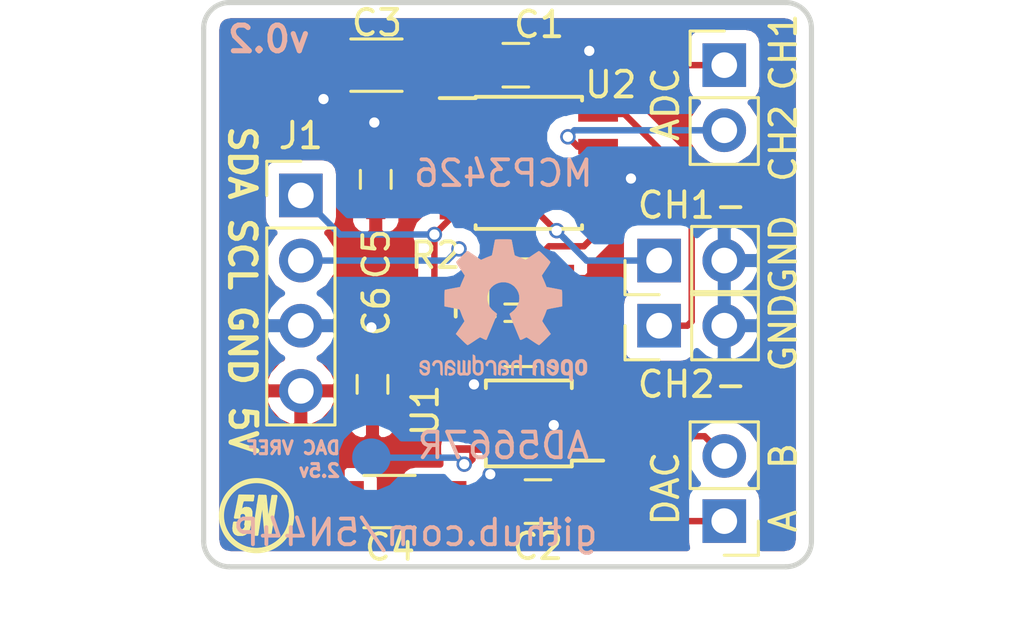
<source format=kicad_pcb>
(kicad_pcb (version 20170123) (host pcbnew "(2017-07-16 revision e797af331)-makepkg")

  (general
    (thickness 1.6)
    (drawings 748)
    (tracks 90)
    (zones 0)
    (modules 17)
    (nets 12)
  )

  (page A4)
  (layers
    (0 F.Cu mixed)
    (31 B.Cu mixed)
    (32 B.Adhes user)
    (33 F.Adhes user)
    (34 B.Paste user)
    (35 F.Paste user)
    (36 B.SilkS user)
    (37 F.SilkS user)
    (38 B.Mask user)
    (39 F.Mask user)
    (40 Dwgs.User user)
    (41 Cmts.User user)
    (42 Eco1.User user)
    (43 Eco2.User user)
    (44 Edge.Cuts user)
    (45 Margin user)
    (46 B.CrtYd user)
    (47 F.CrtYd user)
    (48 B.Fab user)
    (49 F.Fab user hide)
  )

  (setup
    (last_trace_width 0.25)
    (trace_clearance 0.05)
    (zone_clearance 0.508)
    (zone_45_only no)
    (trace_min 0.2)
    (segment_width 0.2)
    (edge_width 0.2)
    (via_size 0.6)
    (via_drill 0.4)
    (via_min_size 0.4)
    (via_min_drill 0.3)
    (uvia_size 0.3)
    (uvia_drill 0.1)
    (uvias_allowed no)
    (uvia_min_size 0.2)
    (uvia_min_drill 0.1)
    (pcb_text_width 0.3)
    (pcb_text_size 1.5 1.5)
    (mod_edge_width 0.15)
    (mod_text_size 1 1)
    (mod_text_width 0.15)
    (pad_size 1.524 1.524)
    (pad_drill 0.762)
    (pad_to_mask_clearance 0.05)
    (aux_axis_origin 0 0)
    (grid_origin 132.1 89.41)
    (visible_elements 7FFFFFFF)
    (pcbplotparams
      (layerselection 0x00170_80000001)
      (usegerberextensions false)
      (excludeedgelayer true)
      (linewidth 0.100000)
      (plotframeref false)
      (viasonmask false)
      (mode 1)
      (useauxorigin false)
      (hpglpennumber 1)
      (hpglpenspeed 20)
      (hpglpendiameter 15)
      (psnegative false)
      (psa4output false)
      (plotreference true)
      (plotvalue true)
      (plotinvisibletext false)
      (padsonsilk false)
      (subtractmaskfromsilk false)
      (outputformat 1)
      (mirror false)
      (drillshape 0)
      (scaleselection 1)
      (outputdirectory ""))
  )

  (net 0 "")
  (net 1 +5V)
  (net 2 GND)
  (net 3 "Net-(J1-Pad1)")
  (net 4 "Net-(J1-Pad2)")
  (net 5 "Net-(J2-Pad1)")
  (net 6 "Net-(J2-Pad2)")
  (net 7 "Net-(J3-Pad1)")
  (net 8 "Net-(J3-Pad2)")
  (net 9 "Net-(J4-Pad1)")
  (net 10 "Net-(J5-Pad1)")
  (net 11 "Net-(TP1-Pad1)")

  (net_class Default "Questo è il gruppo di collegamenti predefinito"
    (clearance 0.05)
    (trace_width 0.25)
    (via_dia 0.6)
    (via_drill 0.4)
    (uvia_dia 0.3)
    (uvia_drill 0.1)
    (add_net +5V)
    (add_net GND)
    (add_net "Net-(J1-Pad1)")
    (add_net "Net-(J1-Pad2)")
    (add_net "Net-(J2-Pad1)")
    (add_net "Net-(J2-Pad2)")
    (add_net "Net-(J3-Pad1)")
    (add_net "Net-(J3-Pad2)")
    (add_net "Net-(J4-Pad1)")
    (add_net "Net-(J5-Pad1)")
    (add_net "Net-(TP1-Pad1)")
  )

  (net_class PWR ""
    (clearance 0.2)
    (trace_width 0.25)
    (via_dia 0.6)
    (via_drill 0.4)
    (uvia_dia 0.3)
    (uvia_drill 0.1)
  )

  (module Symbols:OSHW-Logo2_7.3x6mm_SilkScreen (layer B.Cu) (tedit 0) (tstamp 596E1A09)
    (at 143.784 79.4024 180)
    (descr "Open Source Hardware Symbol")
    (tags "Logo Symbol OSHW")
    (attr virtual)
    (fp_text reference REF*** (at -4.064 -6.7945 180) (layer B.SilkS) hide
      (effects (font (size 1 1) (thickness 0.15)) (justify mirror))
    )
    (fp_text value OSHW-Logo2_7.3x6mm_SilkScreen (at 0.75 0 180) (layer B.Fab) hide
      (effects (font (size 1 1) (thickness 0.15)) (justify mirror))
    )
    (fp_poly (pts (xy -2.400256 -1.919918) (xy -2.344799 -1.947568) (xy -2.295852 -1.99848) (xy -2.282371 -2.017338)
      (xy -2.267686 -2.042015) (xy -2.258158 -2.068816) (xy -2.252707 -2.104587) (xy -2.250253 -2.156169)
      (xy -2.249714 -2.224267) (xy -2.252148 -2.317588) (xy -2.260606 -2.387657) (xy -2.276826 -2.439931)
      (xy -2.302546 -2.479869) (xy -2.339503 -2.512929) (xy -2.342218 -2.514886) (xy -2.37864 -2.534908)
      (xy -2.422498 -2.544815) (xy -2.478276 -2.547257) (xy -2.568952 -2.547257) (xy -2.56899 -2.635283)
      (xy -2.569834 -2.684308) (xy -2.574976 -2.713065) (xy -2.588413 -2.730311) (xy -2.614142 -2.744808)
      (xy -2.620321 -2.747769) (xy -2.649236 -2.761648) (xy -2.671624 -2.770414) (xy -2.688271 -2.771171)
      (xy -2.699964 -2.761023) (xy -2.70749 -2.737073) (xy -2.711634 -2.696426) (xy -2.713185 -2.636186)
      (xy -2.712929 -2.553455) (xy -2.711651 -2.445339) (xy -2.711252 -2.413) (xy -2.709815 -2.301524)
      (xy -2.708528 -2.228603) (xy -2.569029 -2.228603) (xy -2.568245 -2.290499) (xy -2.56476 -2.330997)
      (xy -2.556876 -2.357708) (xy -2.542895 -2.378244) (xy -2.533403 -2.38826) (xy -2.494596 -2.417567)
      (xy -2.460237 -2.419952) (xy -2.424784 -2.39575) (xy -2.423886 -2.394857) (xy -2.409461 -2.376153)
      (xy -2.400687 -2.350732) (xy -2.396261 -2.311584) (xy -2.394882 -2.251697) (xy -2.394857 -2.23843)
      (xy -2.398188 -2.155901) (xy -2.409031 -2.098691) (xy -2.42866 -2.063766) (xy -2.45835 -2.048094)
      (xy -2.475509 -2.046514) (xy -2.516234 -2.053926) (xy -2.544168 -2.07833) (xy -2.560983 -2.12298)
      (xy -2.56835 -2.19113) (xy -2.569029 -2.228603) (xy -2.708528 -2.228603) (xy -2.708292 -2.215245)
      (xy -2.706323 -2.150333) (xy -2.70355 -2.102958) (xy -2.699612 -2.06929) (xy -2.694151 -2.045498)
      (xy -2.686808 -2.027753) (xy -2.677223 -2.012224) (xy -2.673113 -2.006381) (xy -2.618595 -1.951185)
      (xy -2.549664 -1.91989) (xy -2.469928 -1.911165) (xy -2.400256 -1.919918)) (layer B.SilkS) (width 0.01))
    (fp_poly (pts (xy -1.283907 -1.92778) (xy -1.237328 -1.954723) (xy -1.204943 -1.981466) (xy -1.181258 -2.009484)
      (xy -1.164941 -2.043748) (xy -1.154661 -2.089227) (xy -1.149086 -2.150892) (xy -1.146884 -2.233711)
      (xy -1.146629 -2.293246) (xy -1.146629 -2.512391) (xy -1.208314 -2.540044) (xy -1.27 -2.567697)
      (xy -1.277257 -2.32767) (xy -1.280256 -2.238028) (xy -1.283402 -2.172962) (xy -1.287299 -2.128026)
      (xy -1.292553 -2.09877) (xy -1.299769 -2.080748) (xy -1.30955 -2.069511) (xy -1.312688 -2.067079)
      (xy -1.360239 -2.048083) (xy -1.408303 -2.0556) (xy -1.436914 -2.075543) (xy -1.448553 -2.089675)
      (xy -1.456609 -2.10822) (xy -1.461729 -2.136334) (xy -1.464559 -2.179173) (xy -1.465744 -2.241895)
      (xy -1.465943 -2.307261) (xy -1.465982 -2.389268) (xy -1.467386 -2.447316) (xy -1.472086 -2.486465)
      (xy -1.482013 -2.51178) (xy -1.499097 -2.528323) (xy -1.525268 -2.541156) (xy -1.560225 -2.554491)
      (xy -1.598404 -2.569007) (xy -1.593859 -2.311389) (xy -1.592029 -2.218519) (xy -1.589888 -2.149889)
      (xy -1.586819 -2.100711) (xy -1.582206 -2.066198) (xy -1.575432 -2.041562) (xy -1.565881 -2.022016)
      (xy -1.554366 -2.00477) (xy -1.49881 -1.94968) (xy -1.43102 -1.917822) (xy -1.357287 -1.910191)
      (xy -1.283907 -1.92778)) (layer B.SilkS) (width 0.01))
    (fp_poly (pts (xy -2.958885 -1.921962) (xy -2.890855 -1.957733) (xy -2.840649 -2.015301) (xy -2.822815 -2.052312)
      (xy -2.808937 -2.107882) (xy -2.801833 -2.178096) (xy -2.80116 -2.254727) (xy -2.806573 -2.329552)
      (xy -2.81773 -2.394342) (xy -2.834286 -2.440873) (xy -2.839374 -2.448887) (xy -2.899645 -2.508707)
      (xy -2.971231 -2.544535) (xy -3.048908 -2.55502) (xy -3.127452 -2.53881) (xy -3.149311 -2.529092)
      (xy -3.191878 -2.499143) (xy -3.229237 -2.459433) (xy -3.232768 -2.454397) (xy -3.247119 -2.430124)
      (xy -3.256606 -2.404178) (xy -3.26221 -2.370022) (xy -3.264914 -2.321119) (xy -3.265701 -2.250935)
      (xy -3.265714 -2.2352) (xy -3.265678 -2.230192) (xy -3.120571 -2.230192) (xy -3.119727 -2.29643)
      (xy -3.116404 -2.340386) (xy -3.109417 -2.368779) (xy -3.097584 -2.388325) (xy -3.091543 -2.394857)
      (xy -3.056814 -2.41968) (xy -3.023097 -2.418548) (xy -2.989005 -2.397016) (xy -2.968671 -2.374029)
      (xy -2.956629 -2.340478) (xy -2.949866 -2.287569) (xy -2.949402 -2.281399) (xy -2.948248 -2.185513)
      (xy -2.960312 -2.114299) (xy -2.98543 -2.068194) (xy -3.02344 -2.047635) (xy -3.037008 -2.046514)
      (xy -3.072636 -2.052152) (xy -3.097006 -2.071686) (xy -3.111907 -2.109042) (xy -3.119125 -2.16815)
      (xy -3.120571 -2.230192) (xy -3.265678 -2.230192) (xy -3.265174 -2.160413) (xy -3.262904 -2.108159)
      (xy -3.257932 -2.071949) (xy -3.249287 -2.045299) (xy -3.235995 -2.021722) (xy -3.233057 -2.017338)
      (xy -3.183687 -1.958249) (xy -3.129891 -1.923947) (xy -3.064398 -1.910331) (xy -3.042158 -1.909665)
      (xy -2.958885 -1.921962)) (layer B.SilkS) (width 0.01))
    (fp_poly (pts (xy -1.831697 -1.931239) (xy -1.774473 -1.969735) (xy -1.730251 -2.025335) (xy -1.703833 -2.096086)
      (xy -1.69849 -2.148162) (xy -1.699097 -2.169893) (xy -1.704178 -2.186531) (xy -1.718145 -2.201437)
      (xy -1.745411 -2.217973) (xy -1.790388 -2.239498) (xy -1.857489 -2.269374) (xy -1.857829 -2.269524)
      (xy -1.919593 -2.297813) (xy -1.970241 -2.322933) (xy -2.004596 -2.342179) (xy -2.017482 -2.352848)
      (xy -2.017486 -2.352934) (xy -2.006128 -2.376166) (xy -1.979569 -2.401774) (xy -1.949077 -2.420221)
      (xy -1.93363 -2.423886) (xy -1.891485 -2.411212) (xy -1.855192 -2.379471) (xy -1.837483 -2.344572)
      (xy -1.820448 -2.318845) (xy -1.787078 -2.289546) (xy -1.747851 -2.264235) (xy -1.713244 -2.250471)
      (xy -1.706007 -2.249714) (xy -1.697861 -2.26216) (xy -1.69737 -2.293972) (xy -1.703357 -2.336866)
      (xy -1.714643 -2.382558) (xy -1.73005 -2.422761) (xy -1.730829 -2.424322) (xy -1.777196 -2.489062)
      (xy -1.837289 -2.533097) (xy -1.905535 -2.554711) (xy -1.976362 -2.552185) (xy -2.044196 -2.523804)
      (xy -2.047212 -2.521808) (xy -2.100573 -2.473448) (xy -2.13566 -2.410352) (xy -2.155078 -2.327387)
      (xy -2.157684 -2.304078) (xy -2.162299 -2.194055) (xy -2.156767 -2.142748) (xy -2.017486 -2.142748)
      (xy -2.015676 -2.174753) (xy -2.005778 -2.184093) (xy -1.981102 -2.177105) (xy -1.942205 -2.160587)
      (xy -1.898725 -2.139881) (xy -1.897644 -2.139333) (xy -1.860791 -2.119949) (xy -1.846 -2.107013)
      (xy -1.849647 -2.093451) (xy -1.865005 -2.075632) (xy -1.904077 -2.049845) (xy -1.946154 -2.04795)
      (xy -1.983897 -2.066717) (xy -2.009966 -2.102915) (xy -2.017486 -2.142748) (xy -2.156767 -2.142748)
      (xy -2.152806 -2.106027) (xy -2.12845 -2.036212) (xy -2.094544 -1.987302) (xy -2.033347 -1.937878)
      (xy -1.965937 -1.913359) (xy -1.89712 -1.911797) (xy -1.831697 -1.931239)) (layer B.SilkS) (width 0.01))
    (fp_poly (pts (xy -0.624114 -1.851289) (xy -0.619861 -1.910613) (xy -0.614975 -1.945572) (xy -0.608205 -1.96082)
      (xy -0.598298 -1.961015) (xy -0.595086 -1.959195) (xy -0.552356 -1.946015) (xy -0.496773 -1.946785)
      (xy -0.440263 -1.960333) (xy -0.404918 -1.977861) (xy -0.368679 -2.005861) (xy -0.342187 -2.037549)
      (xy -0.324001 -2.077813) (xy -0.312678 -2.131543) (xy -0.306778 -2.203626) (xy -0.304857 -2.298951)
      (xy -0.304823 -2.317237) (xy -0.3048 -2.522646) (xy -0.350509 -2.53858) (xy -0.382973 -2.54942)
      (xy -0.400785 -2.554468) (xy -0.401309 -2.554514) (xy -0.403063 -2.540828) (xy -0.404556 -2.503076)
      (xy -0.405674 -2.446224) (xy -0.406303 -2.375234) (xy -0.4064 -2.332073) (xy -0.406602 -2.246973)
      (xy -0.407642 -2.185981) (xy -0.410169 -2.144177) (xy -0.414836 -2.116642) (xy -0.422293 -2.098456)
      (xy -0.433189 -2.084698) (xy -0.439993 -2.078073) (xy -0.486728 -2.051375) (xy -0.537728 -2.049375)
      (xy -0.583999 -2.071955) (xy -0.592556 -2.080107) (xy -0.605107 -2.095436) (xy -0.613812 -2.113618)
      (xy -0.619369 -2.139909) (xy -0.622474 -2.179562) (xy -0.623824 -2.237832) (xy -0.624114 -2.318173)
      (xy -0.624114 -2.522646) (xy -0.669823 -2.53858) (xy -0.702287 -2.54942) (xy -0.720099 -2.554468)
      (xy -0.720623 -2.554514) (xy -0.721963 -2.540623) (xy -0.723172 -2.501439) (xy -0.724199 -2.4407)
      (xy -0.724998 -2.362141) (xy -0.725519 -2.269498) (xy -0.725714 -2.166509) (xy -0.725714 -1.769342)
      (xy -0.678543 -1.749444) (xy -0.631371 -1.729547) (xy -0.624114 -1.851289)) (layer B.SilkS) (width 0.01))
    (fp_poly (pts (xy 0.039744 -1.950968) (xy 0.096616 -1.972087) (xy 0.097267 -1.972493) (xy 0.13244 -1.99838)
      (xy 0.158407 -2.028633) (xy 0.17667 -2.068058) (xy 0.188732 -2.121462) (xy 0.196096 -2.193651)
      (xy 0.200264 -2.289432) (xy 0.200629 -2.303078) (xy 0.205876 -2.508842) (xy 0.161716 -2.531678)
      (xy 0.129763 -2.54711) (xy 0.11047 -2.554423) (xy 0.109578 -2.554514) (xy 0.106239 -2.541022)
      (xy 0.103587 -2.504626) (xy 0.101956 -2.451452) (xy 0.1016 -2.408393) (xy 0.101592 -2.338641)
      (xy 0.098403 -2.294837) (xy 0.087288 -2.273944) (xy 0.063501 -2.272925) (xy 0.022296 -2.288741)
      (xy -0.039914 -2.317815) (xy -0.085659 -2.341963) (xy -0.109187 -2.362913) (xy -0.116104 -2.385747)
      (xy -0.116114 -2.386877) (xy -0.104701 -2.426212) (xy -0.070908 -2.447462) (xy -0.019191 -2.450539)
      (xy 0.018061 -2.450006) (xy 0.037703 -2.460735) (xy 0.049952 -2.486505) (xy 0.057002 -2.519337)
      (xy 0.046842 -2.537966) (xy 0.043017 -2.540632) (xy 0.007001 -2.55134) (xy -0.043434 -2.552856)
      (xy -0.095374 -2.545759) (xy -0.132178 -2.532788) (xy -0.183062 -2.489585) (xy -0.211986 -2.429446)
      (xy -0.217714 -2.382462) (xy -0.213343 -2.340082) (xy -0.197525 -2.305488) (xy -0.166203 -2.274763)
      (xy -0.115322 -2.24399) (xy -0.040824 -2.209252) (xy -0.036286 -2.207288) (xy 0.030821 -2.176287)
      (xy 0.072232 -2.150862) (xy 0.089981 -2.128014) (xy 0.086107 -2.104745) (xy 0.062643 -2.078056)
      (xy 0.055627 -2.071914) (xy 0.00863 -2.0481) (xy -0.040067 -2.049103) (xy -0.082478 -2.072451)
      (xy -0.110616 -2.115675) (xy -0.113231 -2.12416) (xy -0.138692 -2.165308) (xy -0.170999 -2.185128)
      (xy -0.217714 -2.20477) (xy -0.217714 -2.15395) (xy -0.203504 -2.080082) (xy -0.161325 -2.012327)
      (xy -0.139376 -1.989661) (xy -0.089483 -1.960569) (xy -0.026033 -1.9474) (xy 0.039744 -1.950968)) (layer B.SilkS) (width 0.01))
    (fp_poly (pts (xy 0.529926 -1.949755) (xy 0.595858 -1.974084) (xy 0.649273 -2.017117) (xy 0.670164 -2.047409)
      (xy 0.692939 -2.102994) (xy 0.692466 -2.143186) (xy 0.668562 -2.170217) (xy 0.659717 -2.174813)
      (xy 0.62153 -2.189144) (xy 0.602028 -2.185472) (xy 0.595422 -2.161407) (xy 0.595086 -2.148114)
      (xy 0.582992 -2.09921) (xy 0.551471 -2.064999) (xy 0.507659 -2.048476) (xy 0.458695 -2.052634)
      (xy 0.418894 -2.074227) (xy 0.40545 -2.086544) (xy 0.395921 -2.101487) (xy 0.389485 -2.124075)
      (xy 0.385317 -2.159328) (xy 0.382597 -2.212266) (xy 0.380502 -2.287907) (xy 0.37996 -2.311857)
      (xy 0.377981 -2.39379) (xy 0.375731 -2.451455) (xy 0.372357 -2.489608) (xy 0.367006 -2.513004)
      (xy 0.358824 -2.526398) (xy 0.346959 -2.534545) (xy 0.339362 -2.538144) (xy 0.307102 -2.550452)
      (xy 0.288111 -2.554514) (xy 0.281836 -2.540948) (xy 0.278006 -2.499934) (xy 0.2766 -2.430999)
      (xy 0.277598 -2.333669) (xy 0.277908 -2.318657) (xy 0.280101 -2.229859) (xy 0.282693 -2.165019)
      (xy 0.286382 -2.119067) (xy 0.291864 -2.086935) (xy 0.299835 -2.063553) (xy 0.310993 -2.043852)
      (xy 0.31683 -2.03541) (xy 0.350296 -1.998057) (xy 0.387727 -1.969003) (xy 0.392309 -1.966467)
      (xy 0.459426 -1.946443) (xy 0.529926 -1.949755)) (layer B.SilkS) (width 0.01))
    (fp_poly (pts (xy 1.190117 -2.065358) (xy 1.189933 -2.173837) (xy 1.189219 -2.257287) (xy 1.187675 -2.319704)
      (xy 1.185001 -2.365085) (xy 1.180894 -2.397429) (xy 1.175055 -2.420733) (xy 1.167182 -2.438995)
      (xy 1.161221 -2.449418) (xy 1.111855 -2.505945) (xy 1.049264 -2.541377) (xy 0.980013 -2.55409)
      (xy 0.910668 -2.542463) (xy 0.869375 -2.521568) (xy 0.826025 -2.485422) (xy 0.796481 -2.441276)
      (xy 0.778655 -2.383462) (xy 0.770463 -2.306313) (xy 0.769302 -2.249714) (xy 0.769458 -2.245647)
      (xy 0.870857 -2.245647) (xy 0.871476 -2.31055) (xy 0.874314 -2.353514) (xy 0.88084 -2.381622)
      (xy 0.892523 -2.401953) (xy 0.906483 -2.417288) (xy 0.953365 -2.44689) (xy 1.003701 -2.449419)
      (xy 1.051276 -2.424705) (xy 1.054979 -2.421356) (xy 1.070783 -2.403935) (xy 1.080693 -2.383209)
      (xy 1.086058 -2.352362) (xy 1.088228 -2.304577) (xy 1.088571 -2.251748) (xy 1.087827 -2.185381)
      (xy 1.084748 -2.141106) (xy 1.078061 -2.112009) (xy 1.066496 -2.091173) (xy 1.057013 -2.080107)
      (xy 1.01296 -2.052198) (xy 0.962224 -2.048843) (xy 0.913796 -2.070159) (xy 0.90445 -2.078073)
      (xy 0.88854 -2.095647) (xy 0.87861 -2.116587) (xy 0.873278 -2.147782) (xy 0.871163 -2.196122)
      (xy 0.870857 -2.245647) (xy 0.769458 -2.245647) (xy 0.77281 -2.158568) (xy 0.784726 -2.090086)
      (xy 0.807135 -2.0386) (xy 0.842124 -1.998443) (xy 0.869375 -1.977861) (xy 0.918907 -1.955625)
      (xy 0.976316 -1.945304) (xy 1.029682 -1.948067) (xy 1.059543 -1.959212) (xy 1.071261 -1.962383)
      (xy 1.079037 -1.950557) (xy 1.084465 -1.918866) (xy 1.088571 -1.870593) (xy 1.093067 -1.816829)
      (xy 1.099313 -1.784482) (xy 1.110676 -1.765985) (xy 1.130528 -1.75377) (xy 1.143 -1.748362)
      (xy 1.190171 -1.728601) (xy 1.190117 -2.065358)) (layer B.SilkS) (width 0.01))
    (fp_poly (pts (xy 1.779833 -1.958663) (xy 1.782048 -1.99685) (xy 1.783784 -2.054886) (xy 1.784899 -2.12818)
      (xy 1.785257 -2.205055) (xy 1.785257 -2.465196) (xy 1.739326 -2.511127) (xy 1.707675 -2.539429)
      (xy 1.67989 -2.550893) (xy 1.641915 -2.550168) (xy 1.62684 -2.548321) (xy 1.579726 -2.542948)
      (xy 1.540756 -2.539869) (xy 1.531257 -2.539585) (xy 1.499233 -2.541445) (xy 1.453432 -2.546114)
      (xy 1.435674 -2.548321) (xy 1.392057 -2.551735) (xy 1.362745 -2.54432) (xy 1.33368 -2.521427)
      (xy 1.323188 -2.511127) (xy 1.277257 -2.465196) (xy 1.277257 -1.978602) (xy 1.314226 -1.961758)
      (xy 1.346059 -1.949282) (xy 1.364683 -1.944914) (xy 1.369458 -1.958718) (xy 1.373921 -1.997286)
      (xy 1.377775 -2.056356) (xy 1.380722 -2.131663) (xy 1.382143 -2.195286) (xy 1.386114 -2.445657)
      (xy 1.420759 -2.450556) (xy 1.452268 -2.447131) (xy 1.467708 -2.436041) (xy 1.472023 -2.415308)
      (xy 1.475708 -2.371145) (xy 1.478469 -2.309146) (xy 1.480012 -2.234909) (xy 1.480235 -2.196706)
      (xy 1.480457 -1.976783) (xy 1.526166 -1.960849) (xy 1.558518 -1.950015) (xy 1.576115 -1.944962)
      (xy 1.576623 -1.944914) (xy 1.578388 -1.958648) (xy 1.580329 -1.99673) (xy 1.582282 -2.054482)
      (xy 1.584084 -2.127227) (xy 1.585343 -2.195286) (xy 1.589314 -2.445657) (xy 1.6764 -2.445657)
      (xy 1.680396 -2.21724) (xy 1.684392 -1.988822) (xy 1.726847 -1.966868) (xy 1.758192 -1.951793)
      (xy 1.776744 -1.944951) (xy 1.777279 -1.944914) (xy 1.779833 -1.958663)) (layer B.SilkS) (width 0.01))
    (fp_poly (pts (xy 2.144876 -1.956335) (xy 2.186667 -1.975344) (xy 2.219469 -1.998378) (xy 2.243503 -2.024133)
      (xy 2.260097 -2.057358) (xy 2.270577 -2.1028) (xy 2.276271 -2.165207) (xy 2.278507 -2.249327)
      (xy 2.278743 -2.304721) (xy 2.278743 -2.520826) (xy 2.241774 -2.53767) (xy 2.212656 -2.549981)
      (xy 2.198231 -2.554514) (xy 2.195472 -2.541025) (xy 2.193282 -2.504653) (xy 2.191942 -2.451542)
      (xy 2.191657 -2.409372) (xy 2.190434 -2.348447) (xy 2.187136 -2.300115) (xy 2.182321 -2.270518)
      (xy 2.178496 -2.264229) (xy 2.152783 -2.270652) (xy 2.112418 -2.287125) (xy 2.065679 -2.309458)
      (xy 2.020845 -2.333457) (xy 1.986193 -2.35493) (xy 1.970002 -2.369685) (xy 1.969938 -2.369845)
      (xy 1.97133 -2.397152) (xy 1.983818 -2.423219) (xy 2.005743 -2.444392) (xy 2.037743 -2.451474)
      (xy 2.065092 -2.450649) (xy 2.103826 -2.450042) (xy 2.124158 -2.459116) (xy 2.136369 -2.483092)
      (xy 2.137909 -2.487613) (xy 2.143203 -2.521806) (xy 2.129047 -2.542568) (xy 2.092148 -2.552462)
      (xy 2.052289 -2.554292) (xy 1.980562 -2.540727) (xy 1.943432 -2.521355) (xy 1.897576 -2.475845)
      (xy 1.873256 -2.419983) (xy 1.871073 -2.360957) (xy 1.891629 -2.305953) (xy 1.922549 -2.271486)
      (xy 1.95342 -2.252189) (xy 2.001942 -2.227759) (xy 2.058485 -2.202985) (xy 2.06791 -2.199199)
      (xy 2.130019 -2.171791) (xy 2.165822 -2.147634) (xy 2.177337 -2.123619) (xy 2.16658 -2.096635)
      (xy 2.148114 -2.075543) (xy 2.104469 -2.049572) (xy 2.056446 -2.047624) (xy 2.012406 -2.067637)
      (xy 1.980709 -2.107551) (xy 1.976549 -2.117848) (xy 1.952327 -2.155724) (xy 1.916965 -2.183842)
      (xy 1.872343 -2.206917) (xy 1.872343 -2.141485) (xy 1.874969 -2.101506) (xy 1.88623 -2.069997)
      (xy 1.911199 -2.036378) (xy 1.935169 -2.010484) (xy 1.972441 -1.973817) (xy 2.001401 -1.954121)
      (xy 2.032505 -1.94622) (xy 2.067713 -1.944914) (xy 2.144876 -1.956335)) (layer B.SilkS) (width 0.01))
    (fp_poly (pts (xy 2.6526 -1.958752) (xy 2.669948 -1.966334) (xy 2.711356 -1.999128) (xy 2.746765 -2.046547)
      (xy 2.768664 -2.097151) (xy 2.772229 -2.122098) (xy 2.760279 -2.156927) (xy 2.734067 -2.175357)
      (xy 2.705964 -2.186516) (xy 2.693095 -2.188572) (xy 2.686829 -2.173649) (xy 2.674456 -2.141175)
      (xy 2.669028 -2.126502) (xy 2.63859 -2.075744) (xy 2.59452 -2.050427) (xy 2.53801 -2.051206)
      (xy 2.533825 -2.052203) (xy 2.503655 -2.066507) (xy 2.481476 -2.094393) (xy 2.466327 -2.139287)
      (xy 2.45725 -2.204615) (xy 2.453286 -2.293804) (xy 2.452914 -2.341261) (xy 2.45273 -2.416071)
      (xy 2.451522 -2.467069) (xy 2.448309 -2.499471) (xy 2.442109 -2.518495) (xy 2.43194 -2.529356)
      (xy 2.416819 -2.537272) (xy 2.415946 -2.53767) (xy 2.386828 -2.549981) (xy 2.372403 -2.554514)
      (xy 2.370186 -2.540809) (xy 2.368289 -2.502925) (xy 2.366847 -2.445715) (xy 2.365998 -2.374027)
      (xy 2.365829 -2.321565) (xy 2.366692 -2.220047) (xy 2.37007 -2.143032) (xy 2.377142 -2.086023)
      (xy 2.389088 -2.044526) (xy 2.40709 -2.014043) (xy 2.432327 -1.99008) (xy 2.457247 -1.973355)
      (xy 2.517171 -1.951097) (xy 2.586911 -1.946076) (xy 2.6526 -1.958752)) (layer B.SilkS) (width 0.01))
    (fp_poly (pts (xy 3.153595 -1.966966) (xy 3.211021 -2.004497) (xy 3.238719 -2.038096) (xy 3.260662 -2.099064)
      (xy 3.262405 -2.147308) (xy 3.258457 -2.211816) (xy 3.109686 -2.276934) (xy 3.037349 -2.310202)
      (xy 2.990084 -2.336964) (xy 2.965507 -2.360144) (xy 2.961237 -2.382667) (xy 2.974889 -2.407455)
      (xy 2.989943 -2.423886) (xy 3.033746 -2.450235) (xy 3.081389 -2.452081) (xy 3.125145 -2.431546)
      (xy 3.157289 -2.390752) (xy 3.163038 -2.376347) (xy 3.190576 -2.331356) (xy 3.222258 -2.312182)
      (xy 3.265714 -2.295779) (xy 3.265714 -2.357966) (xy 3.261872 -2.400283) (xy 3.246823 -2.435969)
      (xy 3.21528 -2.476943) (xy 3.210592 -2.482267) (xy 3.175506 -2.51872) (xy 3.145347 -2.538283)
      (xy 3.107615 -2.547283) (xy 3.076335 -2.55023) (xy 3.020385 -2.550965) (xy 2.980555 -2.54166)
      (xy 2.955708 -2.527846) (xy 2.916656 -2.497467) (xy 2.889625 -2.464613) (xy 2.872517 -2.423294)
      (xy 2.863238 -2.367521) (xy 2.859693 -2.291305) (xy 2.85941 -2.252622) (xy 2.860372 -2.206247)
      (xy 2.948007 -2.206247) (xy 2.949023 -2.231126) (xy 2.951556 -2.2352) (xy 2.968274 -2.229665)
      (xy 3.004249 -2.215017) (xy 3.052331 -2.19419) (xy 3.062386 -2.189714) (xy 3.123152 -2.158814)
      (xy 3.156632 -2.131657) (xy 3.16399 -2.10622) (xy 3.146391 -2.080481) (xy 3.131856 -2.069109)
      (xy 3.07941 -2.046364) (xy 3.030322 -2.050122) (xy 2.989227 -2.077884) (xy 2.960758 -2.127152)
      (xy 2.951631 -2.166257) (xy 2.948007 -2.206247) (xy 2.860372 -2.206247) (xy 2.861285 -2.162249)
      (xy 2.868196 -2.095384) (xy 2.881884 -2.046695) (xy 2.904096 -2.010849) (xy 2.936574 -1.982513)
      (xy 2.950733 -1.973355) (xy 3.015053 -1.949507) (xy 3.085473 -1.948006) (xy 3.153595 -1.966966)) (layer B.SilkS) (width 0.01))
    (fp_poly (pts (xy 0.10391 2.757652) (xy 0.182454 2.757222) (xy 0.239298 2.756058) (xy 0.278105 2.753793)
      (xy 0.302538 2.75006) (xy 0.316262 2.744494) (xy 0.32294 2.736727) (xy 0.326236 2.726395)
      (xy 0.326556 2.725057) (xy 0.331562 2.700921) (xy 0.340829 2.653299) (xy 0.353392 2.587259)
      (xy 0.368287 2.507872) (xy 0.384551 2.420204) (xy 0.385119 2.417125) (xy 0.40141 2.331211)
      (xy 0.416652 2.255304) (xy 0.429861 2.193955) (xy 0.440054 2.151718) (xy 0.446248 2.133145)
      (xy 0.446543 2.132816) (xy 0.464788 2.123747) (xy 0.502405 2.108633) (xy 0.551271 2.090738)
      (xy 0.551543 2.090642) (xy 0.613093 2.067507) (xy 0.685657 2.038035) (xy 0.754057 2.008403)
      (xy 0.757294 2.006938) (xy 0.868702 1.956374) (xy 1.115399 2.12484) (xy 1.191077 2.176197)
      (xy 1.259631 2.222111) (xy 1.317088 2.25997) (xy 1.359476 2.287163) (xy 1.382825 2.301079)
      (xy 1.385042 2.302111) (xy 1.40201 2.297516) (xy 1.433701 2.275345) (xy 1.481352 2.234553)
      (xy 1.546198 2.174095) (xy 1.612397 2.109773) (xy 1.676214 2.046388) (xy 1.733329 1.988549)
      (xy 1.780305 1.939825) (xy 1.813703 1.90379) (xy 1.830085 1.884016) (xy 1.830694 1.882998)
      (xy 1.832505 1.869428) (xy 1.825683 1.847267) (xy 1.80854 1.813522) (xy 1.779393 1.7652)
      (xy 1.736555 1.699308) (xy 1.679448 1.614483) (xy 1.628766 1.539823) (xy 1.583461 1.47286)
      (xy 1.54615 1.417484) (xy 1.519452 1.37758) (xy 1.505985 1.357038) (xy 1.505137 1.355644)
      (xy 1.506781 1.335962) (xy 1.519245 1.297707) (xy 1.540048 1.248111) (xy 1.547462 1.232272)
      (xy 1.579814 1.16171) (xy 1.614328 1.081647) (xy 1.642365 1.012371) (xy 1.662568 0.960955)
      (xy 1.678615 0.921881) (xy 1.687888 0.901459) (xy 1.689041 0.899886) (xy 1.706096 0.897279)
      (xy 1.746298 0.890137) (xy 1.804302 0.879477) (xy 1.874763 0.866315) (xy 1.952335 0.851667)
      (xy 2.031672 0.836551) (xy 2.107431 0.821982) (xy 2.174264 0.808978) (xy 2.226828 0.798555)
      (xy 2.259776 0.79173) (xy 2.267857 0.789801) (xy 2.276205 0.785038) (xy 2.282506 0.774282)
      (xy 2.287045 0.753902) (xy 2.290104 0.720266) (xy 2.291967 0.669745) (xy 2.292918 0.598708)
      (xy 2.29324 0.503524) (xy 2.293257 0.464508) (xy 2.293257 0.147201) (xy 2.217057 0.132161)
      (xy 2.174663 0.124005) (xy 2.1114 0.112101) (xy 2.034962 0.097884) (xy 1.953043 0.08279)
      (xy 1.9304 0.078645) (xy 1.854806 0.063947) (xy 1.788953 0.049495) (xy 1.738366 0.036625)
      (xy 1.708574 0.026678) (xy 1.703612 0.023713) (xy 1.691426 0.002717) (xy 1.673953 -0.037967)
      (xy 1.654577 -0.090322) (xy 1.650734 -0.1016) (xy 1.625339 -0.171523) (xy 1.593817 -0.250418)
      (xy 1.562969 -0.321266) (xy 1.562817 -0.321595) (xy 1.511447 -0.432733) (xy 1.680399 -0.681253)
      (xy 1.849352 -0.929772) (xy 1.632429 -1.147058) (xy 1.566819 -1.211726) (xy 1.506979 -1.268733)
      (xy 1.456267 -1.315033) (xy 1.418046 -1.347584) (xy 1.395675 -1.363343) (xy 1.392466 -1.364343)
      (xy 1.373626 -1.356469) (xy 1.33518 -1.334578) (xy 1.28133 -1.301267) (xy 1.216276 -1.259131)
      (xy 1.14594 -1.211943) (xy 1.074555 -1.16381) (xy 1.010908 -1.121928) (xy 0.959041 -1.088871)
      (xy 0.922995 -1.067218) (xy 0.906867 -1.059543) (xy 0.887189 -1.066037) (xy 0.849875 -1.08315)
      (xy 0.802621 -1.107326) (xy 0.797612 -1.110013) (xy 0.733977 -1.141927) (xy 0.690341 -1.157579)
      (xy 0.663202 -1.157745) (xy 0.649057 -1.143204) (xy 0.648975 -1.143) (xy 0.641905 -1.125779)
      (xy 0.625042 -1.084899) (xy 0.599695 -1.023525) (xy 0.567171 -0.944819) (xy 0.528778 -0.851947)
      (xy 0.485822 -0.748072) (xy 0.444222 -0.647502) (xy 0.398504 -0.536516) (xy 0.356526 -0.433703)
      (xy 0.319548 -0.342215) (xy 0.288827 -0.265201) (xy 0.265622 -0.205815) (xy 0.25119 -0.167209)
      (xy 0.246743 -0.1528) (xy 0.257896 -0.136272) (xy 0.287069 -0.10993) (xy 0.325971 -0.080887)
      (xy 0.436757 0.010961) (xy 0.523351 0.116241) (xy 0.584716 0.232734) (xy 0.619815 0.358224)
      (xy 0.627608 0.490493) (xy 0.621943 0.551543) (xy 0.591078 0.678205) (xy 0.53792 0.790059)
      (xy 0.465767 0.885999) (xy 0.377917 0.964924) (xy 0.277665 1.02573) (xy 0.16831 1.067313)
      (xy 0.053147 1.088572) (xy -0.064525 1.088401) (xy -0.18141 1.065699) (xy -0.294211 1.019362)
      (xy -0.399631 0.948287) (xy -0.443632 0.908089) (xy -0.528021 0.804871) (xy -0.586778 0.692075)
      (xy -0.620296 0.57299) (xy -0.628965 0.450905) (xy -0.613177 0.329107) (xy -0.573322 0.210884)
      (xy -0.509793 0.099525) (xy -0.422979 -0.001684) (xy -0.325971 -0.080887) (xy -0.285563 -0.111162)
      (xy -0.257018 -0.137219) (xy -0.246743 -0.152825) (xy -0.252123 -0.169843) (xy -0.267425 -0.2105)
      (xy -0.291388 -0.271642) (xy -0.322756 -0.350119) (xy -0.360268 -0.44278) (xy -0.402667 -0.546472)
      (xy -0.444337 -0.647526) (xy -0.49031 -0.758607) (xy -0.532893 -0.861541) (xy -0.570779 -0.953165)
      (xy -0.60266 -1.030316) (xy -0.627229 -1.089831) (xy -0.64318 -1.128544) (xy -0.64909 -1.143)
      (xy -0.663052 -1.157685) (xy -0.69006 -1.157642) (xy -0.733587 -1.142099) (xy -0.79711 -1.110284)
      (xy -0.797612 -1.110013) (xy -0.84544 -1.085323) (xy -0.884103 -1.067338) (xy -0.905905 -1.059614)
      (xy -0.906867 -1.059543) (xy -0.923279 -1.067378) (xy -0.959513 -1.089165) (xy -1.011526 -1.122328)
      (xy -1.075275 -1.164291) (xy -1.14594 -1.211943) (xy -1.217884 -1.260191) (xy -1.282726 -1.302151)
      (xy -1.336265 -1.335227) (xy -1.374303 -1.356821) (xy -1.392467 -1.364343) (xy -1.409192 -1.354457)
      (xy -1.44282 -1.326826) (xy -1.48999 -1.284495) (xy -1.547342 -1.230505) (xy -1.611516 -1.167899)
      (xy -1.632503 -1.146983) (xy -1.849501 -0.929623) (xy -1.684332 -0.68722) (xy -1.634136 -0.612781)
      (xy -1.590081 -0.545972) (xy -1.554638 -0.490665) (xy -1.530281 -0.450729) (xy -1.519478 -0.430036)
      (xy -1.519162 -0.428563) (xy -1.524857 -0.409058) (xy -1.540174 -0.369822) (xy -1.562463 -0.31743)
      (xy -1.578107 -0.282355) (xy -1.607359 -0.215201) (xy -1.634906 -0.147358) (xy -1.656263 -0.090034)
      (xy -1.662065 -0.072572) (xy -1.678548 -0.025938) (xy -1.69466 0.010095) (xy -1.70351 0.023713)
      (xy -1.72304 0.032048) (xy -1.765666 0.043863) (xy -1.825855 0.057819) (xy -1.898078 0.072578)
      (xy -1.9304 0.078645) (xy -2.012478 0.093727) (xy -2.091205 0.108331) (xy -2.158891 0.12102)
      (xy -2.20784 0.130358) (xy -2.217057 0.132161) (xy -2.293257 0.147201) (xy -2.293257 0.464508)
      (xy -2.293086 0.568846) (xy -2.292384 0.647787) (xy -2.290866 0.704962) (xy -2.288251 0.744001)
      (xy -2.284254 0.768535) (xy -2.278591 0.782195) (xy -2.27098 0.788611) (xy -2.267857 0.789801)
      (xy -2.249022 0.79402) (xy -2.207412 0.802438) (xy -2.14837 0.814039) (xy -2.077243 0.827805)
      (xy -1.999375 0.84272) (xy -1.920113 0.857768) (xy -1.844802 0.871931) (xy -1.778787 0.884194)
      (xy -1.727413 0.893539) (xy -1.696025 0.89895) (xy -1.689041 0.899886) (xy -1.682715 0.912404)
      (xy -1.66871 0.945754) (xy -1.649645 0.993623) (xy -1.642366 1.012371) (xy -1.613004 1.084805)
      (xy -1.578429 1.16483) (xy -1.547463 1.232272) (xy -1.524677 1.283841) (xy -1.509518 1.326215)
      (xy -1.504458 1.352166) (xy -1.505264 1.355644) (xy -1.515959 1.372064) (xy -1.54038 1.408583)
      (xy -1.575905 1.461313) (xy -1.619913 1.526365) (xy -1.669783 1.599849) (xy -1.679644 1.614355)
      (xy -1.737508 1.700296) (xy -1.780044 1.765739) (xy -1.808946 1.813696) (xy -1.82591 1.84718)
      (xy -1.832633 1.869205) (xy -1.83081 1.882783) (xy -1.830764 1.882869) (xy -1.816414 1.900703)
      (xy -1.784677 1.935183) (xy -1.73899 1.982732) (xy -1.682796 2.039778) (xy -1.619532 2.102745)
      (xy -1.612398 2.109773) (xy -1.53267 2.18698) (xy -1.471143 2.24367) (xy -1.426579 2.28089)
      (xy -1.397743 2.299685) (xy -1.385042 2.302111) (xy -1.366506 2.291529) (xy -1.328039 2.267084)
      (xy -1.273614 2.231388) (xy -1.207202 2.187053) (xy -1.132775 2.136689) (xy -1.115399 2.12484)
      (xy -0.868703 1.956374) (xy -0.757294 2.006938) (xy -0.689543 2.036405) (xy -0.616817 2.066041)
      (xy -0.554297 2.08967) (xy -0.551543 2.090642) (xy -0.50264 2.108543) (xy -0.464943 2.12368)
      (xy -0.446575 2.13279) (xy -0.446544 2.132816) (xy -0.440715 2.149283) (xy -0.430808 2.189781)
      (xy -0.417805 2.249758) (xy -0.402691 2.32466) (xy -0.386448 2.409936) (xy -0.385119 2.417125)
      (xy -0.368825 2.504986) (xy -0.353867 2.58474) (xy -0.341209 2.651319) (xy -0.331814 2.699653)
      (xy -0.326646 2.724675) (xy -0.326556 2.725057) (xy -0.323411 2.735701) (xy -0.317296 2.743738)
      (xy -0.304547 2.749533) (xy -0.2815 2.753453) (xy -0.244491 2.755865) (xy -0.189856 2.757135)
      (xy -0.113933 2.757629) (xy -0.013056 2.757714) (xy 0 2.757714) (xy 0.10391 2.757652)) (layer B.SilkS) (width 0.01))
  )

  (module Pin_Headers:Pin_Header_Straight_1x04_Pitch2.54mm (layer F.Cu) (tedit 593288F4) (tstamp 5931BF5C)
    (at 135.89 74.93)
    (descr "Through hole straight pin header, 1x04, 2.54mm pitch, single row")
    (tags "Through hole pin header THT 1x04 2.54mm single row")
    (path /5932A54B)
    (fp_text reference J1 (at 0 -2.33) (layer F.SilkS)
      (effects (font (size 1 1) (thickness 0.15)))
    )
    (fp_text value CON (at -5.3086 -3.59664 90) (layer F.Fab)
      (effects (font (size 1 1) (thickness 0.15)))
    )
    (fp_line (start -1.27 -1.27) (end -1.27 8.89) (layer F.Fab) (width 0.1))
    (fp_line (start -1.27 8.89) (end 1.27 8.89) (layer F.Fab) (width 0.1))
    (fp_line (start 1.27 8.89) (end 1.27 -1.27) (layer F.Fab) (width 0.1))
    (fp_line (start 1.27 -1.27) (end -1.27 -1.27) (layer F.Fab) (width 0.1))
    (fp_line (start -1.33 1.27) (end -1.33 8.95) (layer F.SilkS) (width 0.12))
    (fp_line (start -1.33 8.95) (end 1.33 8.95) (layer F.SilkS) (width 0.12))
    (fp_line (start 1.33 8.95) (end 1.33 1.27) (layer F.SilkS) (width 0.12))
    (fp_line (start 1.33 1.27) (end -1.33 1.27) (layer F.SilkS) (width 0.12))
    (fp_line (start -1.33 0) (end -1.33 -1.33) (layer F.SilkS) (width 0.12))
    (fp_line (start -1.33 -1.33) (end 0 -1.33) (layer F.SilkS) (width 0.12))
    (fp_line (start -1.8 -1.8) (end -1.8 9.4) (layer F.CrtYd) (width 0.05))
    (fp_line (start -1.8 9.4) (end 1.8 9.4) (layer F.CrtYd) (width 0.05))
    (fp_line (start 1.8 9.4) (end 1.8 -1.8) (layer F.CrtYd) (width 0.05))
    (fp_line (start 1.8 -1.8) (end -1.8 -1.8) (layer F.CrtYd) (width 0.05))
    (fp_text user %R (at -7.4041 -4.5339) (layer F.Fab)
      (effects (font (size 1 1) (thickness 0.15)))
    )
    (pad 1 thru_hole rect (at 0 0) (size 1.7 1.7) (drill 1) (layers *.Cu *.Mask)
      (net 3 "Net-(J1-Pad1)"))
    (pad 2 thru_hole oval (at 0 2.54) (size 1.7 1.7) (drill 1) (layers *.Cu *.Mask)
      (net 4 "Net-(J1-Pad2)"))
    (pad 3 thru_hole oval (at 0 5.08) (size 1.7 1.7) (drill 1) (layers *.Cu *.Mask)
      (net 2 GND))
    (pad 4 thru_hole oval (at 0 7.62) (size 1.7 1.7) (drill 1) (layers *.Cu *.Mask)
      (net 1 +5V))
    (model ${KISYS3DMOD}/Pin_Headers.3dshapes/Pin_Header_Straight_1x04_Pitch2.54mm.wrl
      (at (xyz 0 0 0))
      (scale (xyz 1 1 1))
      (rotate (xyz 0 0 0))
    )
  )

  (module Housings_SOIC:SOIC-8_3.9x4.9mm_Pitch1.27mm (layer F.Cu) (tedit 59329939) (tstamp 5931C13C)
    (at 144.78 73.66)
    (descr "8-Lead Plastic Small Outline (SN) - Narrow, 3.90 mm Body [SOIC] (see Microchip Packaging Specification 00000049BS.pdf)")
    (tags "SOIC 1.27")
    (path /5932A543)
    (attr smd)
    (fp_text reference U2 (at 3.195 -3.046) (layer F.SilkS)
      (effects (font (size 1 1) (thickness 0.15)))
    )
    (fp_text value MCP3426 (at -0.996 0.4084) (layer B.SilkS)
      (effects (font (size 1 1) (thickness 0.15)) (justify mirror))
    )
    (fp_text user %R (at -16.3449 1.9939) (layer F.Fab)
      (effects (font (size 1 1) (thickness 0.15)))
    )
    (fp_line (start -0.95 -2.45) (end 1.95 -2.45) (layer F.Fab) (width 0.1))
    (fp_line (start 1.95 -2.45) (end 1.95 2.45) (layer F.Fab) (width 0.1))
    (fp_line (start 1.95 2.45) (end -1.95 2.45) (layer F.Fab) (width 0.1))
    (fp_line (start -1.95 2.45) (end -1.95 -1.45) (layer F.Fab) (width 0.1))
    (fp_line (start -1.95 -1.45) (end -0.95 -2.45) (layer F.Fab) (width 0.1))
    (fp_line (start -3.73 -2.7) (end -3.73 2.7) (layer F.CrtYd) (width 0.05))
    (fp_line (start 3.73 -2.7) (end 3.73 2.7) (layer F.CrtYd) (width 0.05))
    (fp_line (start -3.73 -2.7) (end 3.73 -2.7) (layer F.CrtYd) (width 0.05))
    (fp_line (start -3.73 2.7) (end 3.73 2.7) (layer F.CrtYd) (width 0.05))
    (fp_line (start -2.075 -2.575) (end -2.075 -2.525) (layer F.SilkS) (width 0.15))
    (fp_line (start 2.075 -2.575) (end 2.075 -2.43) (layer F.SilkS) (width 0.15))
    (fp_line (start 2.075 2.575) (end 2.075 2.43) (layer F.SilkS) (width 0.15))
    (fp_line (start -2.075 2.575) (end -2.075 2.43) (layer F.SilkS) (width 0.15))
    (fp_line (start -2.075 -2.575) (end 2.075 -2.575) (layer F.SilkS) (width 0.15))
    (fp_line (start -2.075 2.575) (end 2.075 2.575) (layer F.SilkS) (width 0.15))
    (fp_line (start -2.075 -2.525) (end -3.475 -2.525) (layer F.SilkS) (width 0.15))
    (pad 1 smd rect (at -2.7 -1.905) (size 1.55 0.6) (layers F.Cu F.Paste F.Mask)
      (net 7 "Net-(J3-Pad1)"))
    (pad 2 smd rect (at -2.7 -0.635) (size 1.55 0.6) (layers F.Cu F.Paste F.Mask)
      (net 9 "Net-(J4-Pad1)"))
    (pad 3 smd rect (at -2.7 0.635) (size 1.55 0.6) (layers F.Cu F.Paste F.Mask)
      (net 1 +5V))
    (pad 4 smd rect (at -2.7 1.905) (size 1.55 0.6) (layers F.Cu F.Paste F.Mask)
      (net 3 "Net-(J1-Pad1)"))
    (pad 5 smd rect (at 2.7 1.905) (size 1.55 0.6) (layers F.Cu F.Paste F.Mask)
      (net 4 "Net-(J1-Pad2)"))
    (pad 6 smd rect (at 2.7 0.635) (size 1.55 0.6) (layers F.Cu F.Paste F.Mask)
      (net 2 GND))
    (pad 7 smd rect (at 2.7 -0.635) (size 1.55 0.6) (layers F.Cu F.Paste F.Mask)
      (net 8 "Net-(J3-Pad2)"))
    (pad 8 smd rect (at 2.7 -1.905) (size 1.55 0.6) (layers F.Cu F.Paste F.Mask)
      (net 10 "Net-(J5-Pad1)"))
    (model Housings_SOIC.3dshapes/SOIC-8_3.9x4.9mm_Pitch1.27mm.wrl
      (at (xyz 0 0 0))
      (scale (xyz 1 1 1))
      (rotate (xyz 0 0 0))
    )
  )

  (module Capacitors_SMD:C_0805_HandSoldering (layer F.Cu) (tedit 593288BF) (tstamp 5931BF36)
    (at 144.272 69.852)
    (descr "Capacitor SMD 0805, hand soldering")
    (tags "capacitor 0805")
    (path /5932A554)
    (attr smd)
    (fp_text reference C1 (at 0.909 -1.5855) (layer F.SilkS)
      (effects (font (size 1 1) (thickness 0.15)))
    )
    (fp_text value 100n (at -17.6784 -1.1684) (layer F.Fab)
      (effects (font (size 1 1) (thickness 0.15)))
    )
    (fp_text user %R (at -19.0119 0.5842) (layer F.Fab)
      (effects (font (size 1 1) (thickness 0.15)))
    )
    (fp_line (start -1 0.62) (end -1 -0.62) (layer F.Fab) (width 0.1))
    (fp_line (start 1 0.62) (end -1 0.62) (layer F.Fab) (width 0.1))
    (fp_line (start 1 -0.62) (end 1 0.62) (layer F.Fab) (width 0.1))
    (fp_line (start -1 -0.62) (end 1 -0.62) (layer F.Fab) (width 0.1))
    (fp_line (start 0.5 -0.85) (end -0.5 -0.85) (layer F.SilkS) (width 0.12))
    (fp_line (start -0.5 0.85) (end 0.5 0.85) (layer F.SilkS) (width 0.12))
    (fp_line (start -2.25 -0.88) (end 2.25 -0.88) (layer F.CrtYd) (width 0.05))
    (fp_line (start -2.25 -0.88) (end -2.25 0.87) (layer F.CrtYd) (width 0.05))
    (fp_line (start 2.25 0.87) (end 2.25 -0.88) (layer F.CrtYd) (width 0.05))
    (fp_line (start 2.25 0.87) (end -2.25 0.87) (layer F.CrtYd) (width 0.05))
    (pad 1 smd rect (at -1.25 0) (size 1.5 1.25) (layers F.Cu F.Paste F.Mask)
      (net 1 +5V))
    (pad 2 smd rect (at 1.25 0) (size 1.5 1.25) (layers F.Cu F.Paste F.Mask)
      (net 2 GND))
    (model Capacitors_SMD.3dshapes/C_0805.wrl
      (at (xyz 0 0 0))
      (scale (xyz 1 1 1))
      (rotate (xyz 0 0 0))
    )
  )

  (module Capacitors_SMD:C_0805_HandSoldering (layer F.Cu) (tedit 593288EE) (tstamp 5931BF3C)
    (at 145.1356 86.868 180)
    (descr "Capacitor SMD 0805, hand soldering")
    (tags "capacitor 0805")
    (path /5932A551)
    (attr smd)
    (fp_text reference C2 (at 0 -1.75 180) (layer F.SilkS)
      (effects (font (size 1 1) (thickness 0.15)))
    )
    (fp_text value 100n (at -17.54632 1.33096 180) (layer F.Fab)
      (effects (font (size 1 1) (thickness 0.15)))
    )
    (fp_text user %R (at 0.23368 -4.61264 180) (layer F.Fab)
      (effects (font (size 1 1) (thickness 0.15)))
    )
    (fp_line (start -1 0.62) (end -1 -0.62) (layer F.Fab) (width 0.1))
    (fp_line (start 1 0.62) (end -1 0.62) (layer F.Fab) (width 0.1))
    (fp_line (start 1 -0.62) (end 1 0.62) (layer F.Fab) (width 0.1))
    (fp_line (start -1 -0.62) (end 1 -0.62) (layer F.Fab) (width 0.1))
    (fp_line (start 0.5 -0.85) (end -0.5 -0.85) (layer F.SilkS) (width 0.12))
    (fp_line (start -0.5 0.85) (end 0.5 0.85) (layer F.SilkS) (width 0.12))
    (fp_line (start -2.25 -0.88) (end 2.25 -0.88) (layer F.CrtYd) (width 0.05))
    (fp_line (start -2.25 -0.88) (end -2.25 0.87) (layer F.CrtYd) (width 0.05))
    (fp_line (start 2.25 0.87) (end 2.25 -0.88) (layer F.CrtYd) (width 0.05))
    (fp_line (start 2.25 0.87) (end -2.25 0.87) (layer F.CrtYd) (width 0.05))
    (pad 1 smd rect (at -1.25 0 180) (size 1.5 1.25) (layers F.Cu F.Paste F.Mask)
      (net 1 +5V))
    (pad 2 smd rect (at 1.25 0 180) (size 1.5 1.25) (layers F.Cu F.Paste F.Mask)
      (net 2 GND))
    (model Capacitors_SMD.3dshapes/C_0805.wrl
      (at (xyz 0 0 0))
      (scale (xyz 1 1 1))
      (rotate (xyz 0 0 0))
    )
  )

  (module Pin_Headers:Pin_Header_Straight_1x02_Pitch2.54mm (layer F.Cu) (tedit 59328985) (tstamp 5931BF62)
    (at 152.4 87.63 180)
    (descr "Through hole straight pin header, 1x02, 2.54mm pitch, single row")
    (tags "Through hole pin header THT 1x02 2.54mm single row")
    (path /5932A550)
    (fp_text reference J2 (at -6.35 0.508 180) (layer F.Fab)
      (effects (font (size 1 1) (thickness 0.15)))
    )
    (fp_text value DAC (at 2.286 1.27 270) (layer F.SilkS)
      (effects (font (size 1 1) (thickness 0.15)))
    )
    (fp_line (start -1.27 -1.27) (end -1.27 3.81) (layer F.Fab) (width 0.1))
    (fp_line (start -1.27 3.81) (end 1.27 3.81) (layer F.Fab) (width 0.1))
    (fp_line (start 1.27 3.81) (end 1.27 -1.27) (layer F.Fab) (width 0.1))
    (fp_line (start 1.27 -1.27) (end -1.27 -1.27) (layer F.Fab) (width 0.1))
    (fp_line (start -1.33 1.27) (end -1.33 3.87) (layer F.SilkS) (width 0.12))
    (fp_line (start -1.33 3.87) (end 1.33 3.87) (layer F.SilkS) (width 0.12))
    (fp_line (start 1.33 3.87) (end 1.33 1.27) (layer F.SilkS) (width 0.12))
    (fp_line (start 1.33 1.27) (end -1.33 1.27) (layer F.SilkS) (width 0.12))
    (fp_line (start -1.33 0) (end -1.33 -1.33) (layer F.SilkS) (width 0.12))
    (fp_line (start -1.33 -1.33) (end 0 -1.33) (layer F.SilkS) (width 0.12))
    (fp_line (start -1.8 -1.8) (end -1.8 4.35) (layer F.CrtYd) (width 0.05))
    (fp_line (start -1.8 4.35) (end 1.8 4.35) (layer F.CrtYd) (width 0.05))
    (fp_line (start 1.8 4.35) (end 1.8 -1.8) (layer F.CrtYd) (width 0.05))
    (fp_line (start 1.8 -1.8) (end -1.8 -1.8) (layer F.CrtYd) (width 0.05))
    (fp_text user %R (at -6.33984 3.84048 180) (layer F.Fab)
      (effects (font (size 1 1) (thickness 0.15)))
    )
    (pad 1 thru_hole rect (at 0 0 180) (size 1.7 1.7) (drill 1) (layers *.Cu *.Mask)
      (net 5 "Net-(J2-Pad1)"))
    (pad 2 thru_hole oval (at 0 2.54 180) (size 1.7 1.7) (drill 1) (layers *.Cu *.Mask)
      (net 6 "Net-(J2-Pad2)"))
    (model ${KISYS3DMOD}/Pin_Headers.3dshapes/Pin_Header_Straight_1x02_Pitch2.54mm.wrl
      (at (xyz 0 0 0))
      (scale (xyz 1 1 1))
      (rotate (xyz 0 0 0))
    )
  )

  (module Pin_Headers:Pin_Header_Straight_1x02_Pitch2.54mm (layer F.Cu) (tedit 59328983) (tstamp 5931BF68)
    (at 152.4 69.85)
    (descr "Through hole straight pin header, 1x02, 2.54mm pitch, single row")
    (tags "Through hole pin header THT 1x02 2.54mm single row")
    (path /5932A54F)
    (fp_text reference J3 (at 4.699 -2.159) (layer F.Fab)
      (effects (font (size 1 1) (thickness 0.15)))
    )
    (fp_text value ADC (at -2.286 1.524 90) (layer F.SilkS)
      (effects (font (size 1 1) (thickness 0.15)))
    )
    (fp_line (start -1.27 -1.27) (end -1.27 3.81) (layer F.Fab) (width 0.1))
    (fp_line (start -1.27 3.81) (end 1.27 3.81) (layer F.Fab) (width 0.1))
    (fp_line (start 1.27 3.81) (end 1.27 -1.27) (layer F.Fab) (width 0.1))
    (fp_line (start 1.27 -1.27) (end -1.27 -1.27) (layer F.Fab) (width 0.1))
    (fp_line (start -1.33 1.27) (end -1.33 3.87) (layer F.SilkS) (width 0.12))
    (fp_line (start -1.33 3.87) (end 1.33 3.87) (layer F.SilkS) (width 0.12))
    (fp_line (start 1.33 3.87) (end 1.33 1.27) (layer F.SilkS) (width 0.12))
    (fp_line (start 1.33 1.27) (end -1.33 1.27) (layer F.SilkS) (width 0.12))
    (fp_line (start -1.33 0) (end -1.33 -1.33) (layer F.SilkS) (width 0.12))
    (fp_line (start -1.33 -1.33) (end 0 -1.33) (layer F.SilkS) (width 0.12))
    (fp_line (start -1.8 -1.8) (end -1.8 4.35) (layer F.CrtYd) (width 0.05))
    (fp_line (start -1.8 4.35) (end 1.8 4.35) (layer F.CrtYd) (width 0.05))
    (fp_line (start 1.8 4.35) (end 1.8 -1.8) (layer F.CrtYd) (width 0.05))
    (fp_line (start 1.8 -1.8) (end -1.8 -1.8) (layer F.CrtYd) (width 0.05))
    (fp_text user %R (at 7.33298 -1.65862) (layer F.Fab)
      (effects (font (size 1 1) (thickness 0.15)))
    )
    (pad 1 thru_hole rect (at 0 0) (size 1.7 1.7) (drill 1) (layers *.Cu *.Mask)
      (net 7 "Net-(J3-Pad1)"))
    (pad 2 thru_hole oval (at 0 2.54) (size 1.7 1.7) (drill 1) (layers *.Cu *.Mask)
      (net 8 "Net-(J3-Pad2)"))
    (model ${KISYS3DMOD}/Pin_Headers.3dshapes/Pin_Header_Straight_1x02_Pitch2.54mm.wrl
      (at (xyz 0 0 0))
      (scale (xyz 1 1 1))
      (rotate (xyz 0 0 0))
    )
  )

  (module Resistors_SMD:R_0805_HandSoldering (layer F.Cu) (tedit 593288E5) (tstamp 5931BF6E)
    (at 144.4444 80.7232 180)
    (descr "Resistor SMD 0805, hand soldering")
    (tags "resistor 0805")
    (path /5932A548)
    (attr smd)
    (fp_text reference R1 (at 1.778 1.524) (layer F.SilkS)
      (effects (font (size 1 1) (thickness 0.15)))
    )
    (fp_text value 4K7 (at -18.17624 1.24968 180) (layer F.Fab)
      (effects (font (size 1 1) (thickness 0.15)))
    )
    (fp_text user %R (at 13.64996 -0.1016 180) (layer F.Fab)
      (effects (font (size 0.5 0.5) (thickness 0.075)))
    )
    (fp_line (start -1 0.62) (end -1 -0.62) (layer F.Fab) (width 0.1))
    (fp_line (start 1 0.62) (end -1 0.62) (layer F.Fab) (width 0.1))
    (fp_line (start 1 -0.62) (end 1 0.62) (layer F.Fab) (width 0.1))
    (fp_line (start -1 -0.62) (end 1 -0.62) (layer F.Fab) (width 0.1))
    (fp_line (start 0.6 0.88) (end -0.6 0.88) (layer F.SilkS) (width 0.12))
    (fp_line (start -0.6 -0.88) (end 0.6 -0.88) (layer F.SilkS) (width 0.12))
    (fp_line (start -2.35 -0.9) (end 2.35 -0.9) (layer F.CrtYd) (width 0.05))
    (fp_line (start -2.35 -0.9) (end -2.35 0.9) (layer F.CrtYd) (width 0.05))
    (fp_line (start 2.35 0.9) (end 2.35 -0.9) (layer F.CrtYd) (width 0.05))
    (fp_line (start 2.35 0.9) (end -2.35 0.9) (layer F.CrtYd) (width 0.05))
    (pad 1 smd rect (at -1.35 0 180) (size 1.5 1.3) (layers F.Cu F.Paste F.Mask)
      (net 1 +5V))
    (pad 2 smd rect (at 1.35 0 180) (size 1.5 1.3) (layers F.Cu F.Paste F.Mask)
      (net 3 "Net-(J1-Pad1)"))
    (model ${KISYS3DMOD}/Resistors_SMD.3dshapes/R_0805.wrl
      (at (xyz 0 0 0))
      (scale (xyz 1 1 1))
      (rotate (xyz 0 0 0))
    )
  )

  (module Resistors_SMD:R_0805_HandSoldering (layer F.Cu) (tedit 593288E6) (tstamp 5931BF74)
    (at 144.4444 78.2848 180)
    (descr "Resistor SMD 0805, hand soldering")
    (tags "resistor 0805")
    (path /5932A549)
    (attr smd)
    (fp_text reference R2 (at 3.302 1.016) (layer F.SilkS)
      (effects (font (size 1 1) (thickness 0.15)))
    )
    (fp_text value 4K7 (at -12.81176 -0.6604 180) (layer F.Fab)
      (effects (font (size 1 1) (thickness 0.15)))
    )
    (fp_text user %R (at 15.09014 -0.88138 180) (layer F.Fab)
      (effects (font (size 0.5 0.5) (thickness 0.075)))
    )
    (fp_line (start -1 0.62) (end -1 -0.62) (layer F.Fab) (width 0.1))
    (fp_line (start 1 0.62) (end -1 0.62) (layer F.Fab) (width 0.1))
    (fp_line (start 1 -0.62) (end 1 0.62) (layer F.Fab) (width 0.1))
    (fp_line (start -1 -0.62) (end 1 -0.62) (layer F.Fab) (width 0.1))
    (fp_line (start 0.6 0.88) (end -0.6 0.88) (layer F.SilkS) (width 0.12))
    (fp_line (start -0.6 -0.88) (end 0.6 -0.88) (layer F.SilkS) (width 0.12))
    (fp_line (start -2.35 -0.9) (end 2.35 -0.9) (layer F.CrtYd) (width 0.05))
    (fp_line (start -2.35 -0.9) (end -2.35 0.9) (layer F.CrtYd) (width 0.05))
    (fp_line (start 2.35 0.9) (end 2.35 -0.9) (layer F.CrtYd) (width 0.05))
    (fp_line (start 2.35 0.9) (end -2.35 0.9) (layer F.CrtYd) (width 0.05))
    (pad 1 smd rect (at -1.35 0 180) (size 1.5 1.3) (layers F.Cu F.Paste F.Mask)
      (net 1 +5V))
    (pad 2 smd rect (at 1.35 0 180) (size 1.5 1.3) (layers F.Cu F.Paste F.Mask)
      (net 4 "Net-(J1-Pad2)"))
    (model ${KISYS3DMOD}/Resistors_SMD.3dshapes/R_0805.wrl
      (at (xyz 0 0 0))
      (scale (xyz 1 1 1))
      (rotate (xyz 0 0 0))
    )
  )

  (module Housings_SSOP:MSOP-10_3x3mm_Pitch0.5mm (layer F.Cu) (tedit 59329963) (tstamp 5931BF82)
    (at 144.78 83.82 180)
    (descr "10-Lead Plastic Micro Small Outline Package (MS) [MSOP] (see Microchip Packaging Specification 00000049BS.pdf)")
    (tags "SSOP 0.5")
    (path /5932A542)
    (attr smd)
    (fp_text reference U1 (at 4.044 0.506 90) (layer F.SilkS)
      (effects (font (size 1 1) (thickness 0.15)))
    )
    (fp_text value AD5667R (at 0.996 -0.8656 180) (layer B.SilkS)
      (effects (font (size 1 1) (thickness 0.15)) (justify mirror))
    )
    (fp_line (start -0.5 -1.5) (end 1.5 -1.5) (layer F.Fab) (width 0.15))
    (fp_line (start 1.5 -1.5) (end 1.5 1.5) (layer F.Fab) (width 0.15))
    (fp_line (start 1.5 1.5) (end -1.5 1.5) (layer F.Fab) (width 0.15))
    (fp_line (start -1.5 1.5) (end -1.5 -0.5) (layer F.Fab) (width 0.15))
    (fp_line (start -1.5 -0.5) (end -0.5 -1.5) (layer F.Fab) (width 0.15))
    (fp_line (start -3.15 -1.85) (end -3.15 1.85) (layer F.CrtYd) (width 0.05))
    (fp_line (start 3.15 -1.85) (end 3.15 1.85) (layer F.CrtYd) (width 0.05))
    (fp_line (start -3.15 -1.85) (end 3.15 -1.85) (layer F.CrtYd) (width 0.05))
    (fp_line (start -3.15 1.85) (end 3.15 1.85) (layer F.CrtYd) (width 0.05))
    (fp_line (start -1.675 -1.675) (end -1.675 -1.45) (layer F.SilkS) (width 0.15))
    (fp_line (start 1.675 -1.675) (end 1.675 -1.375) (layer F.SilkS) (width 0.15))
    (fp_line (start 1.675 1.675) (end 1.675 1.375) (layer F.SilkS) (width 0.15))
    (fp_line (start -1.675 1.675) (end -1.675 1.375) (layer F.SilkS) (width 0.15))
    (fp_line (start -1.675 -1.675) (end 1.675 -1.675) (layer F.SilkS) (width 0.15))
    (fp_line (start -1.675 1.675) (end 1.675 1.675) (layer F.SilkS) (width 0.15))
    (fp_line (start -1.675 -1.45) (end -2.9 -1.45) (layer F.SilkS) (width 0.15))
    (fp_text user %R (at -18.5547 1.0414 180) (layer F.Fab)
      (effects (font (size 0.6 0.6) (thickness 0.15)))
    )
    (pad 1 smd rect (at -2.2 -1 180) (size 1.4 0.3) (layers F.Cu F.Paste F.Mask)
      (net 5 "Net-(J2-Pad1)"))
    (pad 2 smd rect (at -2.2 -0.5 180) (size 1.4 0.3) (layers F.Cu F.Paste F.Mask)
      (net 6 "Net-(J2-Pad2)"))
    (pad 3 smd rect (at -2.2 0 180) (size 1.4 0.3) (layers F.Cu F.Paste F.Mask)
      (net 2 GND))
    (pad 4 smd rect (at -2.2 0.5 180) (size 1.4 0.3) (layers F.Cu F.Paste F.Mask)
      (net 2 GND))
    (pad 5 smd rect (at -2.2 1 180) (size 1.4 0.3) (layers F.Cu F.Paste F.Mask)
      (net 1 +5V))
    (pad 6 smd rect (at 2.2 1 180) (size 1.4 0.3) (layers F.Cu F.Paste F.Mask)
      (net 2 GND))
    (pad 7 smd rect (at 2.2 0.5 180) (size 1.4 0.3) (layers F.Cu F.Paste F.Mask)
      (net 4 "Net-(J1-Pad2)"))
    (pad 8 smd rect (at 2.2 0 180) (size 1.4 0.3) (layers F.Cu F.Paste F.Mask)
      (net 3 "Net-(J1-Pad1)"))
    (pad 9 smd rect (at 2.2 -0.5 180) (size 1.4 0.3) (layers F.Cu F.Paste F.Mask)
      (net 1 +5V))
    (pad 10 smd rect (at 2.2 -1 180) (size 1.4 0.3) (layers F.Cu F.Paste F.Mask)
      (net 11 "Net-(TP1-Pad1)"))
    (model ${KISYS3DMOD}/Housings_SSOP.3dshapes/MSOP-10_3x3mm_Pitch0.5mm.wrl
      (at (xyz 0 0 0))
      (scale (xyz 1 1 1))
      (rotate (xyz 0 0 0))
    )
  )

  (module Pin_Headers:Pin_Header_Straight_1x02_Pitch2.54mm (layer F.Cu) (tedit 59328980) (tstamp 59325C36)
    (at 149.86 77.47 90)
    (descr "Through hole straight pin header, 1x02, 2.54mm pitch, single row")
    (tags "Through hole pin header THT 1x02 2.54mm single row")
    (path /5932A559)
    (fp_text reference J4 (at 3.937 10.414 180) (layer F.Fab)
      (effects (font (size 1 1) (thickness 0.15)))
    )
    (fp_text value CH1- (at 2.157 1.29) (layer F.SilkS)
      (effects (font (size 1 1) (thickness 0.15)))
    )
    (fp_line (start -1.27 -1.27) (end -1.27 3.81) (layer F.Fab) (width 0.1))
    (fp_line (start -1.27 3.81) (end 1.27 3.81) (layer F.Fab) (width 0.1))
    (fp_line (start 1.27 3.81) (end 1.27 -1.27) (layer F.Fab) (width 0.1))
    (fp_line (start 1.27 -1.27) (end -1.27 -1.27) (layer F.Fab) (width 0.1))
    (fp_line (start -1.33 1.27) (end -1.33 3.87) (layer F.SilkS) (width 0.12))
    (fp_line (start -1.33 3.87) (end 1.33 3.87) (layer F.SilkS) (width 0.12))
    (fp_line (start 1.33 3.87) (end 1.33 1.27) (layer F.SilkS) (width 0.12))
    (fp_line (start 1.33 1.27) (end -1.33 1.27) (layer F.SilkS) (width 0.12))
    (fp_line (start -1.33 0) (end -1.33 -1.33) (layer F.SilkS) (width 0.12))
    (fp_line (start -1.33 -1.33) (end 0 -1.33) (layer F.SilkS) (width 0.12))
    (fp_line (start -1.8 -1.8) (end -1.8 4.35) (layer F.CrtYd) (width 0.05))
    (fp_line (start -1.8 4.35) (end 1.8 4.35) (layer F.CrtYd) (width 0.05))
    (fp_line (start 1.8 4.35) (end 1.8 -1.8) (layer F.CrtYd) (width 0.05))
    (fp_line (start 1.8 -1.8) (end -1.8 -1.8) (layer F.CrtYd) (width 0.05))
    (fp_text user %R (at 1.76784 7.90448 90) (layer F.Fab)
      (effects (font (size 1 1) (thickness 0.15)))
    )
    (pad 1 thru_hole rect (at 0 0 90) (size 1.7 1.7) (drill 1) (layers *.Cu *.Mask)
      (net 9 "Net-(J4-Pad1)"))
    (pad 2 thru_hole oval (at 0 2.54 90) (size 1.7 1.7) (drill 1) (layers *.Cu *.Mask)
      (net 2 GND))
    (model ${KISYS3DMOD}/Pin_Headers.3dshapes/Pin_Header_Straight_1x02_Pitch2.54mm.wrl
      (at (xyz 0 0 0))
      (scale (xyz 1 1 1))
      (rotate (xyz 0 0 0))
    )
  )

  (module Pin_Headers:Pin_Header_Straight_1x02_Pitch2.54mm (layer F.Cu) (tedit 59329923) (tstamp 59325C3C)
    (at 149.86 80.01 90)
    (descr "Through hole straight pin header, 1x02, 2.54mm pitch, single row")
    (tags "Through hole pin header THT 1x02 2.54mm single row")
    (path /5932A55A)
    (fp_text reference J5 (at -1.27 6.604 90) (layer Eco2.User)
      (effects (font (size 1 1) (thickness 0.15)))
    )
    (fp_text value CH2- (at -2.288 1.29) (layer F.SilkS)
      (effects (font (size 1 1) (thickness 0.15)))
    )
    (fp_line (start -1.27 -1.27) (end -1.27 3.81) (layer F.Fab) (width 0.1))
    (fp_line (start -1.27 3.81) (end 1.27 3.81) (layer F.Fab) (width 0.1))
    (fp_line (start 1.27 3.81) (end 1.27 -1.27) (layer F.Fab) (width 0.1))
    (fp_line (start 1.27 -1.27) (end -1.27 -1.27) (layer F.Fab) (width 0.1))
    (fp_line (start -1.33 1.27) (end -1.33 3.87) (layer F.SilkS) (width 0.12))
    (fp_line (start -1.33 3.87) (end 1.33 3.87) (layer F.SilkS) (width 0.12))
    (fp_line (start 1.33 3.87) (end 1.33 1.27) (layer F.SilkS) (width 0.12))
    (fp_line (start 1.33 1.27) (end -1.33 1.27) (layer F.SilkS) (width 0.12))
    (fp_line (start -1.33 0) (end -1.33 -1.33) (layer F.SilkS) (width 0.12))
    (fp_line (start -1.33 -1.33) (end 0 -1.33) (layer F.SilkS) (width 0.12))
    (fp_line (start -1.8 -1.8) (end -1.8 4.35) (layer F.CrtYd) (width 0.05))
    (fp_line (start -1.8 4.35) (end 1.8 4.35) (layer F.CrtYd) (width 0.05))
    (fp_line (start 1.8 4.35) (end 1.8 -1.8) (layer F.CrtYd) (width 0.05))
    (fp_line (start 1.8 -1.8) (end -1.8 -1.8) (layer F.CrtYd) (width 0.05))
    (fp_text user %R (at -0.87376 9.28624 90) (layer F.Fab) hide
      (effects (font (size 1 1) (thickness 0.15)))
    )
    (pad 1 thru_hole rect (at 0 0 90) (size 1.7 1.7) (drill 1) (layers *.Cu *.Mask)
      (net 10 "Net-(J5-Pad1)"))
    (pad 2 thru_hole oval (at 0 2.54 90) (size 1.7 1.7) (drill 1) (layers *.Cu *.Mask)
      (net 2 GND))
    (model ${KISYS3DMOD}/Pin_Headers.3dshapes/Pin_Header_Straight_1x02_Pitch2.54mm.wrl
      (at (xyz 0 0 0))
      (scale (xyz 1 1 1))
      (rotate (xyz 0 0 0))
    )
  )

  (module Capacitors_SMD:C_1206_HandSoldering (layer F.Cu) (tedit 58AA84D1) (tstamp 596D8430)
    (at 138.8376 69.85 180)
    (descr "Capacitor SMD 1206, hand soldering")
    (tags "capacitor 1206")
    (path /5932A555)
    (attr smd)
    (fp_text reference C3 (at -0.02 1.649 180) (layer F.SilkS)
      (effects (font (size 1 1) (thickness 0.15)))
    )
    (fp_text value 10u (at 0 2 180) (layer F.Fab)
      (effects (font (size 1 1) (thickness 0.15)))
    )
    (fp_line (start 3.25 1.05) (end -3.25 1.05) (layer F.CrtYd) (width 0.05))
    (fp_line (start 3.25 1.05) (end 3.25 -1.05) (layer F.CrtYd) (width 0.05))
    (fp_line (start -3.25 -1.05) (end -3.25 1.05) (layer F.CrtYd) (width 0.05))
    (fp_line (start -3.25 -1.05) (end 3.25 -1.05) (layer F.CrtYd) (width 0.05))
    (fp_line (start -1 1.02) (end 1 1.02) (layer F.SilkS) (width 0.12))
    (fp_line (start 1 -1.02) (end -1 -1.02) (layer F.SilkS) (width 0.12))
    (fp_line (start -1.6 -0.8) (end 1.6 -0.8) (layer F.Fab) (width 0.1))
    (fp_line (start 1.6 -0.8) (end 1.6 0.8) (layer F.Fab) (width 0.1))
    (fp_line (start 1.6 0.8) (end -1.6 0.8) (layer F.Fab) (width 0.1))
    (fp_line (start -1.6 0.8) (end -1.6 -0.8) (layer F.Fab) (width 0.1))
    (fp_text user %R (at 0 -1.75 180) (layer F.Fab)
      (effects (font (size 1 1) (thickness 0.15)))
    )
    (pad 2 smd rect (at 2 0 180) (size 2 1.6) (layers F.Cu F.Paste F.Mask)
      (net 2 GND))
    (pad 1 smd rect (at -2 0 180) (size 2 1.6) (layers F.Cu F.Paste F.Mask)
      (net 1 +5V))
    (model Capacitors_SMD.3dshapes/C_1206.wrl
      (at (xyz 0 0 0))
      (scale (xyz 1 1 1))
      (rotate (xyz 0 0 0))
    )
  )

  (module Capacitors_SMD:C_1206_HandSoldering (layer F.Cu) (tedit 58AA84D1) (tstamp 596D8440)
    (at 139.3456 86.868)
    (descr "Capacitor SMD 1206, hand soldering")
    (tags "capacitor 1206")
    (path /5932A552)
    (attr smd)
    (fp_text reference C4 (at 0.02 1.78) (layer F.SilkS)
      (effects (font (size 1 1) (thickness 0.15)))
    )
    (fp_text value 10u (at 0 2) (layer F.Fab)
      (effects (font (size 1 1) (thickness 0.15)))
    )
    (fp_text user %R (at 0 -1.75) (layer F.Fab)
      (effects (font (size 1 1) (thickness 0.15)))
    )
    (fp_line (start -1.6 0.8) (end -1.6 -0.8) (layer F.Fab) (width 0.1))
    (fp_line (start 1.6 0.8) (end -1.6 0.8) (layer F.Fab) (width 0.1))
    (fp_line (start 1.6 -0.8) (end 1.6 0.8) (layer F.Fab) (width 0.1))
    (fp_line (start -1.6 -0.8) (end 1.6 -0.8) (layer F.Fab) (width 0.1))
    (fp_line (start 1 -1.02) (end -1 -1.02) (layer F.SilkS) (width 0.12))
    (fp_line (start -1 1.02) (end 1 1.02) (layer F.SilkS) (width 0.12))
    (fp_line (start -3.25 -1.05) (end 3.25 -1.05) (layer F.CrtYd) (width 0.05))
    (fp_line (start -3.25 -1.05) (end -3.25 1.05) (layer F.CrtYd) (width 0.05))
    (fp_line (start 3.25 1.05) (end 3.25 -1.05) (layer F.CrtYd) (width 0.05))
    (fp_line (start 3.25 1.05) (end -3.25 1.05) (layer F.CrtYd) (width 0.05))
    (pad 1 smd rect (at -2 0) (size 2 1.6) (layers F.Cu F.Paste F.Mask)
      (net 1 +5V))
    (pad 2 smd rect (at 2 0) (size 2 1.6) (layers F.Cu F.Paste F.Mask)
      (net 2 GND))
    (model Capacitors_SMD.3dshapes/C_1206.wrl
      (at (xyz 0 0 0))
      (scale (xyz 1 1 1))
      (rotate (xyz 0 0 0))
    )
  )

  (module Capacitors_SMD:C_0603_HandSoldering (layer F.Cu) (tedit 58AA848B) (tstamp 596D8450)
    (at 138.811 74.3052 90)
    (descr "Capacitor SMD 0603, hand soldering")
    (tags "capacitor 0603")
    (path /5932A556)
    (attr smd)
    (fp_text reference C5 (at -2.9128 0.02 90) (layer F.SilkS)
      (effects (font (size 1 1) (thickness 0.15)))
    )
    (fp_text value 100n (at 0 1.5 90) (layer F.Fab)
      (effects (font (size 1 1) (thickness 0.15)))
    )
    (fp_line (start 1.8 0.65) (end -1.8 0.65) (layer F.CrtYd) (width 0.05))
    (fp_line (start 1.8 0.65) (end 1.8 -0.65) (layer F.CrtYd) (width 0.05))
    (fp_line (start -1.8 -0.65) (end -1.8 0.65) (layer F.CrtYd) (width 0.05))
    (fp_line (start -1.8 -0.65) (end 1.8 -0.65) (layer F.CrtYd) (width 0.05))
    (fp_line (start 0.35 0.6) (end -0.35 0.6) (layer F.SilkS) (width 0.12))
    (fp_line (start -0.35 -0.6) (end 0.35 -0.6) (layer F.SilkS) (width 0.12))
    (fp_line (start -0.8 -0.4) (end 0.8 -0.4) (layer F.Fab) (width 0.1))
    (fp_line (start 0.8 -0.4) (end 0.8 0.4) (layer F.Fab) (width 0.1))
    (fp_line (start 0.8 0.4) (end -0.8 0.4) (layer F.Fab) (width 0.1))
    (fp_line (start -0.8 0.4) (end -0.8 -0.4) (layer F.Fab) (width 0.1))
    (fp_text user %R (at 0 -1.25 90) (layer F.Fab)
      (effects (font (size 1 1) (thickness 0.15)))
    )
    (pad 2 smd rect (at 0.95 0 90) (size 1.2 0.75) (layers F.Cu F.Paste F.Mask)
      (net 2 GND))
    (pad 1 smd rect (at -0.95 0 90) (size 1.2 0.75) (layers F.Cu F.Paste F.Mask)
      (net 1 +5V))
    (model Capacitors_SMD.3dshapes/C_0603.wrl
      (at (xyz 0 0 0))
      (scale (xyz 1 1 1))
      (rotate (xyz 0 0 0))
    )
  )

  (module Capacitors_SMD:C_0603_HandSoldering (layer F.Cu) (tedit 58AA848B) (tstamp 596D8460)
    (at 138.684 82.296 90)
    (descr "Capacitor SMD 0603, hand soldering")
    (tags "capacitor 0603")
    (path /5932A553)
    (attr smd)
    (fp_text reference C6 (at 2.8555 0.147 90) (layer F.SilkS)
      (effects (font (size 1 1) (thickness 0.15)))
    )
    (fp_text value 100n (at 0 1.5 90) (layer F.Fab)
      (effects (font (size 1 1) (thickness 0.15)))
    )
    (fp_text user %R (at 0 -1.25 90) (layer F.Fab)
      (effects (font (size 1 1) (thickness 0.15)))
    )
    (fp_line (start -0.8 0.4) (end -0.8 -0.4) (layer F.Fab) (width 0.1))
    (fp_line (start 0.8 0.4) (end -0.8 0.4) (layer F.Fab) (width 0.1))
    (fp_line (start 0.8 -0.4) (end 0.8 0.4) (layer F.Fab) (width 0.1))
    (fp_line (start -0.8 -0.4) (end 0.8 -0.4) (layer F.Fab) (width 0.1))
    (fp_line (start -0.35 -0.6) (end 0.35 -0.6) (layer F.SilkS) (width 0.12))
    (fp_line (start 0.35 0.6) (end -0.35 0.6) (layer F.SilkS) (width 0.12))
    (fp_line (start -1.8 -0.65) (end 1.8 -0.65) (layer F.CrtYd) (width 0.05))
    (fp_line (start -1.8 -0.65) (end -1.8 0.65) (layer F.CrtYd) (width 0.05))
    (fp_line (start 1.8 0.65) (end 1.8 -0.65) (layer F.CrtYd) (width 0.05))
    (fp_line (start 1.8 0.65) (end -1.8 0.65) (layer F.CrtYd) (width 0.05))
    (pad 1 smd rect (at -0.95 0 90) (size 1.2 0.75) (layers F.Cu F.Paste F.Mask)
      (net 1 +5V))
    (pad 2 smd rect (at 0.95 0 90) (size 1.2 0.75) (layers F.Cu F.Paste F.Mask)
      (net 2 GND))
    (model Capacitors_SMD.3dshapes/C_0603.wrl
      (at (xyz 0 0 0))
      (scale (xyz 1 1 1))
      (rotate (xyz 0 0 0))
    )
  )

  (module Measurement_Points:Measurement_Point_Round-SMD-Pad_Small (layer B.Cu) (tedit 596D2FB7) (tstamp 596D8FD1)
    (at 138.6405 85.1555)
    (descr "Mesurement Point, Round, SMD Pad, DM 1.5mm,")
    (tags "Mesurement Point Round SMD Pad 1.5mm")
    (path /596D2C65)
    (attr virtual)
    (fp_text reference TP1 (at -10.4775 1.143) (layer B.Fab)
      (effects (font (size 1 1) (thickness 0.15)) (justify mirror))
    )
    (fp_text value "DAC Vref" (at -10.8585 -1.016) (layer B.Fab)
      (effects (font (size 1 1) (thickness 0.15)) (justify mirror))
    )
    (fp_circle (center 0 0) (end 1 0) (layer B.CrtYd) (width 0.05))
    (pad 1 smd circle (at 0 0) (size 1.5 1.5) (layers B.Cu B.Mask)
      (net 11 "Net-(TP1-Pad1)"))
  )

  (gr_text v0.2 (at 134.64 68.836) (layer B.SilkS)
    (effects (font (size 1 1) (thickness 0.2)) (justify mirror))
  )
  (gr_text 2.5v (at 136.6085 85.6635) (layer B.SilkS)
    (effects (font (size 0.5 0.5) (thickness 0.125)) (justify mirror))
  )
  (gr_text "DAC VREF" (at 135.5925 84.7745) (layer B.SilkS)
    (effects (font (size 0.5 0.5) (thickness 0.125)) (justify mirror))
  )
  (gr_text B (at 154.706 85.092 90) (layer F.SilkS) (tstamp 596D9206)
    (effects (font (size 1 1) (thickness 0.15)))
  )
  (gr_text A (at 154.706 87.632 90) (layer F.SilkS) (tstamp 596D9205)
    (effects (font (size 1 1) (thickness 0.15)))
  )
  (gr_text GND (at 154.706 77.218 90) (layer F.SilkS) (tstamp 596D90C6)
    (effects (font (size 1 1) (thickness 0.15)))
  )
  (gr_text GND (at 154.706 80.266 90) (layer F.SilkS) (tstamp 596D90C5)
    (effects (font (size 1 1) (thickness 0.15)))
  )
  (gr_text CH2 (at 154.706 72.9 90) (layer F.SilkS) (tstamp 596D90B2)
    (effects (font (size 1 1) (thickness 0.15)))
  )
  (gr_text CH1 (at 154.706 69.344 90) (layer F.SilkS) (tstamp 596D90B1)
    (effects (font (size 1 1) (thickness 0.15)))
  )
  (gr_text 5V (at 133.624 84.076 270) (layer F.SilkS) (tstamp 596D9069)
    (effects (font (size 1 1) (thickness 0.2)))
  )
  (gr_text GND (at 133.6 80.774 270) (layer F.SilkS) (tstamp 596D9068)
    (effects (font (size 1 1) (thickness 0.2)))
  )
  (gr_text SCL (at 133.6 77.218 270) (layer F.SilkS) (tstamp 596D9067)
    (effects (font (size 1 1) (thickness 0.2)))
  )
  (gr_text SDA (at 133.6 73.662 270) (layer F.SilkS)
    (effects (font (size 1 1) (thickness 0.2)))
  )
  (gr_arc (start 133.1 88.41) (end 132.1 88.41) (angle -90) (layer Edge.Cuts) (width 0.2))
  (gr_arc (start 133.1 68.41) (end 133.1 67.41) (angle -90) (layer Edge.Cuts) (width 0.2))
  (gr_arc (start 154.8 68.41) (end 155.8 68.41) (angle -90) (layer Edge.Cuts) (width 0.2))
  (gr_arc (start 154.8 88.41) (end 154.8 89.41) (angle -90) (layer Edge.Cuts) (width 0.2))
  (gr_line (start 132.1 68.41) (end 132.1 88.41) (layer Edge.Cuts) (width 0.2))
  (gr_line (start 154.8 67.41) (end 133.1 67.41) (layer Edge.Cuts) (width 0.2))
  (gr_line (start 155.8 88.41) (end 155.8 68.41) (layer Edge.Cuts) (width 0.2))
  (gr_line (start 133.1 89.41) (end 154.8 89.41) (layer Edge.Cuts) (width 0.2))
  (gr_text github.com/5N44P (at 140.355 88.0765) (layer B.SilkS)
    (effects (font (size 1 1) (thickness 0.15)) (justify mirror))
  )
  (gr_circle (center 134.16026 87.41664) (end 135.51662 87.249) (layer F.SilkS) (width 0.2))
  (gr_line (start 134.70382 87.65794) (end 134.71398 87.65794) (angle 90) (layer F.SilkS) (width 0.2))
  (gr_line (start 134.6454 87.59952) (end 134.70382 87.65794) (angle 90) (layer F.SilkS) (width 0.2))
  (gr_line (start 134.84098 86.78672) (end 134.84606 86.78672) (angle 90) (layer F.SilkS) (width 0.2))
  (gr_line (start 134.84098 86.8553) (end 134.84098 86.78672) (angle 90) (layer F.SilkS) (width 0.2))
  (gr_line (start 134.81812 86.87816) (end 134.84098 86.8553) (angle 90) (layer F.SilkS) (width 0.2))
  (gr_line (start 134.81812 86.97214) (end 134.81812 86.87816) (angle 90) (layer F.SilkS) (width 0.2))
  (gr_line (start 134.79272 86.99754) (end 134.81812 86.97214) (angle 90) (layer F.SilkS) (width 0.2))
  (gr_line (start 134.79272 87.13724) (end 134.79272 86.99754) (angle 90) (layer F.SilkS) (width 0.2))
  (gr_line (start 134.76732 87.16264) (end 134.79272 87.13724) (angle 90) (layer F.SilkS) (width 0.2))
  (gr_line (start 134.76732 87.34044) (end 134.76732 87.16264) (angle 90) (layer F.SilkS) (width 0.2))
  (gr_line (start 134.73176 87.376) (end 134.76732 87.34044) (angle 90) (layer F.SilkS) (width 0.2))
  (gr_line (start 134.73176 87.48268) (end 134.73176 87.376) (angle 90) (layer F.SilkS) (width 0.2))
  (gr_line (start 134.66064 87.5538) (end 134.73176 87.48268) (angle 90) (layer F.SilkS) (width 0.2))
  (gr_line (start 134.61492 87.59952) (end 134.66064 87.5538) (angle 90) (layer F.SilkS) (width 0.2))
  (gr_line (start 134.61492 88.07704) (end 134.61492 87.59952) (angle 90) (layer F.SilkS) (width 0.2))
  (gr_line (start 134.61492 87.99068) (end 134.61492 88.07704) (angle 90) (layer F.SilkS) (width 0.2))
  (gr_line (start 134.5692 87.94496) (end 134.61492 87.99068) (angle 90) (layer F.SilkS) (width 0.2))
  (gr_line (start 134.5692 87.7062) (end 134.5692 87.94496) (angle 90) (layer F.SilkS) (width 0.2))
  (gr_line (start 134.5692 87.51062) (end 134.5692 87.7062) (angle 90) (layer F.SilkS) (width 0.2))
  (gr_line (start 134.51078 87.4522) (end 134.5692 87.51062) (angle 90) (layer F.SilkS) (width 0.2))
  (gr_line (start 134.51078 87.3379) (end 134.51078 87.4522) (angle 90) (layer F.SilkS) (width 0.2))
  (gr_line (start 134.49808 87.3252) (end 134.51078 87.3379) (angle 90) (layer F.SilkS) (width 0.2))
  (gr_line (start 134.49808 87.17534) (end 134.49808 87.3252) (angle 90) (layer F.SilkS) (width 0.2))
  (gr_line (start 134.48284 87.1601) (end 134.49808 87.17534) (angle 90) (layer F.SilkS) (width 0.2))
  (gr_line (start 134.48284 87.06358) (end 134.48284 87.1601) (angle 90) (layer F.SilkS) (width 0.2))
  (gr_line (start 134.12978 88.09482) (end 134.13232 88.09482) (angle 90) (layer F.SilkS) (width 0.2))
  (gr_line (start 134.12978 87.92972) (end 134.12978 88.09482) (angle 90) (layer F.SilkS) (width 0.2))
  (gr_line (start 134.16534 87.89416) (end 134.12978 87.92972) (angle 90) (layer F.SilkS) (width 0.2))
  (gr_line (start 134.16534 87.76716) (end 134.16534 87.89416) (angle 90) (layer F.SilkS) (width 0.2))
  (gr_line (start 134.18566 87.74684) (end 134.16534 87.76716) (angle 90) (layer F.SilkS) (width 0.2))
  (gr_line (start 134.18566 87.60714) (end 134.18566 87.74684) (angle 90) (layer F.SilkS) (width 0.2))
  (gr_line (start 134.22884 87.47506) (end 134.21868 87.47506) (angle 90) (layer F.SilkS) (width 0.2))
  (gr_line (start 134.22884 87.39124) (end 134.22884 87.47506) (angle 90) (layer F.SilkS) (width 0.2))
  (gr_line (start 134.27202 87.21344) (end 134.26948 87.21344) (angle 90) (layer F.SilkS) (width 0.2))
  (gr_line (start 134.27202 86.98992) (end 134.27202 87.21344) (angle 90) (layer F.SilkS) (width 0.2))
  (gr_line (start 134.38124 86.995) (end 134.4168 86.995) (angle 90) (layer F.SilkS) (width 0.2))
  (gr_line (start 134.38124 86.70544) (end 134.38124 86.995) (angle 90) (layer F.SilkS) (width 0.2))
  (gr_line (start 133.33984 87.95258) (end 133.34746 87.95258) (angle 90) (layer F.SilkS) (width 0.2))
  (gr_line (start 133.33984 87.75446) (end 133.33984 87.95258) (angle 90) (layer F.SilkS) (width 0.2))
  (gr_line (start 133.40334 88.05672) (end 133.40334 88.05164) (angle 90) (layer F.SilkS) (width 0.2))
  (gr_line (start 133.69036 88.05672) (end 133.40334 88.05672) (angle 90) (layer F.SilkS) (width 0.2))
  (gr_line (start 133.78688 87.88908) (end 133.78688 87.93988) (angle 90) (layer F.SilkS) (width 0.2))
  (gr_line (start 133.83768 87.77732) (end 133.79958 87.77732) (angle 90) (layer F.SilkS) (width 0.2))
  (gr_line (start 133.83768 87.62492) (end 133.83768 87.77732) (angle 90) (layer F.SilkS) (width 0.2))
  (gr_line (start 133.85546 87.56904) (end 133.85292 87.56904) (angle 90) (layer F.SilkS) (width 0.2))
  (gr_line (start 133.85546 87.31504) (end 133.85546 87.56904) (angle 90) (layer F.SilkS) (width 0.2))
  (gr_line (start 133.68782 87.21852) (end 133.8199 87.21852) (angle 90) (layer F.SilkS) (width 0.2))
  (gr_line (start 133.4008 87.40902) (end 133.4008 87.39886) (angle 90) (layer F.SilkS) (width 0.2))
  (gr_line (start 133.46176 87.30742) (end 133.43128 87.30742) (angle 90) (layer F.SilkS) (width 0.2))
  (gr_line (start 133.46176 87.18042) (end 133.46176 87.30742) (angle 90) (layer F.SilkS) (width 0.2))
  (gr_line (start 133.50748 87.07374) (end 133.49986 87.07374) (angle 90) (layer F.SilkS) (width 0.2))
  (gr_line (start 133.50748 87.03564) (end 133.50748 87.07374) (angle 90) (layer F.SilkS) (width 0.2))
  (gr_line (start 133.5405 86.91118) (end 133.5278 86.91118) (angle 90) (layer F.SilkS) (width 0.2))
  (gr_line (start 133.5405 86.79942) (end 133.5405 86.91118) (angle 90) (layer F.SilkS) (width 0.2))
  (gr_line (start 133.90118 86.7156) (end 133.90118 86.72322) (angle 90) (layer F.SilkS) (width 0.2))
  (gr_line (start 133.604 86.7156) (end 133.90118 86.7156) (angle 90) (layer F.SilkS) (width 0.2))
  (gr_line (start 134.201674 86.080776) (end 134.155788 86.079978) (layer F.SilkS) (width 0.1))
  (gr_line (start 134.247504 86.083167) (end 134.201674 86.080776) (layer F.SilkS) (width 0.1))
  (gr_line (start 134.293224 86.087147) (end 134.247504 86.083167) (layer F.SilkS) (width 0.1))
  (gr_line (start 134.338778 86.092712) (end 134.293224 86.087147) (layer F.SilkS) (width 0.1))
  (gr_line (start 134.384112 86.099854) (end 134.338778 86.092712) (layer F.SilkS) (width 0.1))
  (gr_line (start 134.42917 86.108565) (end 134.384112 86.099854) (layer F.SilkS) (width 0.1))
  (gr_line (start 134.473899 86.118835) (end 134.42917 86.108565) (layer F.SilkS) (width 0.1))
  (gr_line (start 134.518245 86.13065) (end 134.473899 86.118835) (layer F.SilkS) (width 0.1))
  (gr_line (start 134.562153 86.143998) (end 134.518245 86.13065) (layer F.SilkS) (width 0.1))
  (gr_line (start 134.605572 86.158862) (end 134.562153 86.143998) (layer F.SilkS) (width 0.1))
  (gr_line (start 134.648449 86.175224) (end 134.605572 86.158862) (layer F.SilkS) (width 0.1))
  (gr_line (start 134.690733 86.193064) (end 134.648449 86.175224) (layer F.SilkS) (width 0.1))
  (gr_line (start 134.732371 86.212361) (end 134.690733 86.193064) (layer F.SilkS) (width 0.1))
  (gr_line (start 134.773315 86.233091) (end 134.732371 86.212361) (layer F.SilkS) (width 0.1))
  (gr_line (start 134.813515 86.25523) (end 134.773315 86.233091) (layer F.SilkS) (width 0.1))
  (gr_line (start 134.852922 86.278751) (end 134.813515 86.25523) (layer F.SilkS) (width 0.1))
  (gr_line (start 134.891489 86.303625) (end 134.852922 86.278751) (layer F.SilkS) (width 0.1))
  (gr_line (start 134.929169 86.329823) (end 134.891489 86.303625) (layer F.SilkS) (width 0.1))
  (gr_line (start 134.965918 86.357312) (end 134.929169 86.329823) (layer F.SilkS) (width 0.1))
  (gr_line (start 135.00169 86.386061) (end 134.965918 86.357312) (layer F.SilkS) (width 0.1))
  (gr_line (start 135.036443 86.416034) (end 135.00169 86.386061) (layer F.SilkS) (width 0.1))
  (gr_line (start 135.070135 86.447195) (end 135.036443 86.416034) (layer F.SilkS) (width 0.1))
  (gr_line (start 135.102725 86.479506) (end 135.070135 86.447195) (layer F.SilkS) (width 0.1))
  (gr_line (start 135.134174 86.51293) (end 135.102725 86.479506) (layer F.SilkS) (width 0.1))
  (gr_line (start 135.164444 86.547424) (end 135.134174 86.51293) (layer F.SilkS) (width 0.1))
  (gr_line (start 135.193499 86.582948) (end 135.164444 86.547424) (layer F.SilkS) (width 0.1))
  (gr_line (start 135.221303 86.61946) (end 135.193499 86.582948) (layer F.SilkS) (width 0.1))
  (gr_line (start 135.247823 86.656914) (end 135.221303 86.61946) (layer F.SilkS) (width 0.1))
  (gr_line (start 135.273027 86.695266) (end 135.247823 86.656914) (layer F.SilkS) (width 0.1))
  (gr_line (start 135.296885 86.73447) (end 135.273027 86.695266) (layer F.SilkS) (width 0.1))
  (gr_line (start 135.319368 86.774478) (end 135.296885 86.73447) (layer F.SilkS) (width 0.1))
  (gr_line (start 135.340449 86.815242) (end 135.319368 86.774478) (layer F.SilkS) (width 0.1))
  (gr_line (start 135.360102 86.856714) (end 135.340449 86.815242) (layer F.SilkS) (width 0.1))
  (gr_line (start 135.378305 86.898843) (end 135.360102 86.856714) (layer F.SilkS) (width 0.1))
  (gr_line (start 135.395034 86.941578) (end 135.378305 86.898843) (layer F.SilkS) (width 0.1))
  (gr_line (start 135.41027 86.984867) (end 135.395034 86.941578) (layer F.SilkS) (width 0.1))
  (gr_line (start 135.423994 87.02866) (end 135.41027 86.984867) (layer F.SilkS) (width 0.1))
  (gr_line (start 135.43619 87.072903) (end 135.423994 87.02866) (layer F.SilkS) (width 0.1))
  (gr_line (start 135.446843 87.117542) (end 135.43619 87.072903) (layer F.SilkS) (width 0.1))
  (gr_line (start 135.455941 87.162524) (end 135.446843 87.117542) (layer F.SilkS) (width 0.1))
  (gr_line (start 135.463471 87.207794) (end 135.455941 87.162524) (layer F.SilkS) (width 0.1))
  (gr_line (start 135.469427 87.253299) (end 135.463471 87.207794) (layer F.SilkS) (width 0.1))
  (gr_line (start 135.473799 87.298983) (end 135.469427 87.253299) (layer F.SilkS) (width 0.1))
  (gr_line (start 135.476583 87.344791) (end 135.473799 87.298983) (layer F.SilkS) (width 0.1))
  (gr_line (start 135.477775 87.390668) (end 135.476583 87.344791) (layer F.SilkS) (width 0.1))
  (gr_line (start 135.477375 87.436559) (end 135.477775 87.390668) (layer F.SilkS) (width 0.1))
  (gr_line (start 135.475382 87.482409) (end 135.477375 87.436559) (layer F.SilkS) (width 0.1))
  (gr_line (start 135.471799 87.528161) (end 135.475382 87.482409) (layer F.SilkS) (width 0.1))
  (gr_line (start 135.46663 87.573762) (end 135.471799 87.528161) (layer F.SilkS) (width 0.1))
  (gr_line (start 135.459881 87.619156) (end 135.46663 87.573762) (layer F.SilkS) (width 0.1))
  (gr_line (start 135.451562 87.664288) (end 135.459881 87.619156) (layer F.SilkS) (width 0.1))
  (gr_line (start 135.44168 87.709105) (end 135.451562 87.664288) (layer F.SilkS) (width 0.1))
  (gr_line (start 135.43025 87.753551) (end 135.44168 87.709105) (layer F.SilkS) (width 0.1))
  (gr_line (start 135.417284 87.797574) (end 135.43025 87.753551) (layer F.SilkS) (width 0.1))
  (gr_line (start 135.402797 87.84112) (end 135.417284 87.797574) (layer F.SilkS) (width 0.1))
  (gr_line (start 135.386808 87.884138) (end 135.402797 87.84112) (layer F.SilkS) (width 0.1))
  (gr_line (start 135.369336 87.926574) (end 135.386808 87.884138) (layer F.SilkS) (width 0.1))
  (gr_line (start 135.350401 87.968379) (end 135.369336 87.926574) (layer F.SilkS) (width 0.1))
  (gr_line (start 135.330027 88.009501) (end 135.350401 87.968379) (layer F.SilkS) (width 0.1))
  (gr_line (start 135.308238 88.049891) (end 135.330027 88.009501) (layer F.SilkS) (width 0.1))
  (gr_line (start 135.28506 88.089501) (end 135.308238 88.049891) (layer F.SilkS) (width 0.1))
  (gr_line (start 135.260521 88.128282) (end 135.28506 88.089501) (layer F.SilkS) (width 0.1))
  (gr_line (start 135.234651 88.166189) (end 135.260521 88.128282) (layer F.SilkS) (width 0.1))
  (gr_line (start 135.207481 88.203175) (end 135.234651 88.166189) (layer F.SilkS) (width 0.1))
  (gr_line (start 135.179044 88.239195) (end 135.207481 88.203175) (layer F.SilkS) (width 0.1))
  (gr_line (start 135.149374 88.274207) (end 135.179044 88.239195) (layer F.SilkS) (width 0.1))
  (gr_line (start 135.118507 88.308168) (end 135.149374 88.274207) (layer F.SilkS) (width 0.1))
  (gr_line (start 135.086479 88.341037) (end 135.118507 88.308168) (layer F.SilkS) (width 0.1))
  (gr_line (start 135.05333 88.372775) (end 135.086479 88.341037) (layer F.SilkS) (width 0.1))
  (gr_line (start 135.0191 88.403343) (end 135.05333 88.372775) (layer F.SilkS) (width 0.1))
  (gr_line (start 134.983829 88.432705) (end 135.0191 88.403343) (layer F.SilkS) (width 0.1))
  (gr_line (start 134.94756 88.460825) (end 134.983829 88.432705) (layer F.SilkS) (width 0.1))
  (gr_line (start 134.910338 88.487669) (end 134.94756 88.460825) (layer F.SilkS) (width 0.1))
  (gr_line (start 134.872206 88.513205) (end 134.910338 88.487669) (layer F.SilkS) (width 0.1))
  (gr_line (start 134.833211 88.537402) (end 134.872206 88.513205) (layer F.SilkS) (width 0.1))
  (gr_line (start 134.793399 88.560232) (end 134.833211 88.537402) (layer F.SilkS) (width 0.1))
  (gr_line (start 134.752819 88.581666) (end 134.793399 88.560232) (layer F.SilkS) (width 0.1))
  (gr_line (start 134.71152 88.601678) (end 134.752819 88.581666) (layer F.SilkS) (width 0.1))
  (gr_line (start 134.669551 88.620245) (end 134.71152 88.601678) (layer F.SilkS) (width 0.1))
  (gr_line (start 134.626962 88.637345) (end 134.669551 88.620245) (layer F.SilkS) (width 0.1))
  (gr_line (start 134.583806 88.652956) (end 134.626962 88.637345) (layer F.SilkS) (width 0.1))
  (gr_line (start 134.540134 88.667059) (end 134.583806 88.652956) (layer F.SilkS) (width 0.1))
  (gr_line (start 134.495999 88.679639) (end 134.540134 88.667059) (layer F.SilkS) (width 0.1))
  (gr_line (start 134.451454 88.690679) (end 134.495999 88.679639) (layer F.SilkS) (width 0.1))
  (gr_line (start 134.406553 88.700167) (end 134.451454 88.690679) (layer F.SilkS) (width 0.1))
  (gr_line (start 134.36135 88.70809) (end 134.406553 88.700167) (layer F.SilkS) (width 0.1))
  (gr_line (start 134.315898 88.71444) (end 134.36135 88.70809) (layer F.SilkS) (width 0.1))
  (gr_line (start 134.270254 88.719208) (end 134.315898 88.71444) (layer F.SilkS) (width 0.1))
  (gr_line (start 134.224472 88.72239) (end 134.270254 88.719208) (layer F.SilkS) (width 0.1))
  (gr_line (start 134.178606 88.72398) (end 134.224472 88.72239) (layer F.SilkS) (width 0.1))
  (gr_line (start 134.132714 88.723978) (end 134.178606 88.72398) (layer F.SilkS) (width 0.1))
  (gr_line (start 134.086849 88.722383) (end 134.132714 88.723978) (layer F.SilkS) (width 0.1))
  (gr_line (start 134.041067 88.719197) (end 134.086849 88.722383) (layer F.SilkS) (width 0.1))
  (gr_line (start 133.995423 88.714424) (end 134.041067 88.719197) (layer F.SilkS) (width 0.1))
  (gr_line (start 133.949972 88.70807) (end 133.995423 88.714424) (layer F.SilkS) (width 0.1))
  (gr_line (start 133.904769 88.700142) (end 133.949972 88.70807) (layer F.SilkS) (width 0.1))
  (gr_line (start 133.859869 88.69065) (end 133.904769 88.700142) (layer F.SilkS) (width 0.1))
  (gr_line (start 133.815325 88.679606) (end 133.859869 88.69065) (layer F.SilkS) (width 0.1))
  (gr_line (start 133.771191 88.667022) (end 133.815325 88.679606) (layer F.SilkS) (width 0.1))
  (gr_line (start 133.727521 88.652914) (end 133.771191 88.667022) (layer F.SilkS) (width 0.1))
  (gr_line (start 133.684366 88.637299) (end 133.727521 88.652914) (layer F.SilkS) (width 0.1))
  (gr_line (start 133.64178 88.620196) (end 133.684366 88.637299) (layer F.SilkS) (width 0.1))
  (gr_line (start 133.599812 88.601624) (end 133.64178 88.620196) (layer F.SilkS) (width 0.1))
  (gr_line (start 133.558515 88.581608) (end 133.599812 88.601624) (layer F.SilkS) (width 0.1))
  (gr_line (start 133.517937 88.56017) (end 133.558515 88.581608) (layer F.SilkS) (width 0.1))
  (gr_line (start 133.478128 88.537337) (end 133.517937 88.56017) (layer F.SilkS) (width 0.1))
  (gr_line (start 133.439135 88.513136) (end 133.478128 88.537337) (layer F.SilkS) (width 0.1))
  (gr_line (start 133.401005 88.487596) (end 133.439135 88.513136) (layer F.SilkS) (width 0.1))
  (gr_line (start 133.363785 88.460748) (end 133.401005 88.487596) (layer F.SilkS) (width 0.1))
  (gr_line (start 133.327519 88.432625) (end 133.363785 88.460748) (layer F.SilkS) (width 0.1))
  (gr_line (start 133.292251 88.403259) (end 133.327519 88.432625) (layer F.SilkS) (width 0.1))
  (gr_line (start 133.258024 88.372688) (end 133.292251 88.403259) (layer F.SilkS) (width 0.1))
  (gr_line (start 133.224878 88.340947) (end 133.258024 88.372688) (layer F.SilkS) (width 0.1))
  (gr_line (start 133.192854 88.308075) (end 133.224878 88.340947) (layer F.SilkS) (width 0.1))
  (gr_line (start 133.16199 88.274111) (end 133.192854 88.308075) (layer F.SilkS) (width 0.1))
  (gr_line (start 133.132323 88.239096) (end 133.16199 88.274111) (layer F.SilkS) (width 0.1))
  (gr_line (start 133.103889 88.203073) (end 133.132323 88.239096) (layer F.SilkS) (width 0.1))
  (gr_line (start 133.076723 88.166084) (end 133.103889 88.203073) (layer F.SilkS) (width 0.1))
  (gr_line (start 133.050857 88.128175) (end 133.076723 88.166084) (layer F.SilkS) (width 0.1))
  (gr_line (start 133.026322 88.089392) (end 133.050857 88.128175) (layer F.SilkS) (width 0.1))
  (gr_line (start 133.003148 88.04978) (end 133.026322 88.089392) (layer F.SilkS) (width 0.1))
  (gr_line (start 132.981363 88.009387) (end 133.003148 88.04978) (layer F.SilkS) (width 0.1))
  (gr_line (start 132.960992 87.968263) (end 132.981363 88.009387) (layer F.SilkS) (width 0.1))
  (gr_line (start 132.942062 87.926457) (end 132.960992 87.968263) (layer F.SilkS) (width 0.1))
  (gr_line (start 132.924594 87.884019) (end 132.942062 87.926457) (layer F.SilkS) (width 0.1))
  (gr_line (start 132.908609 87.841) (end 132.924594 87.884019) (layer F.SilkS) (width 0.1))
  (gr_line (start 132.894126 87.797452) (end 132.908609 87.841) (layer F.SilkS) (width 0.1))
  (gr_line (start 132.881164 87.753428) (end 132.894126 87.797452) (layer F.SilkS) (width 0.1))
  (gr_line (start 132.869738 87.70898) (end 132.881164 87.753428) (layer F.SilkS) (width 0.1))
  (gr_line (start 132.859861 87.664163) (end 132.869738 87.70898) (layer F.SilkS) (width 0.1))
  (gr_line (start 132.851546 87.61903) (end 132.859861 87.664163) (layer F.SilkS) (width 0.1))
  (gr_line (start 132.844802 87.573635) (end 132.851546 87.61903) (layer F.SilkS) (width 0.1))
  (gr_line (start 132.839637 87.528034) (end 132.844802 87.573635) (layer F.SilkS) (width 0.1))
  (gr_line (start 132.836059 87.482281) (end 132.839637 87.528034) (layer F.SilkS) (width 0.1))
  (gr_line (start 132.83407 87.436431) (end 132.836059 87.482281) (layer F.SilkS) (width 0.1))
  (gr_line (start 132.833674 87.39054) (end 132.83407 87.436431) (layer F.SilkS) (width 0.1))
  (gr_line (start 132.834871 87.344663) (end 132.833674 87.39054) (layer F.SilkS) (width 0.1))
  (gr_line (start 132.83766 87.298855) (end 132.834871 87.344663) (layer F.SilkS) (width 0.1))
  (gr_line (start 132.842036 87.253172) (end 132.83766 87.298855) (layer F.SilkS) (width 0.1))
  (gr_line (start 132.847996 87.207668) (end 132.842036 87.253172) (layer F.SilkS) (width 0.1))
  (gr_line (start 132.855531 87.162398) (end 132.847996 87.207668) (layer F.SilkS) (width 0.1))
  (gr_line (start 132.864633 87.117417) (end 132.855531 87.162398) (layer F.SilkS) (width 0.1))
  (gr_line (start 132.87529 87.072779) (end 132.864633 87.117417) (layer F.SilkS) (width 0.1))
  (gr_line (start 132.887491 87.028537) (end 132.87529 87.072779) (layer F.SilkS) (width 0.1))
  (gr_line (start 132.901219 86.984746) (end 132.887491 87.028537) (layer F.SilkS) (width 0.1))
  (gr_line (start 132.916459 86.941458) (end 132.901219 86.984746) (layer F.SilkS) (width 0.1))
  (gr_line (start 132.933192 86.898724) (end 132.916459 86.941458) (layer F.SilkS) (width 0.1))
  (gr_line (start 132.951399 86.856597) (end 132.933192 86.898724) (layer F.SilkS) (width 0.1))
  (gr_line (start 132.971056 86.815128) (end 132.951399 86.856597) (layer F.SilkS) (width 0.1))
  (gr_line (start 132.992141 86.774365) (end 132.971056 86.815128) (layer F.SilkS) (width 0.1))
  (gr_line (start 133.014628 86.734359) (end 132.992141 86.774365) (layer F.SilkS) (width 0.1))
  (gr_line (start 133.03849 86.695158) (end 133.014628 86.734359) (layer F.SilkS) (width 0.1))
  (gr_line (start 133.063698 86.656808) (end 133.03849 86.695158) (layer F.SilkS) (width 0.1))
  (gr_line (start 133.090221 86.619356) (end 133.063698 86.656808) (layer F.SilkS) (width 0.1))
  (gr_line (start 133.118029 86.582848) (end 133.090221 86.619356) (layer F.SilkS) (width 0.1))
  (gr_line (start 133.147087 86.547326) (end 133.118029 86.582848) (layer F.SilkS) (width 0.1))
  (gr_line (start 133.17736 86.512835) (end 133.147087 86.547326) (layer F.SilkS) (width 0.1))
  (gr_line (start 133.208813 86.479415) (end 133.17736 86.512835) (layer F.SilkS) (width 0.1))
  (gr_line (start 133.241406 86.447106) (end 133.208813 86.479415) (layer F.SilkS) (width 0.1))
  (gr_line (start 133.2751 86.415949) (end 133.241406 86.447106) (layer F.SilkS) (width 0.1))
  (gr_line (start 133.309856 86.385979) (end 133.2751 86.415949) (layer F.SilkS) (width 0.1))
  (gr_line (start 133.345631 86.357234) (end 133.309856 86.385979) (layer F.SilkS) (width 0.1))
  (gr_line (start 133.382383 86.329748) (end 133.345631 86.357234) (layer F.SilkS) (width 0.1))
  (gr_line (start 133.420066 86.303554) (end 133.382383 86.329748) (layer F.SilkS) (width 0.1))
  (gr_line (start 133.458635 86.278683) (end 133.420066 86.303554) (layer F.SilkS) (width 0.1))
  (gr_line (start 133.498044 86.255166) (end 133.458635 86.278683) (layer F.SilkS) (width 0.1))
  (gr_line (start 133.538246 86.233031) (end 133.498044 86.255166) (layer F.SilkS) (width 0.1))
  (gr_line (start 133.579192 86.212305) (end 133.538246 86.233031) (layer F.SilkS) (width 0.1))
  (gr_line (start 133.620833 86.193012) (end 133.579192 86.212305) (layer F.SilkS) (width 0.1))
  (gr_line (start 133.663118 86.175176) (end 133.620833 86.193012) (layer F.SilkS) (width 0.1))
  (gr_line (start 133.705996 86.158819) (end 133.663118 86.175176) (layer F.SilkS) (width 0.1))
  (gr_line (start 133.749417 86.143959) (end 133.705996 86.158819) (layer F.SilkS) (width 0.1))
  (gr_line (start 133.793327 86.130615) (end 133.749417 86.143959) (layer F.SilkS) (width 0.1))
  (gr_line (start 133.837673 86.118804) (end 133.793327 86.130615) (layer F.SilkS) (width 0.1))
  (gr_line (start 133.882403 86.108538) (end 133.837673 86.118804) (layer F.SilkS) (width 0.1))
  (gr_line (start 133.927462 86.099832) (end 133.882403 86.108538) (layer F.SilkS) (width 0.1))
  (gr_line (start 133.972797 86.092694) (end 133.927462 86.099832) (layer F.SilkS) (width 0.1))
  (gr_line (start 134.018351 86.087134) (end 133.972797 86.092694) (layer F.SilkS) (width 0.1))
  (gr_line (start 134.064072 86.083158) (end 134.018351 86.087134) (layer F.SilkS) (width 0.1))
  (gr_line (start 134.109902 86.080772) (end 134.064072 86.083158) (layer F.SilkS) (width 0.1))
  (gr_line (start 134.155788 86.079978) (end 134.109902 86.080772) (layer F.SilkS) (width 0.1))
  (gr_line (start 133.603391 86.8571) (end 133.539148 87.175001) (layer F.SilkS) (width 0.1))
  (gr_line (start 133.666908 86.805512) (end 133.603391 86.8571) (layer F.SilkS) (width 0.1))
  (gr_line (start 134.006354 86.811037) (end 133.666908 86.805512) (layer F.SilkS) (width 0.1))
  (gr_line (start 134.030928 86.647859) (end 134.006354 86.811037) (layer F.SilkS) (width 0.1))
  (gr_line (start 133.499007 86.640429) (end 134.030928 86.647859) (layer F.SilkS) (width 0.1))
  (gr_line (start 133.419243 87.039884) (end 133.499007 86.640429) (layer F.SilkS) (width 0.1))
  (gr_line (start 133.328994 87.48451) (end 133.419243 87.039884) (layer F.SilkS) (width 0.1))
  (gr_line (start 133.478882 87.486881) (end 133.328994 87.48451) (layer F.SilkS) (width 0.1))
  (gr_line (start 133.477398 87.48176) (end 133.478882 87.486881) (layer F.SilkS) (width 0.1))
  (gr_line (start 133.476092 87.476592) (end 133.477398 87.48176) (layer F.SilkS) (width 0.1))
  (gr_line (start 133.474966 87.471381) (end 133.476092 87.476592) (layer F.SilkS) (width 0.1))
  (gr_line (start 133.474023 87.466134) (end 133.474966 87.471381) (layer F.SilkS) (width 0.1))
  (gr_line (start 133.473261 87.460857) (end 133.474023 87.466134) (layer F.SilkS) (width 0.1))
  (gr_line (start 133.472684 87.455558) (end 133.473261 87.460857) (layer F.SilkS) (width 0.1))
  (gr_line (start 133.472291 87.450241) (end 133.472684 87.455558) (layer F.SilkS) (width 0.1))
  (gr_line (start 133.472083 87.444914) (end 133.472291 87.450241) (layer F.SilkS) (width 0.1))
  (gr_line (start 133.472059 87.439583) (end 133.472083 87.444914) (layer F.SilkS) (width 0.1))
  (gr_line (start 133.472221 87.434254) (end 133.472059 87.439583) (layer F.SilkS) (width 0.1))
  (gr_line (start 133.472568 87.428935) (end 133.472221 87.434254) (layer F.SilkS) (width 0.1))
  (gr_line (start 133.473099 87.42363) (end 133.472568 87.428935) (layer F.SilkS) (width 0.1))
  (gr_line (start 133.473814 87.418347) (end 133.473099 87.42363) (layer F.SilkS) (width 0.1))
  (gr_line (start 133.474712 87.413092) (end 133.473814 87.418347) (layer F.SilkS) (width 0.1))
  (gr_line (start 133.475792 87.407872) (end 133.474712 87.413092) (layer F.SilkS) (width 0.1))
  (gr_line (start 133.477053 87.402692) (end 133.475792 87.407872) (layer F.SilkS) (width 0.1))
  (gr_line (start 133.478493 87.397559) (end 133.477053 87.402692) (layer F.SilkS) (width 0.1))
  (gr_line (start 133.48011 87.392479) (end 133.478493 87.397559) (layer F.SilkS) (width 0.1))
  (gr_line (start 133.481902 87.387458) (end 133.48011 87.392479) (layer F.SilkS) (width 0.1))
  (gr_line (start 133.483868 87.382503) (end 133.481902 87.387458) (layer F.SilkS) (width 0.1))
  (gr_line (start 133.486004 87.377618) (end 133.483868 87.382503) (layer F.SilkS) (width 0.1))
  (gr_line (start 133.488309 87.372811) (end 133.486004 87.377618) (layer F.SilkS) (width 0.1))
  (gr_line (start 133.490779 87.368087) (end 133.488309 87.372811) (layer F.SilkS) (width 0.1))
  (gr_line (start 133.493412 87.363451) (end 133.490779 87.368087) (layer F.SilkS) (width 0.1))
  (gr_line (start 133.496204 87.35891) (end 133.493412 87.363451) (layer F.SilkS) (width 0.1))
  (gr_line (start 133.499152 87.354468) (end 133.496204 87.35891) (layer F.SilkS) (width 0.1))
  (gr_line (start 133.502253 87.350131) (end 133.499152 87.354468) (layer F.SilkS) (width 0.1))
  (gr_line (start 133.505502 87.345905) (end 133.502253 87.350131) (layer F.SilkS) (width 0.1))
  (gr_line (start 133.508896 87.341794) (end 133.505502 87.345905) (layer F.SilkS) (width 0.1))
  (gr_line (start 133.512431 87.337803) (end 133.508896 87.341794) (layer F.SilkS) (width 0.1))
  (gr_line (start 133.516102 87.333938) (end 133.512431 87.337803) (layer F.SilkS) (width 0.1))
  (gr_line (start 133.519905 87.330202) (end 133.516102 87.333938) (layer F.SilkS) (width 0.1))
  (gr_line (start 133.523836 87.3266) (end 133.519905 87.330202) (layer F.SilkS) (width 0.1))
  (gr_line (start 133.527889 87.323137) (end 133.523836 87.3266) (layer F.SilkS) (width 0.1))
  (gr_line (start 133.53206 87.319817) (end 133.527889 87.323137) (layer F.SilkS) (width 0.1))
  (gr_line (start 133.536344 87.316644) (end 133.53206 87.319817) (layer F.SilkS) (width 0.1))
  (gr_line (start 133.540735 87.313621) (end 133.536344 87.316644) (layer F.SilkS) (width 0.1))
  (gr_line (start 133.545229 87.310753) (end 133.540735 87.313621) (layer F.SilkS) (width 0.1))
  (gr_line (start 133.549819 87.308042) (end 133.545229 87.310753) (layer F.SilkS) (width 0.1))
  (gr_line (start 133.554501 87.305492) (end 133.549819 87.308042) (layer F.SilkS) (width 0.1))
  (gr_line (start 133.559269 87.303107) (end 133.554501 87.305492) (layer F.SilkS) (width 0.1))
  (gr_line (start 133.564116 87.300888) (end 133.559269 87.303107) (layer F.SilkS) (width 0.1))
  (gr_line (start 133.569038 87.298839) (end 133.564116 87.300888) (layer F.SilkS) (width 0.1))
  (gr_line (start 133.574028 87.296963) (end 133.569038 87.298839) (layer F.SilkS) (width 0.1))
  (gr_line (start 133.57908 87.29526) (end 133.574028 87.296963) (layer F.SilkS) (width 0.1))
  (gr_line (start 133.584188 87.293734) (end 133.57908 87.29526) (layer F.SilkS) (width 0.1))
  (gr_line (start 133.589345 87.292386) (end 133.584188 87.293734) (layer F.SilkS) (width 0.1))
  (gr_line (start 133.594547 87.291218) (end 133.589345 87.292386) (layer F.SilkS) (width 0.1))
  (gr_line (start 133.599786 87.290232) (end 133.594547 87.291218) (layer F.SilkS) (width 0.1))
  (gr_line (start 133.605056 87.289428) (end 133.599786 87.290232) (layer F.SilkS) (width 0.1))
  (gr_line (start 133.610351 87.288807) (end 133.605056 87.289428) (layer F.SilkS) (width 0.1))
  (gr_line (start 133.615664 87.288371) (end 133.610351 87.288807) (layer F.SilkS) (width 0.1))
  (gr_line (start 133.620989 87.288119) (end 133.615664 87.288371) (layer F.SilkS) (width 0.1))
  (gr_line (start 133.62632 87.288052) (end 133.620989 87.288119) (layer F.SilkS) (width 0.1))
  (gr_line (start 133.63165 87.28817) (end 133.62632 87.288052) (layer F.SilkS) (width 0.1))
  (gr_line (start 133.636972 87.288474) (end 133.63165 87.28817) (layer F.SilkS) (width 0.1))
  (gr_line (start 133.642281 87.288962) (end 133.636972 87.288474) (layer F.SilkS) (width 0.1))
  (gr_line (start 133.64757 87.289634) (end 133.642281 87.288962) (layer F.SilkS) (width 0.1))
  (gr_line (start 133.652832 87.290489) (end 133.64757 87.289634) (layer F.SilkS) (width 0.1))
  (gr_line (start 133.658061 87.291526) (end 133.652832 87.290489) (layer F.SilkS) (width 0.1))
  (gr_line (start 133.663251 87.292745) (end 133.658061 87.291526) (layer F.SilkS) (width 0.1))
  (gr_line (start 133.668395 87.294143) (end 133.663251 87.292745) (layer F.SilkS) (width 0.1))
  (gr_line (start 133.673488 87.295718) (end 133.668395 87.294143) (layer F.SilkS) (width 0.1))
  (gr_line (start 133.678524 87.297469) (end 133.673488 87.295718) (layer F.SilkS) (width 0.1))
  (gr_line (start 133.683495 87.299395) (end 133.678524 87.297469) (layer F.SilkS) (width 0.1))
  (gr_line (start 133.688396 87.301491) (end 133.683495 87.299395) (layer F.SilkS) (width 0.1))
  (gr_line (start 133.693222 87.303757) (end 133.688396 87.301491) (layer F.SilkS) (width 0.1))
  (gr_line (start 133.697966 87.306188) (end 133.693222 87.303757) (layer F.SilkS) (width 0.1))
  (gr_line (start 133.702623 87.308783) (end 133.697966 87.306188) (layer F.SilkS) (width 0.1))
  (gr_line (start 133.707187 87.311538) (end 133.702623 87.308783) (layer F.SilkS) (width 0.1))
  (gr_line (start 133.711653 87.31445) (end 133.707187 87.311538) (layer F.SilkS) (width 0.1))
  (gr_line (start 133.716015 87.317515) (end 133.711653 87.31445) (layer F.SilkS) (width 0.1))
  (gr_line (start 133.720268 87.32073) (end 133.716015 87.317515) (layer F.SilkS) (width 0.1))
  (gr_line (start 133.724406 87.32409) (end 133.720268 87.32073) (layer F.SilkS) (width 0.1))
  (gr_line (start 133.728426 87.327593) (end 133.724406 87.32409) (layer F.SilkS) (width 0.1))
  (gr_line (start 133.732321 87.331232) (end 133.728426 87.327593) (layer F.SilkS) (width 0.1))
  (gr_line (start 133.736088 87.335005) (end 133.732321 87.331232) (layer F.SilkS) (width 0.1))
  (gr_line (start 133.739721 87.338906) (end 133.736088 87.335005) (layer F.SilkS) (width 0.1))
  (gr_line (start 133.743217 87.342931) (end 133.739721 87.338906) (layer F.SilkS) (width 0.1))
  (gr_line (start 133.746571 87.347074) (end 133.743217 87.342931) (layer F.SilkS) (width 0.1))
  (gr_line (start 133.749779 87.351332) (end 133.746571 87.347074) (layer F.SilkS) (width 0.1))
  (gr_line (start 133.752838 87.355699) (end 133.749779 87.351332) (layer F.SilkS) (width 0.1))
  (gr_line (start 133.755743 87.360169) (end 133.752838 87.355699) (layer F.SilkS) (width 0.1))
  (gr_line (start 133.75849 87.364737) (end 133.755743 87.360169) (layer F.SilkS) (width 0.1))
  (gr_line (start 133.761078 87.369398) (end 133.75849 87.364737) (layer F.SilkS) (width 0.1))
  (gr_line (start 133.763503 87.374146) (end 133.761078 87.369398) (layer F.SilkS) (width 0.1))
  (gr_line (start 133.765761 87.378975) (end 133.763503 87.374146) (layer F.SilkS) (width 0.1))
  (gr_line (start 133.76785 87.38388) (end 133.765761 87.378975) (layer F.SilkS) (width 0.1))
  (gr_line (start 133.769767 87.388854) (end 133.76785 87.38388) (layer F.SilkS) (width 0.1))
  (gr_line (start 133.771511 87.393892) (end 133.769767 87.388854) (layer F.SilkS) (width 0.1))
  (gr_line (start 133.773078 87.398988) (end 133.771511 87.393892) (layer F.SilkS) (width 0.1))
  (gr_line (start 133.774468 87.404134) (end 133.773078 87.398988) (layer F.SilkS) (width 0.1))
  (gr_line (start 133.775678 87.409326) (end 133.774468 87.404134) (layer F.SilkS) (width 0.1))
  (gr_line (start 133.776708 87.414557) (end 133.775678 87.409326) (layer F.SilkS) (width 0.1))
  (gr_line (start 133.777555 87.41982) (end 133.776708 87.414557) (layer F.SilkS) (width 0.1))
  (gr_line (start 133.778218 87.42511) (end 133.777555 87.41982) (layer F.SilkS) (width 0.1))
  (gr_line (start 133.778698 87.43042) (end 133.778218 87.42511) (layer F.SilkS) (width 0.1))
  (gr_line (start 133.778993 87.435742) (end 133.778698 87.43042) (layer F.SilkS) (width 0.1))
  (gr_line (start 133.779103 87.441072) (end 133.778993 87.435742) (layer F.SilkS) (width 0.1))
  (gr_line (start 133.779029 87.446403) (end 133.779103 87.441072) (layer F.SilkS) (width 0.1))
  (gr_line (start 133.778769 87.451728) (end 133.779029 87.446403) (layer F.SilkS) (width 0.1))
  (gr_line (start 133.778324 87.45704) (end 133.778769 87.451728) (layer F.SilkS) (width 0.1))
  (gr_line (start 133.777695 87.462334) (end 133.778324 87.45704) (layer F.SilkS) (width 0.1))
  (gr_line (start 133.776883 87.467603) (end 133.777695 87.462334) (layer F.SilkS) (width 0.1))
  (gr_line (start 133.775888 87.47284) (end 133.776883 87.467603) (layer F.SilkS) (width 0.1))
  (gr_line (start 133.732749 87.751432) (end 133.775888 87.47284) (layer F.SilkS) (width 0.1))
  (gr_line (start 133.735143 87.757104) (end 133.732749 87.751432) (layer F.SilkS) (width 0.1))
  (gr_line (start 133.737338 87.762855) (end 133.735143 87.757104) (layer F.SilkS) (width 0.1))
  (gr_line (start 133.739332 87.768679) (end 133.737338 87.762855) (layer F.SilkS) (width 0.1))
  (gr_line (start 133.741123 87.77457) (end 133.739332 87.768679) (layer F.SilkS) (width 0.1))
  (gr_line (start 133.742707 87.780518) (end 133.741123 87.77457) (layer F.SilkS) (width 0.1))
  (gr_line (start 133.744084 87.786519) (end 133.742707 87.780518) (layer F.SilkS) (width 0.1))
  (gr_line (start 133.745252 87.792563) (end 133.744084 87.786519) (layer F.SilkS) (width 0.1))
  (gr_line (start 133.746208 87.798645) (end 133.745252 87.792563) (layer F.SilkS) (width 0.1))
  (gr_line (start 133.746953 87.804756) (end 133.746208 87.798645) (layer F.SilkS) (width 0.1))
  (gr_line (start 133.747485 87.810889) (end 133.746953 87.804756) (layer F.SilkS) (width 0.1))
  (gr_line (start 133.747803 87.817037) (end 133.747485 87.810889) (layer F.SilkS) (width 0.1))
  (gr_line (start 133.747908 87.823192) (end 133.747803 87.817037) (layer F.SilkS) (width 0.1))
  (gr_line (start 133.747798 87.829347) (end 133.747908 87.823192) (layer F.SilkS) (width 0.1))
  (gr_line (start 133.747474 87.835495) (end 133.747798 87.829347) (layer F.SilkS) (width 0.1))
  (gr_line (start 133.746937 87.841628) (end 133.747474 87.835495) (layer F.SilkS) (width 0.1))
  (gr_line (start 133.746187 87.847738) (end 133.746937 87.841628) (layer F.SilkS) (width 0.1))
  (gr_line (start 133.745226 87.853819) (end 133.746187 87.847738) (layer F.SilkS) (width 0.1))
  (gr_line (start 133.744053 87.859862) (end 133.745226 87.853819) (layer F.SilkS) (width 0.1))
  (gr_line (start 133.742671 87.865861) (end 133.744053 87.859862) (layer F.SilkS) (width 0.1))
  (gr_line (start 133.741081 87.871809) (end 133.742671 87.865861) (layer F.SilkS) (width 0.1))
  (gr_line (start 133.739286 87.877697) (end 133.741081 87.871809) (layer F.SilkS) (width 0.1))
  (gr_line (start 133.737287 87.88352) (end 133.739286 87.877697) (layer F.SilkS) (width 0.1))
  (gr_line (start 133.735086 87.889269) (end 133.737287 87.88352) (layer F.SilkS) (width 0.1))
  (gr_line (start 133.732688 87.894939) (end 133.735086 87.889269) (layer F.SilkS) (width 0.1))
  (gr_line (start 133.730093 87.900522) (end 133.732688 87.894939) (layer F.SilkS) (width 0.1))
  (gr_line (start 133.727306 87.906011) (end 133.730093 87.900522) (layer F.SilkS) (width 0.1))
  (gr_line (start 133.72433 87.9114) (end 133.727306 87.906011) (layer F.SilkS) (width 0.1))
  (gr_line (start 133.721169 87.916682) (end 133.72433 87.9114) (layer F.SilkS) (width 0.1))
  (gr_line (start 133.717825 87.921852) (end 133.721169 87.916682) (layer F.SilkS) (width 0.1))
  (gr_line (start 133.714304 87.926902) (end 133.717825 87.921852) (layer F.SilkS) (width 0.1))
  (gr_line (start 133.71061 87.931826) (end 133.714304 87.926902) (layer F.SilkS) (width 0.1))
  (gr_line (start 133.706747 87.936619) (end 133.71061 87.931826) (layer F.SilkS) (width 0.1))
  (gr_line (start 133.702719 87.941275) (end 133.706747 87.936619) (layer F.SilkS) (width 0.1))
  (gr_line (start 133.698532 87.945788) (end 133.702719 87.941275) (layer F.SilkS) (width 0.1))
  (gr_line (start 133.694191 87.950153) (end 133.698532 87.945788) (layer F.SilkS) (width 0.1))
  (gr_line (start 133.6897 87.954364) (end 133.694191 87.950153) (layer F.SilkS) (width 0.1))
  (gr_line (start 133.685066 87.958417) (end 133.6897 87.954364) (layer F.SilkS) (width 0.1))
  (gr_line (start 133.680294 87.962306) (end 133.685066 87.958417) (layer F.SilkS) (width 0.1))
  (gr_line (start 133.675389 87.966027) (end 133.680294 87.962306) (layer F.SilkS) (width 0.1))
  (gr_line (start 133.670358 87.969575) (end 133.675389 87.966027) (layer F.SilkS) (width 0.1))
  (gr_line (start 133.665207 87.972946) (end 133.670358 87.969575) (layer F.SilkS) (width 0.1))
  (gr_line (start 133.659942 87.976136) (end 133.665207 87.972946) (layer F.SilkS) (width 0.1))
  (gr_line (start 133.654569 87.979141) (end 133.659942 87.976136) (layer F.SilkS) (width 0.1))
  (gr_line (start 133.649095 87.981957) (end 133.654569 87.979141) (layer F.SilkS) (width 0.1))
  (gr_line (start 133.643526 87.984582) (end 133.649095 87.981957) (layer F.SilkS) (width 0.1))
  (gr_line (start 133.637869 87.987011) (end 133.643526 87.984582) (layer F.SilkS) (width 0.1))
  (gr_line (start 133.632132 87.989242) (end 133.637869 87.987011) (layer F.SilkS) (width 0.1))
  (gr_line (start 133.62632 87.991273) (end 133.632132 87.989242) (layer F.SilkS) (width 0.1))
  (gr_line (start 133.620441 87.9931) (end 133.62632 87.991273) (layer F.SilkS) (width 0.1))
  (gr_line (start 133.614502 87.994721) (end 133.620441 87.9931) (layer F.SilkS) (width 0.1))
  (gr_line (start 133.608511 87.996136) (end 133.614502 87.994721) (layer F.SilkS) (width 0.1))
  (gr_line (start 133.602474 87.997341) (end 133.608511 87.996136) (layer F.SilkS) (width 0.1))
  (gr_line (start 133.596398 87.998335) (end 133.602474 87.997341) (layer F.SilkS) (width 0.1))
  (gr_line (start 133.590292 87.999118) (end 133.596398 87.998335) (layer F.SilkS) (width 0.1))
  (gr_line (start 133.584162 87.999688) (end 133.590292 87.999118) (layer F.SilkS) (width 0.1))
  (gr_line (start 133.578017 88.000045) (end 133.584162 87.999688) (layer F.SilkS) (width 0.1))
  (gr_line (start 133.571862 88.000188) (end 133.578017 88.000045) (layer F.SilkS) (width 0.1))
  (gr_line (start 133.565706 88.000116) (end 133.571862 88.000188) (layer F.SilkS) (width 0.1))
  (gr_line (start 133.559557 87.999831) (end 133.565706 88.000116) (layer F.SilkS) (width 0.1))
  (gr_line (start 133.553421 87.999332) (end 133.559557 87.999831) (layer F.SilkS) (width 0.1))
  (gr_line (start 133.547306 87.998621) (end 133.553421 87.999332) (layer F.SilkS) (width 0.1))
  (gr_line (start 133.541219 87.997697) (end 133.547306 87.998621) (layer F.SilkS) (width 0.1))
  (gr_line (start 133.535169 87.996562) (end 133.541219 87.997697) (layer F.SilkS) (width 0.1))
  (gr_line (start 133.529161 87.995217) (end 133.535169 87.996562) (layer F.SilkS) (width 0.1))
  (gr_line (start 133.523204 87.993665) (end 133.529161 87.995217) (layer F.SilkS) (width 0.1))
  (gr_line (start 133.517304 87.991906) (end 133.523204 87.993665) (layer F.SilkS) (width 0.1))
  (gr_line (start 133.511469 87.989943) (end 133.517304 87.991906) (layer F.SilkS) (width 0.1))
  (gr_line (start 133.505706 87.987779) (end 133.511469 87.989943) (layer F.SilkS) (width 0.1))
  (gr_line (start 133.500022 87.985415) (end 133.505706 87.987779) (layer F.SilkS) (width 0.1))
  (gr_line (start 133.494423 87.982856) (end 133.500022 87.985415) (layer F.SilkS) (width 0.1))
  (gr_line (start 133.488916 87.980103) (end 133.494423 87.982856) (layer F.SilkS) (width 0.1))
  (gr_line (start 133.483509 87.977161) (end 133.488916 87.980103) (layer F.SilkS) (width 0.1))
  (gr_line (start 133.478207 87.974032) (end 133.483509 87.977161) (layer F.SilkS) (width 0.1))
  (gr_line (start 133.473017 87.970721) (end 133.478207 87.974032) (layer F.SilkS) (width 0.1))
  (gr_line (start 133.467945 87.967232) (end 133.473017 87.970721) (layer F.SilkS) (width 0.1))
  (gr_line (start 133.462997 87.963568) (end 133.467945 87.967232) (layer F.SilkS) (width 0.1))
  (gr_line (start 133.45818 87.959735) (end 133.462997 87.963568) (layer F.SilkS) (width 0.1))
  (gr_line (start 133.453499 87.955736) (end 133.45818 87.959735) (layer F.SilkS) (width 0.1))
  (gr_line (start 133.44896 87.951578) (end 133.453499 87.955736) (layer F.SilkS) (width 0.1))
  (gr_line (start 133.444569 87.947264) (end 133.44896 87.951578) (layer F.SilkS) (width 0.1))
  (gr_line (start 133.440329 87.942799) (end 133.444569 87.947264) (layer F.SilkS) (width 0.1))
  (gr_line (start 133.436248 87.938191) (end 133.440329 87.942799) (layer F.SilkS) (width 0.1))
  (gr_line (start 133.432329 87.933443) (end 133.436248 87.938191) (layer F.SilkS) (width 0.1))
  (gr_line (start 133.428578 87.928562) (end 133.432329 87.933443) (layer F.SilkS) (width 0.1))
  (gr_line (start 133.424998 87.923553) (end 133.428578 87.928562) (layer F.SilkS) (width 0.1))
  (gr_line (start 133.421595 87.918423) (end 133.424998 87.923553) (layer F.SilkS) (width 0.1))
  (gr_line (start 133.418373 87.913178) (end 133.421595 87.918423) (layer F.SilkS) (width 0.1))
  (gr_line (start 133.415334 87.907824) (end 133.418373 87.913178) (layer F.SilkS) (width 0.1))
  (gr_line (start 133.412484 87.902367) (end 133.415334 87.907824) (layer F.SilkS) (width 0.1))
  (gr_line (start 133.409824 87.896815) (end 133.412484 87.902367) (layer F.SilkS) (width 0.1))
  (gr_line (start 133.40736 87.891173) (end 133.409824 87.896815) (layer F.SilkS) (width 0.1))
  (gr_line (start 133.405093 87.88545) (end 133.40736 87.891173) (layer F.SilkS) (width 0.1))
  (gr_line (start 133.403026 87.879651) (end 133.405093 87.88545) (layer F.SilkS) (width 0.1))
  (gr_line (start 133.401163 87.873783) (end 133.403026 87.879651) (layer F.SilkS) (width 0.1))
  (gr_line (start 133.399504 87.867855) (end 133.401163 87.873783) (layer F.SilkS) (width 0.1))
  (gr_line (start 133.398052 87.861872) (end 133.399504 87.867855) (layer F.SilkS) (width 0.1))
  (gr_line (start 133.39681 87.855843) (end 133.398052 87.861872) (layer F.SilkS) (width 0.1))
  (gr_line (start 133.395777 87.849774) (end 133.39681 87.855843) (layer F.SilkS) (width 0.1))
  (gr_line (start 133.394956 87.843673) (end 133.395777 87.849774) (layer F.SilkS) (width 0.1))
  (gr_line (start 133.394348 87.837547) (end 133.394956 87.843673) (layer F.SilkS) (width 0.1))
  (gr_line (start 133.393953 87.831403) (end 133.394348 87.837547) (layer F.SilkS) (width 0.1))
  (gr_line (start 133.393772 87.825249) (end 133.393953 87.831403) (layer F.SilkS) (width 0.1))
  (gr_line (start 133.393805 87.819093) (end 133.393772 87.825249) (layer F.SilkS) (width 0.1))
  (gr_line (start 133.394052 87.812942) (end 133.393805 87.819093) (layer F.SilkS) (width 0.1))
  (gr_line (start 133.394512 87.806803) (end 133.394052 87.812942) (layer F.SilkS) (width 0.1))
  (gr_line (start 133.395186 87.800684) (end 133.394512 87.806803) (layer F.SilkS) (width 0.1))
  (gr_line (start 133.396072 87.794592) (end 133.395186 87.800684) (layer F.SilkS) (width 0.1))
  (gr_line (start 133.397169 87.788534) (end 133.396072 87.794592) (layer F.SilkS) (width 0.1))
  (gr_line (start 133.398476 87.782518) (end 133.397169 87.788534) (layer F.SilkS) (width 0.1))
  (gr_line (start 133.399991 87.776551) (end 133.398476 87.782518) (layer F.SilkS) (width 0.1))
  (gr_line (start 133.401713 87.770641) (end 133.399991 87.776551) (layer F.SilkS) (width 0.1))
  (gr_line (start 133.403639 87.764794) (end 133.401713 87.770641) (layer F.SilkS) (width 0.1))
  (gr_line (start 133.405768 87.759017) (end 133.403639 87.764794) (layer F.SilkS) (width 0.1))
  (gr_line (start 133.408096 87.753318) (end 133.405768 87.759017) (layer F.SilkS) (width 0.1))
  (gr_line (start 133.41062 87.747704) (end 133.408096 87.753318) (layer F.SilkS) (width 0.1))
  (gr_line (start 133.413339 87.74218) (end 133.41062 87.747704) (layer F.SilkS) (width 0.1))
  (gr_line (start 133.416247 87.736754) (end 133.413339 87.74218) (layer F.SilkS) (width 0.1))
  (gr_line (start 133.419343 87.731433) (end 133.416247 87.736754) (layer F.SilkS) (width 0.1))
  (gr_line (start 133.422621 87.726222) (end 133.419343 87.731433) (layer F.SilkS) (width 0.1))
  (gr_line (start 133.426079 87.721129) (end 133.422621 87.726222) (layer F.SilkS) (width 0.1))
  (gr_line (start 133.429712 87.716159) (end 133.426079 87.721129) (layer F.SilkS) (width 0.1))
  (gr_line (start 133.433515 87.711318) (end 133.429712 87.716159) (layer F.SilkS) (width 0.1))
  (gr_line (start 133.437484 87.706612) (end 133.433515 87.711318) (layer F.SilkS) (width 0.1))
  (gr_line (start 133.441614 87.702047) (end 133.437484 87.706612) (layer F.SilkS) (width 0.1))
  (gr_line (start 133.445901 87.697628) (end 133.441614 87.702047) (layer F.SilkS) (width 0.1))
  (gr_line (start 133.316838 87.697628) (end 133.445901 87.697628) (layer F.SilkS) (width 0.1))
  (gr_line (start 133.295378 87.698183) (end 133.316838 87.697628) (layer F.SilkS) (width 0.1))
  (gr_line (start 133.291973 87.716828) (end 133.295378 87.698183) (layer F.SilkS) (width 0.1))
  (gr_line (start 133.277032 87.817259) (end 133.291973 87.716828) (layer F.SilkS) (width 0.1))
  (gr_line (start 133.2743 87.841266) (end 133.277032 87.817259) (layer F.SilkS) (width 0.1))
  (gr_line (start 133.272234 87.865332) (end 133.2743 87.841266) (layer F.SilkS) (width 0.1))
  (gr_line (start 133.271509 87.877384) (end 133.272234 87.865332) (layer F.SilkS) (width 0.1))
  (gr_line (start 133.271021 87.889446) (end 133.271509 87.877384) (layer F.SilkS) (width 0.1))
  (gr_line (start 133.270793 87.901518) (end 133.271021 87.889446) (layer F.SilkS) (width 0.1))
  (gr_line (start 133.270847 87.913597) (end 133.270793 87.901518) (layer F.SilkS) (width 0.1))
  (gr_line (start 133.271098 87.922933) (end 133.270847 87.913597) (layer F.SilkS) (width 0.1))
  (gr_line (start 133.271546 87.932264) (end 133.271098 87.922933) (layer F.SilkS) (width 0.1))
  (gr_line (start 133.272207 87.941581) (end 133.271546 87.932264) (layer F.SilkS) (width 0.1))
  (gr_line (start 133.273093 87.950877) (end 133.272207 87.941581) (layer F.SilkS) (width 0.1))
  (gr_line (start 133.274221 87.960141) (end 133.273093 87.950877) (layer F.SilkS) (width 0.1))
  (gr_line (start 133.275605 87.969367) (end 133.274221 87.960141) (layer F.SilkS) (width 0.1))
  (gr_line (start 133.277258 87.978544) (end 133.275605 87.969367) (layer F.SilkS) (width 0.1))
  (gr_line (start 133.279197 87.987666) (end 133.277258 87.978544) (layer F.SilkS) (width 0.1))
  (gr_line (start 133.280775 87.994185) (end 133.279197 87.987666) (layer F.SilkS) (width 0.1))
  (gr_line (start 133.282513 88.000665) (end 133.280775 87.994185) (layer F.SilkS) (width 0.1))
  (gr_line (start 133.284416 88.007097) (end 133.282513 88.000665) (layer F.SilkS) (width 0.1))
  (gr_line (start 133.286488 88.013477) (end 133.284416 88.007097) (layer F.SilkS) (width 0.1))
  (gr_line (start 133.288735 88.019795) (end 133.286488 88.013477) (layer F.SilkS) (width 0.1))
  (gr_line (start 133.291161 88.026048) (end 133.288735 88.019795) (layer F.SilkS) (width 0.1))
  (gr_line (start 133.293772 88.032226) (end 133.291161 88.026048) (layer F.SilkS) (width 0.1))
  (gr_line (start 133.296571 88.038325) (end 133.293772 88.032226) (layer F.SilkS) (width 0.1))
  (gr_line (start 133.299341 88.043905) (end 133.296571 88.038325) (layer F.SilkS) (width 0.1))
  (gr_line (start 133.302274 88.049405) (end 133.299341 88.043905) (layer F.SilkS) (width 0.1))
  (gr_line (start 133.305369 88.054819) (end 133.302274 88.049405) (layer F.SilkS) (width 0.1))
  (gr_line (start 133.308622 88.060141) (end 133.305369 88.054819) (layer F.SilkS) (width 0.1))
  (gr_line (start 133.312031 88.065365) (end 133.308622 88.060141) (layer F.SilkS) (width 0.1))
  (gr_line (start 133.315592 88.070487) (end 133.312031 88.065365) (layer F.SilkS) (width 0.1))
  (gr_line (start 133.319304 88.0755) (end 133.315592 88.070487) (layer F.SilkS) (width 0.1))
  (gr_line (start 133.323162 88.080398) (end 133.319304 88.0755) (layer F.SilkS) (width 0.1))
  (gr_line (start 133.327164 88.085176) (end 133.323162 88.080398) (layer F.SilkS) (width 0.1))
  (gr_line (start 133.331308 88.089829) (end 133.327164 88.085176) (layer F.SilkS) (width 0.1))
  (gr_line (start 133.33559 88.094349) (end 133.331308 88.089829) (layer F.SilkS) (width 0.1))
  (gr_line (start 133.340008 88.098732) (end 133.33559 88.094349) (layer F.SilkS) (width 0.1))
  (gr_line (start 133.344558 88.102972) (end 133.340008 88.098732) (layer F.SilkS) (width 0.1))
  (gr_line (start 133.349238 88.107064) (end 133.344558 88.102972) (layer F.SilkS) (width 0.1))
  (gr_line (start 133.354045 88.111001) (end 133.349238 88.107064) (layer F.SilkS) (width 0.1))
  (gr_line (start 133.358976 88.114778) (end 133.354045 88.111001) (layer F.SilkS) (width 0.1))
  (gr_line (start 133.363615 88.118104) (end 133.358976 88.114778) (layer F.SilkS) (width 0.1))
  (gr_line (start 133.368351 88.121291) (end 133.363615 88.118104) (layer F.SilkS) (width 0.1))
  (gr_line (start 133.373179 88.124341) (end 133.368351 88.121291) (layer F.SilkS) (width 0.1))
  (gr_line (start 133.378094 88.127255) (end 133.373179 88.124341) (layer F.SilkS) (width 0.1))
  (gr_line (start 133.38309 88.130033) (end 133.378094 88.127255) (layer F.SilkS) (width 0.1))
  (gr_line (start 133.388164 88.132679) (end 133.38309 88.130033) (layer F.SilkS) (width 0.1))
  (gr_line (start 133.393308 88.135192) (end 133.388164 88.132679) (layer F.SilkS) (width 0.1))
  (gr_line (start 133.398519 88.137574) (end 133.393308 88.135192) (layer F.SilkS) (width 0.1))
  (gr_line (start 133.403791 88.139826) (end 133.398519 88.137574) (layer F.SilkS) (width 0.1))
  (gr_line (start 133.409119 88.141951) (end 133.403791 88.139826) (layer F.SilkS) (width 0.1))
  (gr_line (start 133.414498 88.143948) (end 133.409119 88.141951) (layer F.SilkS) (width 0.1))
  (gr_line (start 133.419922 88.14582) (end 133.414498 88.143948) (layer F.SilkS) (width 0.1))
  (gr_line (start 133.425387 88.147567) (end 133.419922 88.14582) (layer F.SilkS) (width 0.1))
  (gr_line (start 133.430886 88.149191) (end 133.425387 88.147567) (layer F.SilkS) (width 0.1))
  (gr_line (start 133.436416 88.150694) (end 133.430886 88.149191) (layer F.SilkS) (width 0.1))
  (gr_line (start 133.441971 88.152076) (end 133.436416 88.150694) (layer F.SilkS) (width 0.1))
  (gr_line (start 133.450778 88.154018) (end 133.441971 88.152076) (layer F.SilkS) (width 0.1))
  (gr_line (start 133.45963 88.15568) (end 133.450778 88.154018) (layer F.SilkS) (width 0.1))
  (gr_line (start 133.46852 88.15708) (end 133.45963 88.15568) (layer F.SilkS) (width 0.1))
  (gr_line (start 133.477445 88.158235) (end 133.46852 88.15708) (layer F.SilkS) (width 0.1))
  (gr_line (start 133.4864 88.159162) (end 133.477445 88.158235) (layer F.SilkS) (width 0.1))
  (gr_line (start 133.495379 88.159879) (end 133.4864 88.159162) (layer F.SilkS) (width 0.1))
  (gr_line (start 133.504378 88.160403) (end 133.495379 88.159879) (layer F.SilkS) (width 0.1))
  (gr_line (start 133.513391 88.16075) (end 133.504378 88.160403) (layer F.SilkS) (width 0.1))
  (gr_line (start 133.522967 88.160941) (end 133.513391 88.16075) (layer F.SilkS) (width 0.1))
  (gr_line (start 133.532547 88.160946) (end 133.522967 88.160941) (layer F.SilkS) (width 0.1))
  (gr_line (start 133.542126 88.16076) (end 133.532547 88.160946) (layer F.SilkS) (width 0.1))
  (gr_line (start 133.551697 88.160374) (end 133.542126 88.16076) (layer F.SilkS) (width 0.1))
  (gr_line (start 133.561255 88.159783) (end 133.551697 88.160374) (layer F.SilkS) (width 0.1))
  (gr_line (start 133.570793 88.15898) (end 133.561255 88.159783) (layer F.SilkS) (width 0.1))
  (gr_line (start 133.580306 88.157958) (end 133.570793 88.15898) (layer F.SilkS) (width 0.1))
  (gr_line (start 133.589786 88.156712) (end 133.580306 88.157958) (layer F.SilkS) (width 0.1))
  (gr_line (start 133.599228 88.155233) (end 133.589786 88.156712) (layer F.SilkS) (width 0.1))
  (gr_line (start 133.608626 88.153516) (end 133.599228 88.155233) (layer F.SilkS) (width 0.1))
  (gr_line (start 133.617973 88.151554) (end 133.608626 88.153516) (layer F.SilkS) (width 0.1))
  (gr_line (start 133.627264 88.149341) (end 133.617973 88.151554) (layer F.SilkS) (width 0.1))
  (gr_line (start 133.636492 88.146869) (end 133.627264 88.149341) (layer F.SilkS) (width 0.1))
  (gr_line (start 133.64565 88.144133) (end 133.636492 88.146869) (layer F.SilkS) (width 0.1))
  (gr_line (start 133.654734 88.141125) (end 133.64565 88.144133) (layer F.SilkS) (width 0.1))
  (gr_line (start 133.663736 88.137839) (end 133.654734 88.141125) (layer F.SilkS) (width 0.1))
  (gr_line (start 133.672038 88.134525) (end 133.663736 88.137839) (layer F.SilkS) (width 0.1))
  (gr_line (start 133.680251 88.130966) (end 133.672038 88.134525) (layer F.SilkS) (width 0.1))
  (gr_line (start 133.688363 88.127165) (end 133.680251 88.130966) (layer F.SilkS) (width 0.1))
  (gr_line (start 133.696363 88.123122) (end 133.688363 88.127165) (layer F.SilkS) (width 0.1))
  (gr_line (start 133.704237 88.118841) (end 133.696363 88.123122) (layer F.SilkS) (width 0.1))
  (gr_line (start 133.711973 88.114322) (end 133.704237 88.118841) (layer F.SilkS) (width 0.1))
  (gr_line (start 133.719559 88.109567) (end 133.711973 88.114322) (layer F.SilkS) (width 0.1))
  (gr_line (start 133.726982 88.104579) (end 133.719559 88.109567) (layer F.SilkS) (width 0.1))
  (gr_line (start 133.734548 88.099126) (end 133.726982 88.104579) (layer F.SilkS) (width 0.1))
  (gr_line (start 133.741923 88.093431) (end 133.734548 88.099126) (layer F.SilkS) (width 0.1))
  (gr_line (start 133.749107 88.087504) (end 133.741923 88.093431) (layer F.SilkS) (width 0.1))
  (gr_line (start 133.7561 88.081357) (end 133.749107 88.087504) (layer F.SilkS) (width 0.1))
  (gr_line (start 133.762903 88.074999) (end 133.7561 88.081357) (layer F.SilkS) (width 0.1))
  (gr_line (start 133.769514 88.068441) (end 133.762903 88.074999) (layer F.SilkS) (width 0.1))
  (gr_line (start 133.775935 88.061693) (end 133.769514 88.068441) (layer F.SilkS) (width 0.1))
  (gr_line (start 133.782165 88.054766) (end 133.775935 88.061693) (layer F.SilkS) (width 0.1))
  (gr_line (start 133.788808 88.04694) (end 133.782165 88.054766) (layer F.SilkS) (width 0.1))
  (gr_line (start 133.79522 88.038923) (end 133.788808 88.04694) (layer F.SilkS) (width 0.1))
  (gr_line (start 133.801401 88.030728) (end 133.79522 88.038923) (layer F.SilkS) (width 0.1))
  (gr_line (start 133.807353 88.022369) (end 133.801401 88.030728) (layer F.SilkS) (width 0.1))
  (gr_line (start 133.813077 88.013859) (end 133.807353 88.022369) (layer F.SilkS) (width 0.1))
  (gr_line (start 133.818584 88.005208) (end 133.813077 88.013859) (layer F.SilkS) (width 0.1))
  (gr_line (start 133.823887 87.996427) (end 133.818584 88.005208) (layer F.SilkS) (width 0.1))
  (gr_line (start 133.828998 87.987526) (end 133.823887 87.996427) (layer F.SilkS) (width 0.1))
  (gr_line (start 133.833844 87.978665) (end 133.828998 87.987526) (layer F.SilkS) (width 0.1))
  (gr_line (start 133.838495 87.969698) (end 133.833844 87.978665) (layer F.SilkS) (width 0.1))
  (gr_line (start 133.842927 87.960626) (end 133.838495 87.969698) (layer F.SilkS) (width 0.1))
  (gr_line (start 133.847119 87.951449) (end 133.842927 87.960626) (layer F.SilkS) (width 0.1))
  (gr_line (start 133.851058 87.942171) (end 133.847119 87.951449) (layer F.SilkS) (width 0.1))
  (gr_line (start 133.854772 87.932802) (end 133.851058 87.942171) (layer F.SilkS) (width 0.1))
  (gr_line (start 133.861686 87.91385) (end 133.854772 87.932802) (layer F.SilkS) (width 0.1))
  (gr_line (start 133.868121 87.894483) (end 133.861686 87.91385) (layer F.SilkS) (width 0.1))
  (gr_line (start 133.87105 87.884711) (end 133.868121 87.894483) (layer F.SilkS) (width 0.1))
  (gr_line (start 133.87372 87.874872) (end 133.87105 87.884711) (layer F.SilkS) (width 0.1))
  (gr_line (start 133.876101 87.864966) (end 133.87372 87.874872) (layer F.SilkS) (width 0.1))
  (gr_line (start 133.878242 87.855004) (end 133.876101 87.864966) (layer F.SilkS) (width 0.1))
  (gr_line (start 133.88208 87.834982) (end 133.878242 87.855004) (layer F.SilkS) (width 0.1))
  (gr_line (start 133.903309 87.707963) (end 133.88208 87.834982) (layer F.SilkS) (width 0.1))
  (gr_line (start 133.944205 87.445264) (end 133.903309 87.707963) (layer F.SilkS) (width 0.1))
  (gr_line (start 133.946741 87.424995) (end 133.944205 87.445264) (layer F.SilkS) (width 0.1))
  (gr_line (start 133.948911 87.404684) (end 133.946741 87.424995) (layer F.SilkS) (width 0.1))
  (gr_line (start 133.950605 87.384345) (end 133.948911 87.404684) (layer F.SilkS) (width 0.1))
  (gr_line (start 133.951715 87.363993) (end 133.950605 87.384345) (layer F.SilkS) (width 0.1))
  (gr_line (start 133.952017 87.353817) (end 133.951715 87.363993) (layer F.SilkS) (width 0.1))
  (gr_line (start 133.952133 87.343643) (end 133.952017 87.353817) (layer F.SilkS) (width 0.1))
  (gr_line (start 133.952048 87.333473) (end 133.952133 87.343643) (layer F.SilkS) (width 0.1))
  (gr_line (start 133.951749 87.32331) (end 133.952048 87.333473) (layer F.SilkS) (width 0.1))
  (gr_line (start 133.951222 87.313154) (end 133.951749 87.32331) (layer F.SilkS) (width 0.1))
  (gr_line (start 133.950454 87.303007) (end 133.951222 87.313154) (layer F.SilkS) (width 0.1))
  (gr_line (start 133.949431 87.292873) (end 133.950454 87.303007) (layer F.SilkS) (width 0.1))
  (gr_line (start 133.94814 87.282751) (end 133.949431 87.292873) (layer F.SilkS) (width 0.1))
  (gr_line (start 133.946472 87.272118) (end 133.94814 87.282751) (layer F.SilkS) (width 0.1))
  (gr_line (start 133.944456 87.261536) (end 133.946472 87.272118) (layer F.SilkS) (width 0.1))
  (gr_line (start 133.943307 87.256275) (end 133.944456 87.261536) (layer F.SilkS) (width 0.1))
  (gr_line (start 133.942058 87.251039) (end 133.943307 87.256275) (layer F.SilkS) (width 0.1))
  (gr_line (start 133.940703 87.245834) (end 133.942058 87.251039) (layer F.SilkS) (width 0.1))
  (gr_line (start 133.939241 87.240662) (end 133.940703 87.245834) (layer F.SilkS) (width 0.1))
  (gr_line (start 133.937664 87.23553) (end 133.939241 87.240662) (layer F.SilkS) (width 0.1))
  (gr_line (start 133.93597 87.23044) (end 133.937664 87.23553) (layer F.SilkS) (width 0.1))
  (gr_line (start 133.934154 87.225397) (end 133.93597 87.23044) (layer F.SilkS) (width 0.1))
  (gr_line (start 133.932211 87.220406) (end 133.934154 87.225397) (layer F.SilkS) (width 0.1))
  (gr_line (start 133.930137 87.21547) (end 133.932211 87.220406) (layer F.SilkS) (width 0.1))
  (gr_line (start 133.927927 87.210594) (end 133.930137 87.21547) (layer F.SilkS) (width 0.1))
  (gr_line (start 133.925578 87.205783) (end 133.927927 87.210594) (layer F.SilkS) (width 0.1))
  (gr_line (start 133.923085 87.20104) (end 133.925578 87.205783) (layer F.SilkS) (width 0.1))
  (gr_line (start 133.92095 87.197241) (end 133.923085 87.20104) (layer F.SilkS) (width 0.1))
  (gr_line (start 133.918714 87.193496) (end 133.92095 87.197241) (layer F.SilkS) (width 0.1))
  (gr_line (start 133.916375 87.189813) (end 133.918714 87.193496) (layer F.SilkS) (width 0.1))
  (gr_line (start 133.913931 87.186198) (end 133.916375 87.189813) (layer F.SilkS) (width 0.1))
  (gr_line (start 133.911378 87.182658) (end 133.913931 87.186198) (layer F.SilkS) (width 0.1))
  (gr_line (start 133.908715 87.1792) (end 133.911378 87.182658) (layer F.SilkS) (width 0.1))
  (gr_line (start 133.905938 87.175829) (end 133.908715 87.1792) (layer F.SilkS) (width 0.1))
  (gr_line (start 133.904507 87.174179) (end 133.905938 87.175829) (layer F.SilkS) (width 0.1))
  (gr_line (start 133.903046 87.172553) (end 133.904507 87.174179) (layer F.SilkS) (width 0.1))
  (gr_line (start 133.901576 87.170974) (end 133.903046 87.172553) (layer F.SilkS) (width 0.1))
  (gr_line (start 133.900078 87.169421) (end 133.901576 87.170974) (layer F.SilkS) (width 0.1))
  (gr_line (start 133.898552 87.167894) (end 133.900078 87.169421) (layer F.SilkS) (width 0.1))
  (gr_line (start 133.896999 87.166395) (end 133.898552 87.167894) (layer F.SilkS) (width 0.1))
  (gr_line (start 133.89542 87.164923) (end 133.896999 87.166395) (layer F.SilkS) (width 0.1))
  (gr_line (start 133.893814 87.16348) (end 133.89542 87.164923) (layer F.SilkS) (width 0.1))
  (gr_line (start 133.892183 87.162067) (end 133.893814 87.16348) (layer F.SilkS) (width 0.1))
  (gr_line (start 133.890527 87.160685) (end 133.892183 87.162067) (layer F.SilkS) (width 0.1))
  (gr_line (start 133.888846 87.159334) (end 133.890527 87.160685) (layer F.SilkS) (width 0.1))
  (gr_line (start 133.887141 87.158015) (end 133.888846 87.159334) (layer F.SilkS) (width 0.1))
  (gr_line (start 133.885413 87.156729) (end 133.887141 87.158015) (layer F.SilkS) (width 0.1))
  (gr_line (start 133.883662 87.155477) (end 133.885413 87.156729) (layer F.SilkS) (width 0.1))
  (gr_line (start 133.881888 87.15426) (end 133.883662 87.155477) (layer F.SilkS) (width 0.1))
  (gr_line (start 133.880092 87.153079) (end 133.881888 87.15426) (layer F.SilkS) (width 0.1))
  (gr_line (start 133.878275 87.151934) (end 133.880092 87.153079) (layer F.SilkS) (width 0.1))
  (gr_line (start 133.876438 87.150826) (end 133.878275 87.151934) (layer F.SilkS) (width 0.1))
  (gr_line (start 133.874351 87.149627) (end 133.876438 87.150826) (layer F.SilkS) (width 0.1))
  (gr_line (start 133.87224 87.148475) (end 133.874351 87.149627) (layer F.SilkS) (width 0.1))
  (gr_line (start 133.870106 87.147368) (end 133.87224 87.148475) (layer F.SilkS) (width 0.1))
  (gr_line (start 133.867951 87.146304) (end 133.870106 87.147368) (layer F.SilkS) (width 0.1))
  (gr_line (start 133.865774 87.145281) (end 133.867951 87.146304) (layer F.SilkS) (width 0.1))
  (gr_line (start 133.863578 87.144297) (end 133.865774 87.145281) (layer F.SilkS) (width 0.1))
  (gr_line (start 133.859134 87.142443) (end 133.863578 87.144297) (layer F.SilkS) (width 0.1))
  (gr_line (start 133.854627 87.140728) (end 133.859134 87.142443) (layer F.SilkS) (width 0.1))
  (gr_line (start 133.850068 87.139139) (end 133.854627 87.140728) (layer F.SilkS) (width 0.1))
  (gr_line (start 133.845467 87.137662) (end 133.850068 87.139139) (layer F.SilkS) (width 0.1))
  (gr_line (start 133.840833 87.136284) (end 133.845467 87.137662) (layer F.SilkS) (width 0.1))
  (gr_line (start 133.834237 87.134485) (end 133.840833 87.136284) (layer F.SilkS) (width 0.1))
  (gr_line (start 133.827601 87.13286) (end 133.834237 87.134485) (layer F.SilkS) (width 0.1))
  (gr_line (start 133.820926 87.131412) (end 133.827601 87.13286) (layer F.SilkS) (width 0.1))
  (gr_line (start 133.814217 87.130143) (end 133.820926 87.131412) (layer F.SilkS) (width 0.1))
  (gr_line (start 133.807477 87.129056) (end 133.814217 87.130143) (layer F.SilkS) (width 0.1))
  (gr_line (start 133.800709 87.128153) (end 133.807477 87.129056) (layer F.SilkS) (width 0.1))
  (gr_line (start 133.793918 87.127437) (end 133.800709 87.128153) (layer F.SilkS) (width 0.1))
  (gr_line (start 133.787106 87.12691) (end 133.793918 87.127437) (layer F.SilkS) (width 0.1))
  (gr_line (start 133.780925 87.126599) (end 133.787106 87.12691) (layer F.SilkS) (width 0.1))
  (gr_line (start 133.774736 87.126447) (end 133.780925 87.126599) (layer F.SilkS) (width 0.1))
  (gr_line (start 133.768544 87.126457) (end 133.774736 87.126447) (layer F.SilkS) (width 0.1))
  (gr_line (start 133.762355 87.126631) (end 133.768544 87.126457) (layer F.SilkS) (width 0.1))
  (gr_line (start 133.756175 87.126973) (end 133.762355 87.126631) (layer F.SilkS) (width 0.1))
  (gr_line (start 133.750009 87.127483) (end 133.756175 87.126973) (layer F.SilkS) (width 0.1))
  (gr_line (start 133.743864 87.128166) (end 133.750009 87.127483) (layer F.SilkS) (width 0.1))
  (gr_line (start 133.737743 87.129023) (end 133.743864 87.128166) (layer F.SilkS) (width 0.1))
  (gr_line (start 133.731654 87.130056) (end 133.737743 87.129023) (layer F.SilkS) (width 0.1))
  (gr_line (start 133.725602 87.131269) (end 133.731654 87.130056) (layer F.SilkS) (width 0.1))
  (gr_line (start 133.719592 87.132664) (end 133.725602 87.131269) (layer F.SilkS) (width 0.1))
  (gr_line (start 133.71363 87.134242) (end 133.719592 87.132664) (layer F.SilkS) (width 0.1))
  (gr_line (start 133.707721 87.136007) (end 133.71363 87.134242) (layer F.SilkS) (width 0.1))
  (gr_line (start 133.701872 87.137961) (end 133.707721 87.136007) (layer F.SilkS) (width 0.1))
  (gr_line (start 133.696088 87.140107) (end 133.701872 87.137961) (layer F.SilkS) (width 0.1))
  (gr_line (start 133.690374 87.142446) (end 133.696088 87.140107) (layer F.SilkS) (width 0.1))
  (gr_line (start 133.684666 87.145014) (end 133.690374 87.142446) (layer F.SilkS) (width 0.1))
  (gr_line (start 133.679039 87.147773) (end 133.684666 87.145014) (layer F.SilkS) (width 0.1))
  (gr_line (start 133.673498 87.150716) (end 133.679039 87.147773) (layer F.SilkS) (width 0.1))
  (gr_line (start 133.668048 87.153832) (end 133.673498 87.150716) (layer F.SilkS) (width 0.1))
  (gr_line (start 133.662691 87.157114) (end 133.668048 87.153832) (layer F.SilkS) (width 0.1))
  (gr_line (start 133.657433 87.160551) (end 133.662691 87.157114) (layer F.SilkS) (width 0.1))
  (gr_line (start 133.652277 87.164135) (end 133.657433 87.160551) (layer F.SilkS) (width 0.1))
  (gr_line (start 133.647227 87.167857) (end 133.652277 87.164135) (layer F.SilkS) (width 0.1))
  (gr_line (start 133.641772 87.172121) (end 133.647227 87.167857) (layer F.SilkS) (width 0.1))
  (gr_line (start 133.63645 87.176534) (end 133.641772 87.172121) (layer F.SilkS) (width 0.1))
  (gr_line (start 133.631256 87.181092) (end 133.63645 87.176534) (layer F.SilkS) (width 0.1))
  (gr_line (start 133.62619 87.185787) (end 133.631256 87.181092) (layer F.SilkS) (width 0.1))
  (gr_line (start 133.621248 87.190613) (end 133.62619 87.185787) (layer F.SilkS) (width 0.1))
  (gr_line (start 133.616427 87.195563) (end 133.621248 87.190613) (layer F.SilkS) (width 0.1))
  (gr_line (start 133.611725 87.200631) (end 133.616427 87.195563) (layer F.SilkS) (width 0.1))
  (gr_line (start 133.60714 87.20581) (end 133.611725 87.200631) (layer F.SilkS) (width 0.1))
  (gr_line (start 133.565088 87.233959) (end 133.60714 87.20581) (layer F.SilkS) (width 0.1))
  (gr_line (start 133.538316 87.218754) (end 133.565088 87.233959) (layer F.SilkS) (width 0.1))
  (gr_line (start 133.534662 87.186051) (end 133.538316 87.218754) (layer F.SilkS) (width 0.1))
  (gr_line (start 133.539148 87.175001) (end 133.534662 87.186051) (layer F.SilkS) (width 0.1))
  (gr_line (start 134.484358 87.771011) (end 134.423846 87.086468) (layer F.SilkS) (width 0.1))
  (gr_line (start 134.518153 88.155064) (end 134.484358 87.771011) (layer F.SilkS) (width 0.1))
  (gr_line (start 134.682433 88.157534) (end 134.518153 88.155064) (layer F.SilkS) (width 0.1))
  (gr_line (start 134.695102 88.157499) (end 134.682433 88.157534) (layer F.SilkS) (width 0.1))
  (gr_line (start 134.697625 88.142528) (end 134.695102 88.157499) (layer F.SilkS) (width 0.1))
  (gr_line (start 134.76584 87.702744) (end 134.697625 88.142528) (layer F.SilkS) (width 0.1))
  (gr_line (start 134.833506 87.268087) (end 134.76584 87.702744) (layer F.SilkS) (width 0.1))
  (gr_line (start 134.928266 86.656136) (end 134.833506 87.268087) (layer F.SilkS) (width 0.1))
  (gr_line (start 134.78968 86.655949) (end 134.928266 86.656136) (layer F.SilkS) (width 0.1))
  (gr_line (start 134.67603 87.385982) (end 134.78968 86.655949) (layer F.SilkS) (width 0.1))
  (gr_line (start 134.648726 87.560508) (end 134.67603 87.385982) (layer F.SilkS) (width 0.1))
  (gr_line (start 134.638097 87.628321) (end 134.648726 87.560508) (layer F.SilkS) (width 0.1))
  (gr_line (start 134.595547 87.574459) (end 134.638097 87.628321) (layer F.SilkS) (width 0.1))
  (gr_line (start 134.505174 86.653371) (end 134.595547 87.574459) (layer F.SilkS) (width 0.1))
  (gr_line (start 134.276347 86.649596) (end 134.505174 86.653371) (layer F.SilkS) (width 0.1))
  (gr_line (start 134.043019 88.149166) (end 134.276347 86.649596) (layer F.SilkS) (width 0.1))
  (gr_line (start 134.18412 88.15193) (end 134.043019 88.149166) (layer F.SilkS) (width 0.1))
  (gr_line (start 134.195127 88.079208) (end 134.18412 88.15193) (layer F.SilkS) (width 0.1))
  (gr_line (start 134.355939 87.045917) (end 134.195127 88.079208) (layer F.SilkS) (width 0.1))
  (gr_line (start 134.369973 86.95517) (end 134.355939 87.045917) (layer F.SilkS) (width 0.1))
  (gr_line (start 134.412222 87.036698) (end 134.369973 86.95517) (layer F.SilkS) (width 0.1))
  (gr_line (start 134.423846 87.086468) (end 134.412222 87.036698) (layer F.SilkS) (width 0.1))

  (segment (start 146.98 82.82) (end 145.78 82.82) (width 0.25) (layer F.Cu) (net 1))
  (segment (start 145.78 82.82) (end 144.28 84.32) (width 0.25) (layer F.Cu) (net 1))
  (segment (start 144.28 84.32) (end 142.58 84.32) (width 0.25) (layer F.Cu) (net 1))
  (segment (start 142.768 69.85) (end 140.015 69.85) (width 0.25) (layer F.Cu) (net 1) (status 10))
  (segment (start 140.269 69.85) (end 140.269 69.789) (width 0.25) (layer F.Cu) (net 1) (status 30))
  (segment (start 146.836801 69.593199) (end 147.1368 69.2932) (width 0.25) (layer F.Cu) (net 2))
  (segment (start 146.58 69.85) (end 146.836801 69.593199) (width 0.25) (layer F.Cu) (net 2))
  (segment (start 145.923 69.85) (end 146.58 69.85) (width 0.25) (layer F.Cu) (net 2))
  (via (at 147.1368 69.2932) (size 0.6) (drill 0.4) (layers F.Cu B.Cu) (net 2))
  (segment (start 148.739 74.295) (end 148.7624 74.2716) (width 0.25) (layer F.Cu) (net 2))
  (segment (start 147.48 74.295) (end 148.739 74.295) (width 0.25) (layer F.Cu) (net 2))
  (via (at 148.7624 74.2716) (size 0.6) (drill 0.4) (layers F.Cu B.Cu) (net 2))
  (segment (start 143.276 86.868) (end 143.276 85.8032) (width 0.25) (layer F.Cu) (net 2))
  (via (at 143.276 85.8032) (size 0.6) (drill 0.4) (layers F.Cu B.Cu) (net 2))
  (segment (start 141.7 86.868) (end 143.276 86.868) (width 0.25) (layer F.Cu) (net 2))
  (segment (start 136.779 71.167402) (end 136.773602 71.1728) (width 0.25) (layer F.Cu) (net 2))
  (segment (start 136.779 70.358) (end 136.779 71.167402) (width 0.25) (layer F.Cu) (net 2))
  (via (at 136.773602 71.1728) (size 0.6) (drill 0.4) (layers F.Cu B.Cu) (net 2))
  (segment (start 138.7548 72.511464) (end 138.7548 72.0872) (width 0.25) (layer F.Cu) (net 2))
  (segment (start 138.7548 72.8418) (end 138.7548 72.511464) (width 0.25) (layer F.Cu) (net 2))
  (segment (start 138.811 72.898) (end 138.7548 72.8418) (width 0.25) (layer F.Cu) (net 2))
  (via (at 138.7548 72.0872) (size 0.6) (drill 0.4) (layers F.Cu B.Cu) (net 2))
  (segment (start 142.58 82.82) (end 142.58 82.359) (width 0.25) (layer F.Cu) (net 2))
  (segment (start 142.58 82.359) (end 142.641 82.298) (width 0.25) (layer F.Cu) (net 2))
  (via (at 142.641 82.298) (size 0.6) (drill 0.4) (layers F.Cu B.Cu) (net 2))
  (segment (start 146.98 83.82) (end 146.98 83.32) (width 0.25) (layer F.Cu) (net 2))
  (segment (start 146.98 83.82) (end 145.818 83.82) (width 0.25) (layer F.Cu) (net 2))
  (segment (start 145.818 83.82) (end 145.7525 83.8855) (width 0.25) (layer F.Cu) (net 2))
  (via (at 145.7525 83.8855) (size 0.6) (drill 0.4) (layers F.Cu B.Cu) (net 2))
  (segment (start 138.684 81.346) (end 138.684 80.119) (width 0.25) (layer F.Cu) (net 2))
  (segment (start 138.684 80.119) (end 138.6405 80.0755) (width 0.25) (layer F.Cu) (net 2))
  (via (at 138.6405 80.0755) (size 0.6) (drill 0.4) (layers F.Cu B.Cu) (net 2))
  (via (at 141.097 76.454) (size 0.6) (drill 0.4) (layers F.Cu B.Cu) (net 3))
  (segment (start 135.89 74.93) (end 137.414 76.454) (width 0.25) (layer B.Cu) (net 3))
  (segment (start 137.414 76.454) (end 141.097 76.454) (width 0.25) (layer B.Cu) (net 3))
  (segment (start 142.08 75.565) (end 141.986 75.565) (width 0.25) (layer F.Cu) (net 3) (status 30))
  (segment (start 141.986 75.565) (end 141.097 76.454) (width 0.25) (layer F.Cu) (net 3) (tstamp 5931C6BF) (status 10))
  (segment (start 141.097 79.201) (end 142.668 80.772) (width 0.25) (layer F.Cu) (net 3) (tstamp 5931C6C2) (status 20))
  (segment (start 141.097 76.454) (end 141.097 79.201) (width 0.25) (layer F.Cu) (net 3) (tstamp 5931C6C1))
  (segment (start 142.668 80.772) (end 142.24 80.772) (width 0.25) (layer F.Cu) (net 3) (status 30))
  (segment (start 142.24 80.772) (end 141.351 81.661) (width 0.25) (layer F.Cu) (net 3) (tstamp 5931C26B) (status 10))
  (segment (start 141.351 81.661) (end 141.351 83.439) (width 0.25) (layer F.Cu) (net 3) (tstamp 5931C26D))
  (segment (start 141.351 83.439) (end 141.732 83.82) (width 0.25) (layer F.Cu) (net 3) (tstamp 5931C270))
  (segment (start 141.732 83.82) (end 142.58 83.82) (width 0.25) (layer F.Cu) (net 3) (tstamp 5931C271) (status 20))
  (segment (start 144.192 78.232) (end 143.274 78.232) (width 0.25) (layer F.Cu) (net 4))
  (segment (start 143.274 78.232) (end 142.0568 77.0148) (width 0.25) (layer F.Cu) (net 4))
  (segment (start 144.2412 78.234) (end 144.4952 78.488) (width 0.25) (layer F.Cu) (net 4))
  (segment (start 144.4952 78.488) (end 144.4952 82.350956) (width 0.25) (layer F.Cu) (net 4))
  (segment (start 144.4952 82.350956) (end 144.2412 82.604956) (width 0.25) (layer F.Cu) (net 4))
  (segment (start 141.756801 77.314799) (end 142.0568 77.0148) (width 0.25) (layer B.Cu) (net 4))
  (segment (start 141.6016 77.47) (end 141.756801 77.314799) (width 0.25) (layer B.Cu) (net 4))
  (segment (start 135.89 77.47) (end 141.6016 77.47) (width 0.25) (layer B.Cu) (net 4))
  (via (at 142.0568 77.0148) (size 0.6) (drill 0.4) (layers F.Cu B.Cu) (net 4))
  (segment (start 147.48 75.565) (end 147.48 76.358602) (width 0.25) (layer F.Cu) (net 4))
  (segment (start 147.48 76.358602) (end 146.925402 76.9132) (width 0.25) (layer F.Cu) (net 4))
  (segment (start 144.2412 82.6088) (end 143.53 83.32) (width 0.25) (layer F.Cu) (net 4))
  (segment (start 146.925402 76.9132) (end 145.565844 76.9132) (width 0.25) (layer F.Cu) (net 4))
  (segment (start 145.565844 76.9132) (end 144.2412 78.237844) (width 0.25) (layer F.Cu) (net 4))
  (segment (start 143.53 83.32) (end 142.58 83.32) (width 0.25) (layer F.Cu) (net 4))
  (segment (start 149.352 87.63) (end 152.4 87.63) (width 0.25) (layer F.Cu) (net 5))
  (segment (start 146.98 84.82) (end 146.98 85.258) (width 0.25) (layer F.Cu) (net 5) (status 10))
  (segment (start 146.98 85.258) (end 149.352 87.63) (width 0.25) (layer F.Cu) (net 5) (tstamp 59325D4F))
  (segment (start 151.63 84.32) (end 152.4 85.09) (width 0.25) (layer F.Cu) (net 6))
  (segment (start 146.98 84.32) (end 151.63 84.32) (width 0.25) (layer F.Cu) (net 6) (status 10))
  (segment (start 142.08 71.755) (end 145.923 71.755) (width 0.25) (layer F.Cu) (net 7) (status 10))
  (segment (start 147.828 69.85) (end 152.4 69.85) (width 0.25) (layer F.Cu) (net 7) (tstamp 59328B19) (status 20))
  (segment (start 145.923 71.755) (end 147.828 69.85) (width 0.25) (layer F.Cu) (net 7) (tstamp 59328B17))
  (segment (start 152.4 72.39) (end 146.558 72.39) (width 0.25) (layer B.Cu) (net 8) (status 10))
  (segment (start 146.685 73.025) (end 147.48 73.025) (width 0.25) (layer F.Cu) (net 8) (tstamp 59328B24) (status 20))
  (segment (start 146.304 72.644) (end 146.685 73.025) (width 0.25) (layer F.Cu) (net 8) (tstamp 59328B23))
  (via (at 146.304 72.644) (size 0.6) (drill 0.4) (layers F.Cu B.Cu) (net 8))
  (segment (start 146.558 72.39) (end 146.304 72.644) (width 0.25) (layer B.Cu) (net 8) (tstamp 59328B21))
  (segment (start 145.8336 76.3036) (end 145.866804 76.3036) (width 0.25) (layer F.Cu) (net 9))
  (segment (start 147.033204 77.47) (end 146.166803 76.603599) (width 0.25) (layer B.Cu) (net 9))
  (segment (start 149.86 77.47) (end 147.033204 77.47) (width 0.25) (layer B.Cu) (net 9))
  (segment (start 146.166803 76.603599) (end 145.866804 76.3036) (width 0.25) (layer B.Cu) (net 9))
  (segment (start 142.08 73.025) (end 142.555 73.025) (width 0.25) (layer F.Cu) (net 9))
  (segment (start 142.555 73.025) (end 145.8336 76.3036) (width 0.25) (layer F.Cu) (net 9))
  (via (at 145.866804 76.3036) (size 0.6) (drill 0.4) (layers F.Cu B.Cu) (net 9))
  (segment (start 149.86 80.01) (end 150.96 80.01) (width 0.25) (layer F.Cu) (net 10) (status 10))
  (segment (start 151.13 74.38) (end 148.505 71.755) (width 0.25) (layer F.Cu) (net 10))
  (segment (start 148.505 71.755) (end 147.48 71.755) (width 0.25) (layer F.Cu) (net 10) (status 20))
  (segment (start 150.96 80.01) (end 151.13 79.84) (width 0.25) (layer F.Cu) (net 10))
  (segment (start 151.13 79.84) (end 151.13 74.38) (width 0.25) (layer F.Cu) (net 10))
  (segment (start 142.006 85.1555) (end 142.26 85.4095) (width 0.25) (layer B.Cu) (net 11))
  (segment (start 138.6405 85.1555) (end 142.006 85.1555) (width 0.25) (layer B.Cu) (net 11))
  (segment (start 142.3905 85.4095) (end 142.26 85.4095) (width 0.25) (layer F.Cu) (net 11))
  (segment (start 142.58 85.22) (end 142.3905 85.4095) (width 0.25) (layer F.Cu) (net 11))
  (segment (start 142.58 84.82) (end 142.58 85.22) (width 0.25) (layer F.Cu) (net 11))
  (via (at 142.26 85.4095) (size 0.6) (drill 0.4) (layers F.Cu B.Cu) (net 11))

  (zone (net 2) (net_name GND) (layer B.Cu) (tstamp 5931C500) (hatch edge 0.508)
    (connect_pads (clearance 0.508))
    (min_thickness 0.254)
    (fill yes (arc_segments 16) (thermal_gap 0.508) (thermal_bridge_width 0.508))
    (polygon
      (pts
        (xy 155.8 89.41) (xy 132.1 89.41) (xy 132.1 67.41) (xy 155.8 67.41)
      )
    )
    (filled_polygon
      (pts
        (xy 154.895901 68.178475) (xy 154.977201 68.232798) (xy 155.031525 68.314101) (xy 155.065 68.48239) (xy 155.065 88.33761)
        (xy 155.031525 88.505899) (xy 154.977201 88.587202) (xy 154.895901 88.641525) (xy 154.72761 88.675) (xy 153.858652 88.675)
        (xy 153.89744 88.48) (xy 153.89744 86.78) (xy 153.848157 86.532235) (xy 153.707809 86.322191) (xy 153.497765 86.181843)
        (xy 153.435223 86.169403) (xy 153.479147 86.140054) (xy 153.801054 85.658285) (xy 153.914093 85.09) (xy 153.801054 84.521715)
        (xy 153.479147 84.039946) (xy 152.997378 83.718039) (xy 152.429093 83.605) (xy 152.370907 83.605) (xy 151.802622 83.718039)
        (xy 151.320853 84.039946) (xy 150.998946 84.521715) (xy 150.885907 85.09) (xy 150.998946 85.658285) (xy 151.320853 86.140054)
        (xy 151.364777 86.169403) (xy 151.302235 86.181843) (xy 151.092191 86.322191) (xy 150.951843 86.532235) (xy 150.90256 86.78)
        (xy 150.90256 88.48) (xy 150.941348 88.675) (xy 133.17239 88.675) (xy 133.004101 88.641525) (xy 132.922798 88.587201)
        (xy 132.868475 88.505901) (xy 132.835 88.33761) (xy 132.835 85.429785) (xy 137.25526 85.429785) (xy 137.465669 85.939015)
        (xy 137.854936 86.328961) (xy 138.363798 86.540259) (xy 138.914785 86.54074) (xy 139.424015 86.330331) (xy 139.813961 85.941064)
        (xy 139.824576 85.9155) (xy 141.457403 85.9155) (xy 141.466883 85.938443) (xy 141.729673 86.201692) (xy 142.073201 86.344338)
        (xy 142.445167 86.344662) (xy 142.788943 86.202617) (xy 143.052192 85.939827) (xy 143.194838 85.596299) (xy 143.195162 85.224333)
        (xy 143.053117 84.880557) (xy 142.790327 84.617308) (xy 142.446799 84.474662) (xy 142.328578 84.474559) (xy 142.296839 84.453352)
        (xy 142.006 84.3955) (xy 139.825047 84.3955) (xy 139.815331 84.371985) (xy 139.426064 83.982039) (xy 138.917202 83.770741)
        (xy 138.366215 83.77026) (xy 137.856985 83.980669) (xy 137.467039 84.369936) (xy 137.255741 84.878798) (xy 137.25526 85.429785)
        (xy 132.835 85.429785) (xy 132.835 82.55) (xy 134.375907 82.55) (xy 134.488946 83.118285) (xy 134.810853 83.600054)
        (xy 135.292622 83.921961) (xy 135.860907 84.035) (xy 135.919093 84.035) (xy 136.487378 83.921961) (xy 136.969147 83.600054)
        (xy 137.291054 83.118285) (xy 137.404093 82.55) (xy 137.291054 81.981715) (xy 136.969147 81.499946) (xy 136.628447 81.272298)
        (xy 136.771358 81.205183) (xy 137.161645 80.776924) (xy 137.331476 80.36689) (xy 137.210155 80.137) (xy 136.017 80.137)
        (xy 136.017 80.157) (xy 135.763 80.157) (xy 135.763 80.137) (xy 134.569845 80.137) (xy 134.448524 80.36689)
        (xy 134.618355 80.776924) (xy 135.008642 81.205183) (xy 135.151553 81.272298) (xy 134.810853 81.499946) (xy 134.488946 81.981715)
        (xy 134.375907 82.55) (xy 132.835 82.55) (xy 132.835 77.47) (xy 134.375907 77.47) (xy 134.488946 78.038285)
        (xy 134.810853 78.520054) (xy 135.151553 78.747702) (xy 135.008642 78.814817) (xy 134.618355 79.243076) (xy 134.448524 79.65311)
        (xy 134.569845 79.883) (xy 135.763 79.883) (xy 135.763 79.863) (xy 136.017 79.863) (xy 136.017 79.883)
        (xy 137.210155 79.883) (xy 137.331476 79.65311) (xy 137.161645 79.243076) (xy 136.771358 78.814817) (xy 136.628447 78.747702)
        (xy 136.969147 78.520054) (xy 137.162954 78.23) (xy 141.6016 78.23) (xy 141.892439 78.172148) (xy 142.139001 78.007401)
        (xy 142.19648 77.949922) (xy 142.241967 77.949962) (xy 142.585743 77.807917) (xy 142.848992 77.545127) (xy 142.991638 77.201599)
        (xy 142.991962 76.829633) (xy 142.85112 76.488767) (xy 144.931642 76.488767) (xy 145.073687 76.832543) (xy 145.336477 77.095792)
        (xy 145.680005 77.238438) (xy 145.726881 77.238479) (xy 146.495803 78.007401) (xy 146.742365 78.172148) (xy 147.033204 78.23)
        (xy 148.36256 78.23) (xy 148.36256 78.32) (xy 148.411843 78.567765) (xy 148.526928 78.74) (xy 148.411843 78.912235)
        (xy 148.36256 79.16) (xy 148.36256 80.86) (xy 148.411843 81.107765) (xy 148.552191 81.317809) (xy 148.762235 81.458157)
        (xy 149.01 81.50744) (xy 150.71 81.50744) (xy 150.957765 81.458157) (xy 151.167809 81.317809) (xy 151.308157 81.107765)
        (xy 151.328739 81.004292) (xy 151.633076 81.281645) (xy 152.04311 81.451476) (xy 152.273 81.330155) (xy 152.273 80.137)
        (xy 152.527 80.137) (xy 152.527 81.330155) (xy 152.75689 81.451476) (xy 153.166924 81.281645) (xy 153.595183 80.891358)
        (xy 153.841486 80.366892) (xy 153.720819 80.137) (xy 152.527 80.137) (xy 152.273 80.137) (xy 152.253 80.137)
        (xy 152.253 79.883) (xy 152.273 79.883) (xy 152.273 77.597) (xy 152.527 77.597) (xy 152.527 79.883)
        (xy 153.720819 79.883) (xy 153.841486 79.653108) (xy 153.595183 79.128642) (xy 153.168729 78.74) (xy 153.595183 78.351358)
        (xy 153.841486 77.826892) (xy 153.720819 77.597) (xy 152.527 77.597) (xy 152.273 77.597) (xy 152.253 77.597)
        (xy 152.253 77.343) (xy 152.273 77.343) (xy 152.273 76.149845) (xy 152.527 76.149845) (xy 152.527 77.343)
        (xy 153.720819 77.343) (xy 153.841486 77.113108) (xy 153.595183 76.588642) (xy 153.166924 76.198355) (xy 152.75689 76.028524)
        (xy 152.527 76.149845) (xy 152.273 76.149845) (xy 152.04311 76.028524) (xy 151.633076 76.198355) (xy 151.328739 76.475708)
        (xy 151.308157 76.372235) (xy 151.167809 76.162191) (xy 150.957765 76.021843) (xy 150.71 75.97256) (xy 149.01 75.97256)
        (xy 148.762235 76.021843) (xy 148.552191 76.162191) (xy 148.411843 76.372235) (xy 148.36256 76.62) (xy 148.36256 76.71)
        (xy 147.348006 76.71) (xy 146.801926 76.16392) (xy 146.801966 76.118433) (xy 146.659921 75.774657) (xy 146.397131 75.511408)
        (xy 146.053603 75.368762) (xy 145.681637 75.368438) (xy 145.337861 75.510483) (xy 145.074612 75.773273) (xy 144.931966 76.116801)
        (xy 144.931642 76.488767) (xy 142.85112 76.488767) (xy 142.849917 76.485857) (xy 142.587127 76.222608) (xy 142.243599 76.079962)
        (xy 141.954018 76.07971) (xy 141.890117 75.925057) (xy 141.627327 75.661808) (xy 141.283799 75.519162) (xy 140.911833 75.518838)
        (xy 140.568057 75.660883) (xy 140.534882 75.694) (xy 137.728802 75.694) (xy 137.38744 75.352638) (xy 137.38744 74.08)
        (xy 137.338157 73.832235) (xy 137.197809 73.622191) (xy 136.987765 73.481843) (xy 136.74 73.43256) (xy 135.04 73.43256)
        (xy 134.792235 73.481843) (xy 134.582191 73.622191) (xy 134.441843 73.832235) (xy 134.39256 74.08) (xy 134.39256 75.78)
        (xy 134.441843 76.027765) (xy 134.582191 76.237809) (xy 134.792235 76.378157) (xy 134.854777 76.390597) (xy 134.810853 76.419946)
        (xy 134.488946 76.901715) (xy 134.375907 77.47) (xy 132.835 77.47) (xy 132.835 72.829167) (xy 145.368838 72.829167)
        (xy 145.510883 73.172943) (xy 145.773673 73.436192) (xy 146.117201 73.578838) (xy 146.489167 73.579162) (xy 146.832943 73.437117)
        (xy 147.096192 73.174327) (xy 147.106294 73.15) (xy 151.127046 73.15) (xy 151.320853 73.440054) (xy 151.802622 73.761961)
        (xy 152.370907 73.875) (xy 152.429093 73.875) (xy 152.997378 73.761961) (xy 153.479147 73.440054) (xy 153.801054 72.958285)
        (xy 153.914093 72.39) (xy 153.801054 71.821715) (xy 153.479147 71.339946) (xy 153.435223 71.310597) (xy 153.497765 71.298157)
        (xy 153.707809 71.157809) (xy 153.848157 70.947765) (xy 153.89744 70.7) (xy 153.89744 69) (xy 153.848157 68.752235)
        (xy 153.707809 68.542191) (xy 153.497765 68.401843) (xy 153.25 68.35256) (xy 151.55 68.35256) (xy 151.302235 68.401843)
        (xy 151.092191 68.542191) (xy 150.951843 68.752235) (xy 150.90256 69) (xy 150.90256 70.7) (xy 150.951843 70.947765)
        (xy 151.092191 71.157809) (xy 151.302235 71.298157) (xy 151.364777 71.310597) (xy 151.320853 71.339946) (xy 151.127046 71.63)
        (xy 146.558 71.63) (xy 146.26716 71.687852) (xy 146.2356 71.70894) (xy 146.118833 71.708838) (xy 145.775057 71.850883)
        (xy 145.511808 72.113673) (xy 145.369162 72.457201) (xy 145.368838 72.829167) (xy 132.835 72.829167) (xy 132.835 68.48239)
        (xy 132.868475 68.314099) (xy 132.922798 68.232799) (xy 133.004101 68.178475) (xy 133.17239 68.145) (xy 154.72761 68.145)
      )
    )
  )
  (zone (net 1) (net_name +5V) (layer F.Cu) (tstamp 5931C500) (hatch edge 0.508)
    (connect_pads (clearance 0.508))
    (min_thickness 0.254)
    (fill yes (arc_segments 16) (thermal_gap 0.508) (thermal_bridge_width 0.508))
    (polygon
      (pts
        (xy 155.8 89.41) (xy 132.1 89.41) (xy 132.2 67.41) (xy 155.8 67.41)
      )
    )
    (filled_polygon
      (pts
        (xy 154.895901 68.178475) (xy 154.977201 68.232798) (xy 155.031525 68.314101) (xy 155.065 68.48239) (xy 155.065 88.33761)
        (xy 155.031525 88.505899) (xy 154.977201 88.587202) (xy 154.895901 88.641525) (xy 154.72761 88.675) (xy 153.858652 88.675)
        (xy 153.89744 88.48) (xy 153.89744 86.78) (xy 153.848157 86.532235) (xy 153.707809 86.322191) (xy 153.497765 86.181843)
        (xy 153.435223 86.169403) (xy 153.479147 86.140054) (xy 153.801054 85.658285) (xy 153.914093 85.09) (xy 153.801054 84.521715)
        (xy 153.479147 84.039946) (xy 152.997378 83.718039) (xy 152.429093 83.605) (xy 152.370907 83.605) (xy 152.009264 83.676935)
        (xy 151.920839 83.617852) (xy 151.63 83.56) (xy 148.309538 83.56) (xy 148.32744 83.47) (xy 148.32744 83.17)
        (xy 148.313502 83.099927) (xy 148.315 83.09631) (xy 148.315 83.05375) (xy 148.301664 83.040414) (xy 148.278157 82.922235)
        (xy 148.158337 82.742913) (xy 148.315 82.58625) (xy 148.315 82.54369) (xy 148.218327 82.310301) (xy 148.039698 82.131673)
        (xy 147.806309 82.035) (xy 147.26575 82.035) (xy 147.107 82.19375) (xy 147.107 82.52256) (xy 146.853 82.52256)
        (xy 146.853 82.19375) (xy 146.69425 82.035) (xy 146.153691 82.035) (xy 145.920302 82.131673) (xy 145.741673 82.310301)
        (xy 145.645 82.54369) (xy 145.645 82.58625) (xy 145.801663 82.742913) (xy 145.681843 82.922235) (xy 145.676234 82.950433)
        (xy 145.567333 82.950338) (xy 145.223557 83.092383) (xy 144.960308 83.355173) (xy 144.817662 83.698701) (xy 144.817338 84.070667)
        (xy 144.959383 84.414443) (xy 145.222173 84.677692) (xy 145.565701 84.820338) (xy 145.63256 84.820396) (xy 145.63256 84.97)
        (xy 145.681843 85.217765) (xy 145.822191 85.427809) (xy 146.032235 85.568157) (xy 146.258598 85.613183) (xy 146.258598 85.766748)
        (xy 146.09985 85.608) (xy 145.509291 85.608) (xy 145.275902 85.704673) (xy 145.134254 85.84632) (xy 145.093409 85.785191)
        (xy 144.883365 85.644843) (xy 144.6356 85.59556) (xy 144.201876 85.59556) (xy 144.069117 85.274257) (xy 143.900515 85.105361)
        (xy 143.92744 84.97) (xy 143.92744 84.67) (xy 143.913502 84.599927) (xy 143.915 84.59631) (xy 143.915 84.55375)
        (xy 143.901664 84.540414) (xy 143.878157 84.422235) (xy 143.809845 84.32) (xy 143.878157 84.217765) (xy 143.901664 84.099586)
        (xy 143.915 84.08625) (xy 143.915 84.04369) (xy 143.913502 84.040073) (xy 143.92744 83.97) (xy 143.92744 83.95092)
        (xy 144.067401 83.857401) (xy 144.778601 83.146201) (xy 144.943348 82.899639) (xy 145.0012 82.6088) (xy 145.0012 82.0082)
        (xy 145.50865 82.0082) (xy 145.6674 81.84945) (xy 145.6674 80.8502) (xy 145.9214 80.8502) (xy 145.9214 81.84945)
        (xy 146.08015 82.0082) (xy 146.670709 82.0082) (xy 146.904098 81.911527) (xy 147.082727 81.732899) (xy 147.1794 81.49951)
        (xy 147.1794 81.00895) (xy 147.02065 80.8502) (xy 145.9214 80.8502) (xy 145.6674 80.8502) (xy 145.6474 80.8502)
        (xy 145.6474 80.5962) (xy 145.6674 80.5962) (xy 145.6674 79.59695) (xy 145.57445 79.504) (xy 145.6674 79.41105)
        (xy 145.6674 78.4118) (xy 145.9214 78.4118) (xy 145.9214 79.41105) (xy 146.01435 79.504) (xy 145.9214 79.59695)
        (xy 145.9214 80.5962) (xy 147.02065 80.5962) (xy 147.1794 80.43745) (xy 147.1794 79.94689) (xy 147.082727 79.713501)
        (xy 146.904098 79.534873) (xy 146.829564 79.504) (xy 146.904098 79.473127) (xy 147.082727 79.294499) (xy 147.1794 79.06111)
        (xy 147.1794 78.57055) (xy 147.02065 78.4118) (xy 145.9214 78.4118) (xy 145.6674 78.4118) (xy 145.6474 78.4118)
        (xy 145.6474 78.1578) (xy 145.6674 78.1578) (xy 145.6674 78.1378) (xy 145.9214 78.1378) (xy 145.9214 78.1578)
        (xy 147.02065 78.1578) (xy 147.1794 77.99905) (xy 147.1794 77.622676) (xy 147.216241 77.615348) (xy 147.462803 77.450601)
        (xy 148.017401 76.896003) (xy 148.182148 76.649441) (xy 148.209399 76.51244) (xy 148.255 76.51244) (xy 148.389267 76.485733)
        (xy 148.36256 76.62) (xy 148.36256 78.32) (xy 148.411843 78.567765) (xy 148.526928 78.74) (xy 148.411843 78.912235)
        (xy 148.36256 79.16) (xy 148.36256 80.86) (xy 148.411843 81.107765) (xy 148.552191 81.317809) (xy 148.762235 81.458157)
        (xy 149.01 81.50744) (xy 150.71 81.50744) (xy 150.957765 81.458157) (xy 151.167809 81.317809) (xy 151.308157 81.107765)
        (xy 151.320597 81.045223) (xy 151.349946 81.089147) (xy 151.831715 81.411054) (xy 152.4 81.524093) (xy 152.968285 81.411054)
        (xy 153.450054 81.089147) (xy 153.771961 80.607378) (xy 153.885 80.039093) (xy 153.885 79.980907) (xy 153.771961 79.412622)
        (xy 153.450054 78.930853) (xy 153.164422 78.74) (xy 153.450054 78.549147) (xy 153.771961 78.067378) (xy 153.885 77.499093)
        (xy 153.885 77.440907) (xy 153.771961 76.872622) (xy 153.450054 76.390853) (xy 152.968285 76.068946) (xy 152.4 75.955907)
        (xy 151.89 76.057352) (xy 151.89 74.38) (xy 151.832148 74.089161) (xy 151.667401 73.842599) (xy 149.042401 71.217599)
        (xy 148.795839 71.052852) (xy 148.742974 71.042336) (xy 148.712809 70.997191) (xy 148.502765 70.856843) (xy 148.255 70.80756)
        (xy 147.945242 70.80756) (xy 148.142802 70.61) (xy 150.90256 70.61) (xy 150.90256 70.7) (xy 150.951843 70.947765)
        (xy 151.092191 71.157809) (xy 151.302235 71.298157) (xy 151.364777 71.310597) (xy 151.320853 71.339946) (xy 150.998946 71.821715)
        (xy 150.885907 72.39) (xy 150.998946 72.958285) (xy 151.320853 73.440054) (xy 151.802622 73.761961) (xy 152.370907 73.875)
        (xy 152.429093 73.875) (xy 152.997378 73.761961) (xy 153.479147 73.440054) (xy 153.801054 72.958285) (xy 153.914093 72.39)
        (xy 153.801054 71.821715) (xy 153.479147 71.339946) (xy 153.435223 71.310597) (xy 153.497765 71.298157) (xy 153.707809 71.157809)
        (xy 153.848157 70.947765) (xy 153.89744 70.7) (xy 153.89744 69) (xy 153.848157 68.752235) (xy 153.707809 68.542191)
        (xy 153.497765 68.401843) (xy 153.25 68.35256) (xy 151.55 68.35256) (xy 151.302235 68.401843) (xy 151.092191 68.542191)
        (xy 150.951843 68.752235) (xy 150.90256 69) (xy 150.90256 69.09) (xy 148.064511 69.09) (xy 147.929917 68.764257)
        (xy 147.667127 68.501008) (xy 147.323599 68.358362) (xy 146.951633 68.358038) (xy 146.607857 68.500083) (xy 146.485666 68.62206)
        (xy 146.272 68.57956) (xy 144.772 68.57956) (xy 144.524235 68.628843) (xy 144.314191 68.769191) (xy 144.273346 68.83032)
        (xy 144.131698 68.688673) (xy 143.898309 68.592) (xy 143.30775 68.592) (xy 143.149 68.75075) (xy 143.149 69.725)
        (xy 143.169 69.725) (xy 143.169 69.979) (xy 143.149 69.979) (xy 143.149 69.999) (xy 142.895 69.999)
        (xy 142.895 69.979) (xy 142.31585 69.979) (xy 142.31385 69.977) (xy 140.9646 69.977) (xy 140.9646 69.997)
        (xy 140.7106 69.997) (xy 140.7106 69.977) (xy 139.36135 69.977) (xy 139.2026 70.13575) (xy 139.2026 70.77631)
        (xy 139.299273 71.009699) (xy 139.477902 71.188327) (xy 139.711291 71.285) (xy 140.55185 71.285) (xy 140.710598 71.126252)
        (xy 140.710598 71.201615) (xy 140.706843 71.207235) (xy 140.65756 71.455) (xy 140.65756 72.055) (xy 140.706843 72.302765)
        (xy 140.765132 72.39) (xy 140.706843 72.477235) (xy 140.65756 72.725) (xy 140.65756 73.325) (xy 140.706843 73.572765)
        (xy 140.759768 73.651972) (xy 140.67 73.86869) (xy 140.67 74.00925) (xy 140.82875 74.168) (xy 141.953 74.168)
        (xy 141.953 74.148) (xy 142.207 74.148) (xy 142.207 74.168) (xy 142.227 74.168) (xy 142.227 74.422)
        (xy 142.207 74.422) (xy 142.207 74.442) (xy 141.953 74.442) (xy 141.953 74.422) (xy 140.82875 74.422)
        (xy 140.67 74.58075) (xy 140.67 74.72131) (xy 140.759768 74.938028) (xy 140.706843 75.017235) (xy 140.65756 75.265)
        (xy 140.65756 75.623901) (xy 140.568057 75.660883) (xy 140.304808 75.923673) (xy 140.162162 76.267201) (xy 140.161838 76.639167)
        (xy 140.303883 76.982943) (xy 140.337 77.016118) (xy 140.337 79.201) (xy 140.394852 79.491839) (xy 140.559599 79.738401)
        (xy 141.379198 80.558) (xy 140.813599 81.123599) (xy 140.648852 81.370161) (xy 140.591 81.661) (xy 140.591 83.439)
        (xy 140.648852 83.729839) (xy 140.813599 83.976401) (xy 141.194599 84.357401) (xy 141.245 84.391078) (xy 141.245 84.447002)
        (xy 141.276917 84.447002) (xy 141.258336 84.540414) (xy 141.245 84.55375) (xy 141.245 84.59631) (xy 141.246498 84.599927)
        (xy 141.23256 84.67) (xy 141.23256 84.97) (xy 141.281843 85.217765) (xy 141.32511 85.282518) (xy 141.32499 85.42056)
        (xy 140.3456 85.42056) (xy 140.097835 85.469843) (xy 139.887791 85.610191) (xy 139.747443 85.820235) (xy 139.69816 86.068)
        (xy 139.69816 87.668) (xy 139.747443 87.915765) (xy 139.887791 88.125809) (xy 140.097835 88.266157) (xy 140.3456 88.31544)
        (xy 142.3456 88.31544) (xy 142.593365 88.266157) (xy 142.803409 88.125809) (xy 142.845475 88.062853) (xy 142.887835 88.091157)
        (xy 143.1356 88.14044) (xy 144.6356 88.14044) (xy 144.883365 88.091157) (xy 145.093409 87.950809) (xy 145.134254 87.88968)
        (xy 145.275902 88.031327) (xy 145.509291 88.128) (xy 146.09985 88.128) (xy 146.2586 87.96925) (xy 146.2586 86.995)
        (xy 146.2386 86.995) (xy 146.2386 86.741) (xy 146.2586 86.741) (xy 146.2586 86.721) (xy 146.5126 86.721)
        (xy 146.5126 86.741) (xy 146.5326 86.741) (xy 146.5326 86.995) (xy 146.5126 86.995) (xy 146.5126 87.96925)
        (xy 146.67135 88.128) (xy 147.261909 88.128) (xy 147.495298 88.031327) (xy 147.673927 87.852699) (xy 147.7706 87.61931)
        (xy 147.7706 87.15375) (xy 147.611852 86.995002) (xy 147.6422 86.995002) (xy 148.814599 88.167401) (xy 149.061161 88.332148)
        (xy 149.352 88.39) (xy 150.90256 88.39) (xy 150.90256 88.48) (xy 150.941348 88.675) (xy 133.17239 88.675)
        (xy 133.004101 88.641525) (xy 132.922798 88.587201) (xy 132.868475 88.505901) (xy 132.835 88.33761) (xy 132.835 87.15375)
        (xy 135.7106 87.15375) (xy 135.7106 87.79431) (xy 135.807273 88.027699) (xy 135.985902 88.206327) (xy 136.219291 88.303)
        (xy 137.05985 88.303) (xy 137.2186 88.14425) (xy 137.2186 86.995) (xy 137.4726 86.995) (xy 137.4726 88.14425)
        (xy 137.63135 88.303) (xy 138.471909 88.303) (xy 138.705298 88.206327) (xy 138.883927 88.027699) (xy 138.9806 87.79431)
        (xy 138.9806 87.15375) (xy 138.82185 86.995) (xy 137.4726 86.995) (xy 137.2186 86.995) (xy 135.86935 86.995)
        (xy 135.7106 87.15375) (xy 132.835 87.15375) (xy 132.835 85.94169) (xy 135.7106 85.94169) (xy 135.7106 86.58225)
        (xy 135.86935 86.741) (xy 137.2186 86.741) (xy 137.2186 85.59175) (xy 137.4726 85.59175) (xy 137.4726 86.741)
        (xy 138.82185 86.741) (xy 138.9806 86.58225) (xy 138.9806 85.94169) (xy 138.883927 85.708301) (xy 138.705298 85.529673)
        (xy 138.471909 85.433) (xy 137.63135 85.433) (xy 137.4726 85.59175) (xy 137.2186 85.59175) (xy 137.05985 85.433)
        (xy 136.219291 85.433) (xy 135.985902 85.529673) (xy 135.807273 85.708301) (xy 135.7106 85.94169) (xy 132.835 85.94169)
        (xy 132.835 82.90689) (xy 134.448524 82.90689) (xy 134.618355 83.316924) (xy 135.008642 83.745183) (xy 135.533108 83.991486)
        (xy 135.763 83.870819) (xy 135.763 82.677) (xy 136.017 82.677) (xy 136.017 83.870819) (xy 136.246892 83.991486)
        (xy 136.771358 83.745183) (xy 136.965866 83.53175) (xy 137.674 83.53175) (xy 137.674 83.972309) (xy 137.770673 84.205698)
        (xy 137.949301 84.384327) (xy 138.18269 84.481) (xy 138.39825 84.481) (xy 138.557 84.32225) (xy 138.557 83.373)
        (xy 138.811 83.373) (xy 138.811 84.32225) (xy 138.96975 84.481) (xy 139.18531 84.481) (xy 139.418699 84.384327)
        (xy 139.597327 84.205698) (xy 139.694 83.972309) (xy 139.694 83.53175) (xy 139.53525 83.373) (xy 138.811 83.373)
        (xy 138.557 83.373) (xy 137.83275 83.373) (xy 137.674 83.53175) (xy 136.965866 83.53175) (xy 137.161645 83.316924)
        (xy 137.331476 82.90689) (xy 137.210155 82.677) (xy 136.017 82.677) (xy 135.763 82.677) (xy 134.569845 82.677)
        (xy 134.448524 82.90689) (xy 132.835 82.90689) (xy 132.835 77.47) (xy 134.375907 77.47) (xy 134.488946 78.038285)
        (xy 134.810853 78.520054) (xy 135.140026 78.74) (xy 134.810853 78.959946) (xy 134.488946 79.441715) (xy 134.375907 80.01)
        (xy 134.488946 80.578285) (xy 134.810853 81.060054) (xy 135.151553 81.287702) (xy 135.008642 81.354817) (xy 134.618355 81.783076)
        (xy 134.448524 82.19311) (xy 134.569845 82.423) (xy 135.763 82.423) (xy 135.763 82.403) (xy 136.017 82.403)
        (xy 136.017 82.423) (xy 137.210155 82.423) (xy 137.331476 82.19311) (xy 137.161645 81.783076) (xy 136.771358 81.354817)
        (xy 136.628447 81.287702) (xy 136.969147 81.060054) (xy 137.17899 80.746) (xy 137.66156 80.746) (xy 137.66156 81.946)
        (xy 137.710843 82.193765) (xy 137.771873 82.285102) (xy 137.770673 82.286302) (xy 137.674 82.519691) (xy 137.674 82.96025)
        (xy 137.83275 83.119) (xy 138.557 83.119) (xy 138.557 83.099) (xy 138.811 83.099) (xy 138.811 83.119)
        (xy 139.53525 83.119) (xy 139.694 82.96025) (xy 139.694 82.519691) (xy 139.597327 82.286302) (xy 139.596127 82.285102)
        (xy 139.657157 82.193765) (xy 139.70644 81.946) (xy 139.70644 80.746) (xy 139.657157 80.498235) (xy 139.546275 80.33229)
        (xy 139.575338 80.262299) (xy 139.575662 79.890333) (xy 139.433617 79.546557) (xy 139.170827 79.283308) (xy 138.827299 79.140662)
        (xy 138.455333 79.140338) (xy 138.111557 79.282383) (xy 137.848308 79.545173) (xy 137.705662 79.888701) (xy 137.705338 80.260667)
        (xy 137.768095 80.412552) (xy 137.710843 80.498235) (xy 137.66156 80.746) (xy 137.17899 80.746) (xy 137.291054 80.578285)
        (xy 137.404093 80.01) (xy 137.291054 79.441715) (xy 136.969147 78.959946) (xy 136.639974 78.74) (xy 136.969147 78.520054)
        (xy 137.291054 78.038285) (xy 137.404093 77.47) (xy 137.291054 76.901715) (xy 136.969147 76.419946) (xy 136.925223 76.390597)
        (xy 136.987765 76.378157) (xy 137.197809 76.237809) (xy 137.338157 76.027765) (xy 137.38744 75.78) (xy 137.38744 75.54095)
        (xy 137.801 75.54095) (xy 137.801 75.981509) (xy 137.897673 76.214898) (xy 138.076301 76.393527) (xy 138.30969 76.4902)
        (xy 138.52525 76.4902) (xy 138.684 76.33145) (xy 138.684 75.3822) (xy 138.938 75.3822) (xy 138.938 76.33145)
        (xy 139.09675 76.4902) (xy 139.31231 76.4902) (xy 139.545699 76.393527) (xy 139.724327 76.214898) (xy 139.821 75.981509)
        (xy 139.821 75.54095) (xy 139.66225 75.3822) (xy 138.938 75.3822) (xy 138.684 75.3822) (xy 137.95975 75.3822)
        (xy 137.801 75.54095) (xy 137.38744 75.54095) (xy 137.38744 74.08) (xy 137.338157 73.832235) (xy 137.197809 73.622191)
        (xy 136.987765 73.481843) (xy 136.74 73.43256) (xy 135.04 73.43256) (xy 134.792235 73.481843) (xy 134.582191 73.622191)
        (xy 134.441843 73.832235) (xy 134.39256 74.08) (xy 134.39256 75.78) (xy 134.441843 76.027765) (xy 134.582191 76.237809)
        (xy 134.792235 76.378157) (xy 134.854777 76.390597) (xy 134.810853 76.419946) (xy 134.488946 76.901715) (xy 134.375907 77.47)
        (xy 132.835 77.47) (xy 132.835 72.7552) (xy 137.78856 72.7552) (xy 137.78856 73.9552) (xy 137.837843 74.202965)
        (xy 137.898873 74.294302) (xy 137.897673 74.295502) (xy 137.801 74.528891) (xy 137.801 74.96945) (xy 137.95975 75.1282)
        (xy 138.684 75.1282) (xy 138.684 75.1082) (xy 138.938 75.1082) (xy 138.938 75.1282) (xy 139.66225 75.1282)
        (xy 139.821 74.96945) (xy 139.821 74.528891) (xy 139.724327 74.295502) (xy 139.723127 74.294302) (xy 139.784157 74.202965)
        (xy 139.83344 73.9552) (xy 139.83344 72.7552) (xy 139.784157 72.507435) (xy 139.666083 72.330726) (xy 139.689638 72.273999)
        (xy 139.689962 71.902033) (xy 139.547917 71.558257) (xy 139.285127 71.295008) (xy 138.941599 71.152362) (xy 138.569633 71.152038)
        (xy 138.225857 71.294083) (xy 137.962608 71.556873) (xy 137.819962 71.900401) (xy 137.819638 72.272367) (xy 137.88661 72.434451)
        (xy 137.837843 72.507435) (xy 137.78856 72.7552) (xy 132.835 72.7552) (xy 132.835 69.05) (xy 135.19016 69.05)
        (xy 135.19016 70.65) (xy 135.239443 70.897765) (xy 135.379791 71.107809) (xy 135.589835 71.248157) (xy 135.8376 71.29744)
        (xy 135.838493 71.29744) (xy 135.83844 71.357967) (xy 135.980485 71.701743) (xy 136.243275 71.964992) (xy 136.586803 72.107638)
        (xy 136.958769 72.107962) (xy 137.302545 71.965917) (xy 137.565794 71.703127) (xy 137.70844 71.359599) (xy 137.708494 71.29744)
        (xy 137.8376 71.29744) (xy 138.085365 71.248157) (xy 138.295409 71.107809) (xy 138.435757 70.897765) (xy 138.48504 70.65)
        (xy 138.48504 69.05) (xy 138.459916 68.92369) (xy 139.2026 68.92369) (xy 139.2026 69.56425) (xy 139.36135 69.723)
        (xy 140.7106 69.723) (xy 140.7106 68.57375) (xy 140.9646 68.57375) (xy 140.9646 69.723) (xy 141.79375 69.723)
        (xy 141.79575 69.725) (xy 142.895 69.725) (xy 142.895 68.75075) (xy 142.73625 68.592) (xy 142.277625 68.592)
        (xy 142.197298 68.511673) (xy 141.963909 68.415) (xy 141.12335 68.415) (xy 140.9646 68.57375) (xy 140.7106 68.57375)
        (xy 140.55185 68.415) (xy 139.711291 68.415) (xy 139.477902 68.511673) (xy 139.299273 68.690301) (xy 139.2026 68.92369)
        (xy 138.459916 68.92369) (xy 138.435757 68.802235) (xy 138.295409 68.592191) (xy 138.085365 68.451843) (xy 137.8376 68.40256)
        (xy 135.8376 68.40256) (xy 135.589835 68.451843) (xy 135.379791 68.592191) (xy 135.239443 68.802235) (xy 135.19016 69.05)
        (xy 132.835 69.05) (xy 132.835 68.48239) (xy 132.868475 68.314099) (xy 132.922798 68.232799) (xy 133.004101 68.178475)
        (xy 133.17239 68.145) (xy 154.72761 68.145)
      )
    )
  )
)

</source>
